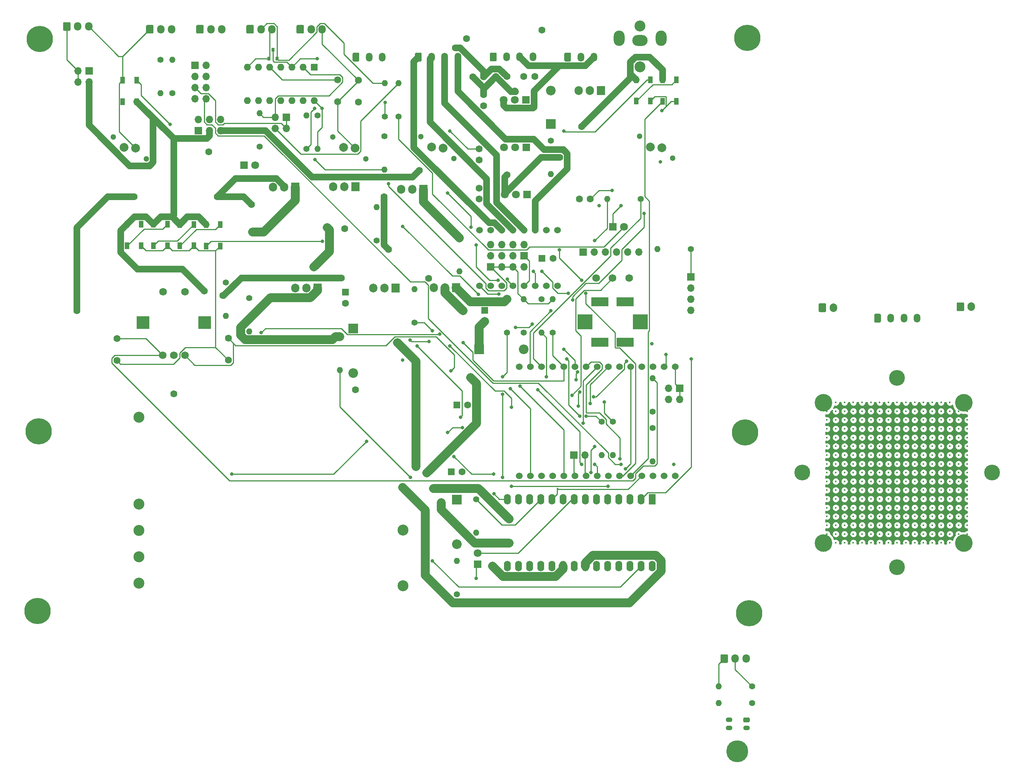
<source format=gbr>
%TF.GenerationSoftware,KiCad,Pcbnew,5.1.7-a382d34a8~88~ubuntu20.04.1*%
%TF.CreationDate,2021-05-08T15:19:39+02:00*%
%TF.ProjectId,OpenCelluloid,4f70656e-4365-46c6-9c75-6c6f69642e6b,rev?*%
%TF.SameCoordinates,Original*%
%TF.FileFunction,Copper,L4,Bot*%
%TF.FilePolarity,Positive*%
%FSLAX46Y46*%
G04 Gerber Fmt 4.6, Leading zero omitted, Abs format (unit mm)*
G04 Created by KiCad (PCBNEW 5.1.7-a382d34a8~88~ubuntu20.04.1) date 2021-05-08 15:19:39*
%MOMM*%
%LPD*%
G01*
G04 APERTURE LIST*
%TA.AperFunction,ComponentPad*%
%ADD10C,0.800000*%
%TD*%
%TA.AperFunction,ComponentPad*%
%ADD11C,5.000000*%
%TD*%
%TA.AperFunction,ComponentPad*%
%ADD12C,6.000000*%
%TD*%
%TA.AperFunction,ComponentPad*%
%ADD13C,4.000000*%
%TD*%
%TA.AperFunction,ComponentPad*%
%ADD14O,1.700000X2.000000*%
%TD*%
%TA.AperFunction,ComponentPad*%
%ADD15O,1.500000X2.020000*%
%TD*%
%TA.AperFunction,ComponentPad*%
%ADD16C,3.600000*%
%TD*%
%TA.AperFunction,ComponentPad*%
%ADD17C,0.400000*%
%TD*%
%TA.AperFunction,ComponentPad*%
%ADD18C,1.600000*%
%TD*%
%TA.AperFunction,ComponentPad*%
%ADD19C,2.500000*%
%TD*%
%TA.AperFunction,ComponentPad*%
%ADD20O,1.600000X1.600000*%
%TD*%
%TA.AperFunction,ComponentPad*%
%ADD21R,1.600000X1.600000*%
%TD*%
%TA.AperFunction,ComponentPad*%
%ADD22O,1.500000X1.100000*%
%TD*%
%TA.AperFunction,ComponentPad*%
%ADD23C,1.750000*%
%TD*%
%TA.AperFunction,ComponentPad*%
%ADD24R,3.000000X3.000000*%
%TD*%
%TA.AperFunction,ComponentPad*%
%ADD25C,1.524000*%
%TD*%
%TA.AperFunction,ComponentPad*%
%ADD26O,1.700000X1.950000*%
%TD*%
%TA.AperFunction,ComponentPad*%
%ADD27O,1.600000X2.400000*%
%TD*%
%TA.AperFunction,ComponentPad*%
%ADD28R,1.600000X2.400000*%
%TD*%
%TA.AperFunction,ComponentPad*%
%ADD29R,1.800000X1.800000*%
%TD*%
%TA.AperFunction,ComponentPad*%
%ADD30C,1.800000*%
%TD*%
%TA.AperFunction,ComponentPad*%
%ADD31O,3.500000X2.500000*%
%TD*%
%TA.AperFunction,ComponentPad*%
%ADD32O,2.500000X3.500000*%
%TD*%
%TA.AperFunction,ComponentPad*%
%ADD33R,4.000000X2.000000*%
%TD*%
%TA.AperFunction,ComponentPad*%
%ADD34R,3.500000X3.500000*%
%TD*%
%TA.AperFunction,WasherPad*%
%ADD35C,1.300000*%
%TD*%
%TA.AperFunction,ComponentPad*%
%ADD36C,2.000000*%
%TD*%
%TA.AperFunction,ComponentPad*%
%ADD37O,1.400000X1.400000*%
%TD*%
%TA.AperFunction,ComponentPad*%
%ADD38C,1.400000*%
%TD*%
%TA.AperFunction,SMDPad,CuDef*%
%ADD39R,0.800000X0.900000*%
%TD*%
%TA.AperFunction,ComponentPad*%
%ADD40O,1.905000X2.000000*%
%TD*%
%TA.AperFunction,ComponentPad*%
%ADD41R,1.905000X2.000000*%
%TD*%
%TA.AperFunction,ComponentPad*%
%ADD42O,1.700000X1.700000*%
%TD*%
%TA.AperFunction,ComponentPad*%
%ADD43R,1.700000X1.700000*%
%TD*%
%TA.AperFunction,SMDPad,CuDef*%
%ADD44R,1.000000X1.500000*%
%TD*%
%TA.AperFunction,ComponentPad*%
%ADD45O,2.200000X2.200000*%
%TD*%
%TA.AperFunction,ComponentPad*%
%ADD46R,2.200000X2.200000*%
%TD*%
%TA.AperFunction,ViaPad*%
%ADD47C,1.600000*%
%TD*%
%TA.AperFunction,ViaPad*%
%ADD48C,0.800000*%
%TD*%
%TA.AperFunction,Conductor*%
%ADD49C,1.500000*%
%TD*%
%TA.AperFunction,Conductor*%
%ADD50C,0.250000*%
%TD*%
%TA.AperFunction,Conductor*%
%ADD51C,2.000000*%
%TD*%
%TA.AperFunction,NonConductor*%
%ADD52C,0.254000*%
%TD*%
%TA.AperFunction,NonConductor*%
%ADD53C,0.100000*%
%TD*%
G04 APERTURE END LIST*
D10*
%TO.P,REF\u002A\u002A,1*%
%TO.N,N/C*%
X354825825Y-268174175D03*
X353500000Y-267625000D03*
X352174175Y-268174175D03*
X351625000Y-269500000D03*
X352174175Y-270825825D03*
X353500000Y-271375000D03*
X354825825Y-270825825D03*
X355375000Y-269500000D03*
D11*
X353500000Y-269500000D03*
%TD*%
D12*
%TO.P,REF\u002A\u002A,1*%
%TO.N,N/C*%
X356250000Y-238000000D03*
D10*
X358500000Y-238000000D03*
X357840990Y-239590990D03*
X356250000Y-240250000D03*
X354659010Y-239590990D03*
X354000000Y-238000000D03*
X354659010Y-236409010D03*
X356250000Y-235750000D03*
X357840990Y-236409010D03*
%TD*%
D12*
%TO.P,REF\u002A\u002A,1*%
%TO.N,N/C*%
X194000000Y-237500000D03*
D10*
X196250000Y-237500000D03*
X195590990Y-239090990D03*
X194000000Y-239750000D03*
X192409010Y-239090990D03*
X191750000Y-237500000D03*
X192409010Y-235909010D03*
X194000000Y-235250000D03*
X195590990Y-235909010D03*
%TD*%
D12*
%TO.P,REF\u002A\u002A,1*%
%TO.N,N/C*%
X194250000Y-196500000D03*
D10*
X196500000Y-196500000D03*
X195840990Y-198090990D03*
X194250000Y-198750000D03*
X192659010Y-198090990D03*
X192000000Y-196500000D03*
X192659010Y-194909010D03*
X194250000Y-194250000D03*
X195840990Y-194909010D03*
%TD*%
D12*
%TO.P,REF\u002A\u002A,1*%
%TO.N,N/C*%
X355250000Y-196750000D03*
D10*
X357500000Y-196750000D03*
X356840990Y-198340990D03*
X355250000Y-199000000D03*
X353659010Y-198340990D03*
X353000000Y-196750000D03*
X353659010Y-195159010D03*
X355250000Y-194500000D03*
X356840990Y-195159010D03*
%TD*%
D12*
%TO.P,REF\u002A\u002A,1*%
%TO.N,N/C*%
X194500000Y-107000000D03*
D10*
X196750000Y-107000000D03*
X196090990Y-108590990D03*
X194500000Y-109250000D03*
X192909010Y-108590990D03*
X192250000Y-107000000D03*
X192909010Y-105409010D03*
X194500000Y-104750000D03*
X196090990Y-105409010D03*
%TD*%
%TO.P,REF\u002A\u002A,1*%
%TO.N,N/C*%
X357340990Y-105159010D03*
X355750000Y-104500000D03*
X354159010Y-105159010D03*
X353500000Y-106750000D03*
X354159010Y-108340990D03*
X355750000Y-109000000D03*
X357340990Y-108340990D03*
X358000000Y-106750000D03*
D12*
X355750000Y-106750000D03*
%TD*%
D13*
%TO.P,J16,0*%
%TO.N,N/C*%
X373120000Y-221950000D03*
X405120000Y-189950000D03*
X405120000Y-221950000D03*
X373120000Y-189950000D03*
D14*
%TO.P,J16,4*%
%TO.N,Net-(J16-Pad4)*%
X406870000Y-168070000D03*
%TO.P,J16,3*%
%TO.N,Net-(J16-Pad3)*%
%TA.AperFunction,ComponentPad*%
G36*
G01*
X403520000Y-168820100D02*
X403520000Y-167319900D01*
G75*
G02*
X403769900Y-167070000I249900J0D01*
G01*
X404970100Y-167070000D01*
G75*
G02*
X405220000Y-167319900I0J-249900D01*
G01*
X405220000Y-168820100D01*
G75*
G02*
X404970100Y-169070000I-249900J0D01*
G01*
X403769900Y-169070000D01*
G75*
G02*
X403520000Y-168820100I0J249900D01*
G01*
G37*
%TD.AperFunction*%
%TO.P,J16,2*%
%TO.N,Net-(J16-Pad2)*%
X375400000Y-168280000D03*
%TO.P,J16,1*%
%TO.N,Net-(J16-Pad1)*%
%TA.AperFunction,ComponentPad*%
G36*
G01*
X372050000Y-169030000D02*
X372050000Y-167530000D01*
G75*
G02*
X372300000Y-167280000I250000J0D01*
G01*
X373500000Y-167280000D01*
G75*
G02*
X373750000Y-167530000I0J-250000D01*
G01*
X373750000Y-169030000D01*
G75*
G02*
X373500000Y-169280000I-250000J0D01*
G01*
X372300000Y-169280000D01*
G75*
G02*
X372050000Y-169030000I0J250000D01*
G01*
G37*
%TD.AperFunction*%
D15*
%TO.P,J16,3*%
%TO.N,Net-(J16-Pad3)*%
X391480000Y-170680000D03*
%TO.P,J16,2*%
%TO.N,Net-(J16-Pad2)*%
X388480000Y-170680000D03*
%TO.P,J16,4*%
%TO.N,Net-(J16-Pad4)*%
X394480000Y-170680000D03*
%TO.P,J16,1*%
%TO.N,Net-(J16-Pad1)*%
%TA.AperFunction,ComponentPad*%
G36*
G01*
X384730000Y-171440000D02*
X384730000Y-169920000D01*
G75*
G02*
X384980000Y-169670000I250000J0D01*
G01*
X385980000Y-169670000D01*
G75*
G02*
X386230000Y-169920000I0J-250000D01*
G01*
X386230000Y-171440000D01*
G75*
G02*
X385980000Y-171690000I-250000J0D01*
G01*
X384980000Y-171690000D01*
G75*
G02*
X384730000Y-171440000I0J250000D01*
G01*
G37*
%TD.AperFunction*%
D16*
%TO.P,J16,0*%
%TO.N,N/C*%
X389950000Y-184300000D03*
X389950000Y-227500000D03*
X368350000Y-205900000D03*
X411550000Y-205900000D03*
D17*
X373950000Y-219900000D03*
X373950000Y-191900000D03*
X373950000Y-195900000D03*
X373950000Y-217900000D03*
X373950000Y-207900000D03*
X373950000Y-209900000D03*
X373950000Y-197900000D03*
X373950000Y-189900000D03*
X373950000Y-221900000D03*
X373950000Y-201900000D03*
X373950000Y-205900000D03*
X373950000Y-211900000D03*
X373950000Y-203900000D03*
X373950000Y-213900000D03*
X373950000Y-215900000D03*
X373950000Y-199900000D03*
X373950000Y-193900000D03*
X383950000Y-207900000D03*
X377950000Y-211900000D03*
X379950000Y-203900000D03*
X381950000Y-199900000D03*
X385950000Y-219900000D03*
X387950000Y-189900000D03*
X389950000Y-213900000D03*
X383950000Y-213900000D03*
X383950000Y-199900000D03*
X375950000Y-211900000D03*
X379950000Y-213900000D03*
X381950000Y-191900000D03*
X389950000Y-221900000D03*
X377950000Y-213900000D03*
X379950000Y-211900000D03*
X387950000Y-199900000D03*
X383950000Y-211900000D03*
X379950000Y-197900000D03*
X377950000Y-203900000D03*
X375950000Y-191900000D03*
X375950000Y-195900000D03*
X389950000Y-211900000D03*
X379950000Y-199900000D03*
X377950000Y-205900000D03*
X375950000Y-199900000D03*
X381950000Y-211900000D03*
X387950000Y-191900000D03*
X381950000Y-197900000D03*
X377950000Y-215900000D03*
X385950000Y-215900000D03*
X377950000Y-217900000D03*
X381950000Y-193900000D03*
X383950000Y-219900000D03*
X389950000Y-197900000D03*
X377950000Y-193900000D03*
X375950000Y-221900000D03*
X381950000Y-205900000D03*
X379950000Y-189900000D03*
X377950000Y-189900000D03*
X389950000Y-205900000D03*
X389950000Y-207900000D03*
X389950000Y-189900000D03*
X383950000Y-215900000D03*
X383950000Y-217900000D03*
X385950000Y-189900000D03*
X385950000Y-191900000D03*
X387950000Y-211900000D03*
X375950000Y-213900000D03*
X387950000Y-209900000D03*
X375950000Y-205900000D03*
X377950000Y-195900000D03*
X379950000Y-217900000D03*
X387950000Y-219900000D03*
X383950000Y-221900000D03*
X379950000Y-205900000D03*
X383950000Y-203900000D03*
X381950000Y-219900000D03*
X377950000Y-191900000D03*
X389950000Y-193900000D03*
X375950000Y-217900000D03*
X379950000Y-219900000D03*
X375950000Y-201900000D03*
X387950000Y-213900000D03*
X389950000Y-195900000D03*
X387950000Y-197900000D03*
X381950000Y-189900000D03*
X383950000Y-189900000D03*
X385950000Y-207900000D03*
X379950000Y-191900000D03*
X389950000Y-191900000D03*
X379950000Y-209900000D03*
X385950000Y-217900000D03*
X377950000Y-197900000D03*
X389950000Y-215900000D03*
X387950000Y-193900000D03*
X377950000Y-207900000D03*
X375950000Y-215900000D03*
X389950000Y-201900000D03*
X387950000Y-195900000D03*
X383950000Y-191900000D03*
X385950000Y-193900000D03*
X387950000Y-221900000D03*
X375950000Y-189900000D03*
X389950000Y-209900000D03*
X387950000Y-215900000D03*
X379950000Y-193900000D03*
X381950000Y-209900000D03*
X383950000Y-197900000D03*
X385950000Y-211900000D03*
X387950000Y-205900000D03*
X385950000Y-195900000D03*
X383950000Y-195900000D03*
X379950000Y-215900000D03*
X387950000Y-201900000D03*
X379950000Y-195900000D03*
X383950000Y-205900000D03*
X379950000Y-221900000D03*
X385950000Y-213900000D03*
X387950000Y-217900000D03*
X385950000Y-201900000D03*
X385950000Y-209900000D03*
X385950000Y-197900000D03*
X385950000Y-199900000D03*
X375950000Y-203900000D03*
X375950000Y-209900000D03*
X377950000Y-219900000D03*
X381950000Y-221900000D03*
X385950000Y-203900000D03*
X381950000Y-201900000D03*
X381950000Y-207900000D03*
X375950000Y-219900000D03*
X377950000Y-201900000D03*
X375950000Y-207900000D03*
X379950000Y-201900000D03*
X381950000Y-195900000D03*
X379950000Y-207900000D03*
X383950000Y-193900000D03*
X387950000Y-207900000D03*
X381950000Y-213900000D03*
X383950000Y-209900000D03*
X385950000Y-205900000D03*
X377950000Y-209900000D03*
X375950000Y-193900000D03*
X385950000Y-221900000D03*
X389950000Y-217900000D03*
X383950000Y-201900000D03*
X375950000Y-197900000D03*
X389950000Y-219900000D03*
X381950000Y-217900000D03*
X377950000Y-199900000D03*
X387950000Y-203900000D03*
X389950000Y-199900000D03*
X381950000Y-203900000D03*
X377950000Y-221900000D03*
X381950000Y-215900000D03*
X389950000Y-203900000D03*
X391950000Y-207900000D03*
X393950000Y-219900000D03*
X395950000Y-189900000D03*
X397950000Y-213900000D03*
X391950000Y-213900000D03*
X391950000Y-199900000D03*
X397950000Y-221900000D03*
X395950000Y-199900000D03*
X391950000Y-211900000D03*
X397950000Y-211900000D03*
X395950000Y-191900000D03*
X393950000Y-215900000D03*
X391950000Y-219900000D03*
X397950000Y-197900000D03*
X397950000Y-205900000D03*
X397950000Y-207900000D03*
X397950000Y-189900000D03*
X391950000Y-215900000D03*
X391950000Y-217900000D03*
X393950000Y-189900000D03*
X393950000Y-191900000D03*
X395950000Y-211900000D03*
X395950000Y-209900000D03*
X395950000Y-219900000D03*
X391950000Y-221900000D03*
X391950000Y-203900000D03*
X397950000Y-193900000D03*
X395950000Y-213900000D03*
X397950000Y-195900000D03*
X395950000Y-197900000D03*
X391950000Y-189900000D03*
X393950000Y-207900000D03*
X397950000Y-191900000D03*
X393950000Y-217900000D03*
X397950000Y-215900000D03*
X395950000Y-193900000D03*
X397950000Y-201900000D03*
X395950000Y-195900000D03*
X391950000Y-191900000D03*
X393950000Y-193900000D03*
X395950000Y-221900000D03*
X397950000Y-209900000D03*
X395950000Y-215900000D03*
X391950000Y-197900000D03*
X393950000Y-211900000D03*
X395950000Y-205900000D03*
X393950000Y-195900000D03*
X391950000Y-195900000D03*
X395950000Y-201900000D03*
X391950000Y-205900000D03*
X393950000Y-213900000D03*
X395950000Y-217900000D03*
X393950000Y-201900000D03*
X393950000Y-209900000D03*
X393950000Y-197900000D03*
X393950000Y-199900000D03*
X393950000Y-203900000D03*
X391950000Y-193900000D03*
X395950000Y-207900000D03*
X391950000Y-209900000D03*
X393950000Y-205900000D03*
X393950000Y-221900000D03*
X397950000Y-217900000D03*
X391950000Y-201900000D03*
X397950000Y-219900000D03*
X395950000Y-203900000D03*
X397950000Y-199900000D03*
X397950000Y-203900000D03*
X399950000Y-189900000D03*
X401950000Y-213900000D03*
X401950000Y-221900000D03*
X399950000Y-199900000D03*
X401950000Y-211900000D03*
X399950000Y-191900000D03*
X401950000Y-197900000D03*
X401950000Y-205900000D03*
X401950000Y-207900000D03*
X401950000Y-189900000D03*
X399950000Y-211900000D03*
X399950000Y-209900000D03*
X399950000Y-219900000D03*
X401950000Y-193900000D03*
X399950000Y-213900000D03*
X401950000Y-195900000D03*
X399950000Y-197900000D03*
X401950000Y-191900000D03*
X401950000Y-215900000D03*
X399950000Y-193900000D03*
X401950000Y-201900000D03*
X399950000Y-195900000D03*
X399950000Y-221900000D03*
X401950000Y-209900000D03*
X399950000Y-215900000D03*
X399950000Y-205900000D03*
X399950000Y-201900000D03*
X399950000Y-217900000D03*
X399950000Y-207900000D03*
X401950000Y-217900000D03*
X401950000Y-219900000D03*
X399950000Y-203900000D03*
X401950000Y-199900000D03*
X401950000Y-203900000D03*
X403950000Y-213900000D03*
X403950000Y-211900000D03*
X403950000Y-197900000D03*
X403950000Y-205900000D03*
X403950000Y-207900000D03*
X403950000Y-189900000D03*
X403950000Y-193900000D03*
X403950000Y-195900000D03*
X403950000Y-191900000D03*
X403950000Y-215900000D03*
X403950000Y-201900000D03*
X403950000Y-209900000D03*
X403950000Y-217900000D03*
X403950000Y-219900000D03*
X403950000Y-199900000D03*
X403950000Y-203900000D03*
X403950000Y-221900000D03*
X405950000Y-221900000D03*
X405950000Y-213900000D03*
X405950000Y-205900000D03*
X405950000Y-211900000D03*
X405950000Y-215900000D03*
X405950000Y-219900000D03*
X405950000Y-209900000D03*
X405950000Y-207900000D03*
X405950000Y-217900000D03*
X405950000Y-197900000D03*
X405950000Y-203900000D03*
X405950000Y-201900000D03*
X405950000Y-199900000D03*
X405950000Y-193900000D03*
X405950000Y-195900000D03*
X405950000Y-191900000D03*
X405950000Y-189900000D03*
%TD*%
D15*
%TO.P,J15,4*%
%TO.N,GND*%
X306900000Y-111100000D03*
%TO.P,J15,3*%
%TO.N,+12V*%
X303900000Y-111100000D03*
%TO.P,J15,2*%
%TO.N,45B_OUT-*%
X300900000Y-111100000D03*
%TO.P,J15,1*%
%TO.N,45B_OUT+*%
%TA.AperFunction,ComponentPad*%
G36*
G01*
X297150000Y-111860000D02*
X297150000Y-110340000D01*
G75*
G02*
X297400000Y-110090000I250000J0D01*
G01*
X298400000Y-110090000D01*
G75*
G02*
X298650000Y-110340000I0J-250000D01*
G01*
X298650000Y-111860000D01*
G75*
G02*
X298400000Y-112110000I-250000J0D01*
G01*
X297400000Y-112110000D01*
G75*
G02*
X297150000Y-111860000I0J250000D01*
G01*
G37*
%TD.AperFunction*%
%TD*%
D18*
%TO.P,Murata-Ceramic-Capacitor-50v1-22uF1,2*%
%TO.N,GND*%
X304840000Y-115570000D03*
%TO.P,Murata-Ceramic-Capacitor-50v1-22uF1,1*%
%TO.N,+24V*%
X307340000Y-115570000D03*
%TD*%
%TO.P,Murata-Ceramic-Capacitor-50v1-22uF6,2*%
%TO.N,GND*%
X295656000Y-119724800D03*
%TO.P,Murata-Ceramic-Capacitor-50v1-22uF6,1*%
%TO.N,+12V*%
X295656000Y-122224800D03*
%TD*%
D19*
%TO.P,U7,7*%
%TO.N,45B_OUT+*%
X277296000Y-218998800D03*
%TO.P,U7,6*%
%TO.N,45B_OUT-*%
X277296000Y-231748800D03*
%TO.P,U7,1*%
%TO.N,+24V*%
X217096000Y-193298800D03*
%TO.P,U7,2*%
%TO.N,GND*%
X217096000Y-213048800D03*
%TO.P,U7,3*%
X217096000Y-219098800D03*
%TO.P,U7,4*%
%TO.N,Net-(U1-Pad2)*%
X217096000Y-225098800D03*
%TO.P,U7,5*%
%TO.N,Net-(U7-Pad5)*%
X217096000Y-231098800D03*
%TD*%
D20*
%TO.P,U15,14*%
%TO.N,+3V3*%
X257048000Y-121031000D03*
%TO.P,U15,7*%
%TO.N,GNDD*%
X241808000Y-113411000D03*
%TO.P,U15,13*%
%TO.N,N/C*%
X254508000Y-121031000D03*
%TO.P,U15,6*%
%TO.N,Net-(J11-Pad2)*%
X244348000Y-113411000D03*
%TO.P,U15,12*%
%TO.N,N/C*%
X251968000Y-121031000D03*
%TO.P,U15,5*%
%TO.N,Net-(C10-Pad2)*%
X246888000Y-113411000D03*
%TO.P,U15,11*%
%TO.N,N/C*%
X249428000Y-121031000D03*
%TO.P,U15,4*%
%TO.N,Net-(R28-Pad2)*%
X249428000Y-113411000D03*
%TO.P,U15,10*%
%TO.N,N/C*%
X246888000Y-121031000D03*
%TO.P,U15,3*%
%TO.N,Net-(Q8-Pad3)*%
X251968000Y-113411000D03*
%TO.P,U15,9*%
%TO.N,N/C*%
X244348000Y-121031000D03*
%TO.P,U15,2*%
%TO.N,Net-(J11-Pad1)*%
X254508000Y-113411000D03*
%TO.P,U15,8*%
%TO.N,N/C*%
X241808000Y-121031000D03*
D21*
%TO.P,U15,1*%
%TO.N,Net-(J4-Pad2)*%
X257048000Y-113411000D03*
%TD*%
D22*
%TO.P,U14,4*%
%TO.N,SENSOR-*%
X355600000Y-264100000D03*
%TO.P,U14,1*%
%TO.N,Net-(R23-Pad1)*%
%TA.AperFunction,ComponentPad*%
G36*
G01*
X355125000Y-261750000D02*
X356075000Y-261750000D01*
G75*
G02*
X356350000Y-262025000I0J-275000D01*
G01*
X356350000Y-262575000D01*
G75*
G02*
X356075000Y-262850000I-275000J0D01*
G01*
X355125000Y-262850000D01*
G75*
G02*
X354850000Y-262575000I0J275000D01*
G01*
X354850000Y-262025000D01*
G75*
G02*
X355125000Y-261750000I275000J0D01*
G01*
G37*
%TD.AperFunction*%
%TO.P,U14,2*%
%TO.N,SENSOR-*%
X351600000Y-262300000D03*
%TO.P,U14,3*%
%TO.N,SENSOR-SIGNAL*%
X351600000Y-264100000D03*
%TD*%
D23*
%TO.P,U13,5*%
%TO.N,_ENCO-BUTTON*%
X222569400Y-164671600D03*
%TO.P,U13,4*%
%TO.N,+3V3*%
X227569400Y-164671600D03*
D24*
%TO.P,U13,*%
%TO.N,*%
X232069400Y-171671600D03*
X218069400Y-171671600D03*
D23*
%TO.P,U13,2*%
%TO.N,GND*%
X225069400Y-179171600D03*
%TO.P,U13,3*%
%TO.N,_CHANNEL-B*%
X227609400Y-179171600D03*
%TO.P,U13,1*%
%TO.N,_CHANNEL-A*%
X222529400Y-179171600D03*
%TD*%
D25*
%TO.P,U12,16*%
%TO.N,+24V*%
X294767000Y-150622000D03*
%TO.P,U12,15*%
%TO.N,GND*%
X297307000Y-150622000D03*
%TO.P,U12,14*%
%TO.N,Net-(J7-Pad1)*%
X299847000Y-150622000D03*
%TO.P,U12,13*%
%TO.N,Net-(J7-Pad2)*%
X302387000Y-150622000D03*
%TO.P,U12,12*%
%TO.N,Net-(J7-Pad3)*%
X304927000Y-150622000D03*
%TO.P,U12,11*%
%TO.N,Net-(J7-Pad4)*%
X307467000Y-150622000D03*
%TO.P,U12,10*%
%TO.N,+3V3*%
X310007000Y-150622000D03*
%TO.P,U12,9*%
%TO.N,GND*%
X312547000Y-150622000D03*
%TO.P,U12,8*%
%TO.N,DIR*%
X312547000Y-163322000D03*
%TO.P,U12,7*%
%TO.N,STP*%
X310007000Y-163322000D03*
%TO.P,U12,6*%
%TO.N,SLP*%
X307467000Y-163322000D03*
%TO.P,U12,5*%
%TO.N,Net-(JT1-Pad1)*%
X304927000Y-163322000D03*
%TO.P,U12,4*%
%TO.N,Net-(JT1-Pad3)*%
X302387000Y-163322000D03*
%TO.P,U12,3*%
%TO.N,Net-(JT1-Pad5)*%
X299847000Y-163322000D03*
%TO.P,U12,2*%
%TO.N,Net-(JT1-Pad7)*%
X297307000Y-163322000D03*
%TO.P,U12,1*%
%TO.N,EN*%
X294767000Y-163322000D03*
%TD*%
D26*
%TO.P,U11,3*%
%TO.N,Net-(U11-Pad3)*%
X224583000Y-104775000D03*
%TO.P,U11,2*%
%TO.N,SENSOR-CRASS*%
X222083000Y-104775000D03*
%TO.P,U11,1*%
%TO.N,GNDD*%
%TA.AperFunction,ComponentPad*%
G36*
G01*
X218733000Y-105500000D02*
X218733000Y-104050000D01*
G75*
G02*
X218983000Y-103800000I250000J0D01*
G01*
X220183000Y-103800000D01*
G75*
G02*
X220433000Y-104050000I0J-250000D01*
G01*
X220433000Y-105500000D01*
G75*
G02*
X220183000Y-105750000I-250000J0D01*
G01*
X218983000Y-105750000D01*
G75*
G02*
X218733000Y-105500000I0J250000D01*
G01*
G37*
%TD.AperFunction*%
%TD*%
D27*
%TO.P,U10,28*%
%TO.N,Net-(C5-Pad2)*%
X334137000Y-227203000D03*
%TO.P,U10,14*%
%TO.N,Net-(R2-Pad1)*%
X301117000Y-211963000D03*
%TO.P,U10,27*%
%TO.N,Net-(R11-Pad2)*%
X331597000Y-227203000D03*
%TO.P,U10,13*%
%TO.N,GND*%
X303657000Y-211963000D03*
%TO.P,U10,26*%
%TO.N,coilA*%
X329057000Y-227203000D03*
%TO.P,U10,12*%
%TO.N,GND*%
X306197000Y-211963000D03*
%TO.P,U10,25*%
%TO.N,Net-(U10-Pad25)*%
X326517000Y-227203000D03*
%TO.P,U10,11*%
%TO.N,Net-(C2-Pad2)*%
X308737000Y-211963000D03*
%TO.P,U10,24*%
%TO.N,Net-(C4-Pad2)*%
X323977000Y-227203000D03*
%TO.P,U10,10*%
%TO.N,EN2*%
X311277000Y-211963000D03*
%TO.P,U10,23*%
%TO.N,Net-(R9-Pad2)*%
X321437000Y-227203000D03*
%TO.P,U10,9*%
%TO.N,GND*%
X313817000Y-211963000D03*
%TO.P,U10,22*%
%TO.N,coilB*%
X318897000Y-227203000D03*
%TO.P,U10,8*%
%TO.N,Net-(D5-Pad2)*%
X316357000Y-211963000D03*
%TO.P,U10,21*%
%TO.N,Net-(U10-Pad21)*%
X316357000Y-227203000D03*
%TO.P,U10,7*%
%TO.N,LIN3*%
X318897000Y-211963000D03*
%TO.P,U10,20*%
%TO.N,Net-(C3-Pad2)*%
X313817000Y-227203000D03*
%TO.P,U10,6*%
%TO.N,LIN2*%
X321437000Y-211963000D03*
%TO.P,U10,19*%
%TO.N,Net-(R8-Pad2)*%
X311277000Y-227203000D03*
%TO.P,U10,5*%
%TO.N,LIN1*%
X323977000Y-211963000D03*
%TO.P,U10,18*%
%TO.N,coilC*%
X308737000Y-227203000D03*
%TO.P,U10,4*%
%TO.N,HIN3*%
X326517000Y-211963000D03*
%TO.P,U10,17*%
%TO.N,Net-(U10-Pad17)*%
X306197000Y-227203000D03*
%TO.P,U10,3*%
%TO.N,HIN2*%
X329057000Y-211963000D03*
%TO.P,U10,16*%
%TO.N,Net-(R4-Pad1)*%
X303657000Y-227203000D03*
%TO.P,U10,2*%
%TO.N,HIN1*%
X331597000Y-211963000D03*
%TO.P,U10,15*%
%TO.N,Net-(R3-Pad1)*%
X301117000Y-227203000D03*
D28*
%TO.P,U10,1*%
%TO.N,Net-(C1-Pad2)*%
X334137000Y-211963000D03*
%TD*%
D25*
%TO.P,U9,30*%
%TO.N,_MOSI*%
X339344000Y-206629000D03*
%TO.P,U9,29*%
%TO.N,_SENSOR*%
X336804000Y-206629000D03*
%TO.P,U9,28*%
%TO.N,_ENCO-BUTTON*%
X334264000Y-206629000D03*
%TO.P,U9,27*%
%TO.N,EN2*%
X331724000Y-206629000D03*
%TO.P,U9,26*%
%TO.N,LEDS*%
X329184000Y-206629000D03*
%TO.P,U9,25*%
%TO.N,_MISO*%
X326644000Y-206629000D03*
%TO.P,U9,24*%
%TO.N,_SCK*%
X324104000Y-206629000D03*
%TO.P,U9,23*%
%TO.N,_RX*%
X321564000Y-206629000D03*
%TO.P,U9,22*%
%TO.N,Net-(J5-Pad2)*%
X319024000Y-206629000D03*
%TO.P,U9,21*%
%TO.N,Net-(J5-Pad1)*%
X316484000Y-206629000D03*
%TO.P,U9,20*%
%TO.N,_DIR*%
X313944000Y-206629000D03*
%TO.P,U9,19*%
%TO.N,_STP*%
X311404000Y-206629000D03*
%TO.P,U9,18*%
%TO.N,_EN*%
X308864000Y-206629000D03*
%TO.P,U9,17*%
%TO.N,GNDD*%
X306324000Y-206629000D03*
%TO.P,U9,16*%
%TO.N,Net-(U9-Pad16)*%
X303784000Y-206629000D03*
%TO.P,U9,15*%
%TO.N,+5V*%
X303784000Y-181737000D03*
%TO.P,U9,14*%
%TO.N,GNDD*%
X306324000Y-181737000D03*
X306324000Y-181737000D03*
%TO.P,U9,13*%
%TO.N,MODE*%
X308864000Y-181737000D03*
%TO.P,U9,12*%
%TO.N,CAPTURE*%
X311404000Y-181737000D03*
%TO.P,U9,11*%
%TO.N,STARTSTOP*%
X313944000Y-181737000D03*
%TO.P,U9,10*%
%TO.N,DIRSWITCH*%
X316484000Y-181737000D03*
%TO.P,U9,9*%
%TO.N,LIN3*%
X319024000Y-181737000D03*
%TO.P,U9,8*%
%TO.N,LIN2*%
X321564000Y-181737000D03*
%TO.P,U9,7*%
%TO.N,LIN1*%
X324104000Y-181737000D03*
%TO.P,U9,6*%
%TO.N,HIN3*%
X326644000Y-181737000D03*
%TO.P,U9,5*%
%TO.N,HIN2*%
X329184000Y-181737000D03*
%TO.P,U9,4*%
%TO.N,HIN1*%
X331724000Y-181737000D03*
%TO.P,U9,3*%
%TO.N,_CHANNEL-A*%
X334264000Y-181737000D03*
%TO.P,U9,2*%
%TO.N,_CHANNEL-B*%
X336804000Y-181737000D03*
%TO.P,U9,1*%
%TO.N,Net-(J3-Pad3)*%
X339344000Y-181737000D03*
%TD*%
D26*
%TO.P,U8,3*%
%TO.N,Net-(R7-Pad2)*%
X236013000Y-104775000D03*
%TO.P,U8,2*%
%TO.N,SENSOR-SIMPLE*%
X233513000Y-104775000D03*
%TO.P,U8,1*%
%TO.N,GNDD*%
%TA.AperFunction,ComponentPad*%
G36*
G01*
X230163000Y-105500000D02*
X230163000Y-104050000D01*
G75*
G02*
X230413000Y-103800000I250000J0D01*
G01*
X231613000Y-103800000D01*
G75*
G02*
X231863000Y-104050000I0J-250000D01*
G01*
X231863000Y-105500000D01*
G75*
G02*
X231613000Y-105750000I-250000J0D01*
G01*
X230413000Y-105750000D01*
G75*
G02*
X230163000Y-105500000I0J250000D01*
G01*
G37*
%TD.AperFunction*%
%TD*%
D29*
%TO.P,U6,1*%
%TO.N,+24V*%
X305308000Y-120904000D03*
D30*
%TO.P,U6,2*%
%TO.N,GND*%
X302768000Y-120904000D03*
%TO.P,U6,3*%
%TO.N,+12V*%
X300228000Y-120904000D03*
%TD*%
D29*
%TO.P,U5,1*%
%TO.N,+24V*%
X305562000Y-142494000D03*
D30*
%TO.P,U5,2*%
%TO.N,GND*%
X303022000Y-142494000D03*
%TO.P,U5,3*%
%TO.N,+5V*%
X300482000Y-142494000D03*
%TD*%
D29*
%TO.P,U4,1*%
%TO.N,+24V*%
X305435000Y-131699000D03*
D30*
%TO.P,U4,2*%
%TO.N,GND*%
X302895000Y-131699000D03*
%TO.P,U4,3*%
%TO.N,+3V3*%
X300355000Y-131699000D03*
%TD*%
D31*
%TO.P,U2,1*%
%TO.N,Net-(SW1-Pad2)*%
X331343000Y-107315000D03*
D32*
%TO.P,U2,2*%
%TO.N,GND*%
X336143000Y-106815000D03*
X326543000Y-106815000D03*
D19*
X331343000Y-113315000D03*
%TO.P,U2,0*%
%TO.N,Net-(U2-Pad0)*%
X331343000Y-104065000D03*
%TD*%
D33*
%TO.P,U1,*%
%TO.N,*%
X327976800Y-166932600D03*
X322176800Y-166932600D03*
X322176800Y-176132600D03*
X327976800Y-176132600D03*
D34*
X318776800Y-171532600D03*
X331376800Y-171532600D03*
D23*
%TO.P,U1,3*%
%TO.N,GND*%
X328826800Y-161532600D03*
%TO.P,U1,2*%
%TO.N,Net-(U1-Pad2)*%
X325076800Y-161532600D03*
%TO.P,U1,1*%
%TO.N,+5V*%
X321326800Y-161532600D03*
%TD*%
D15*
%TO.P,SW1,3*%
%TO.N,+12V*%
X320833000Y-111125000D03*
%TO.P,SW1,2*%
%TO.N,Net-(SW1-Pad2)*%
X317833000Y-111125000D03*
%TO.P,SW1,1*%
%TO.N,Net-(Q1-Pad2)*%
%TA.AperFunction,ComponentPad*%
G36*
G01*
X314083000Y-111885000D02*
X314083000Y-110365000D01*
G75*
G02*
X314333000Y-110115000I250000J0D01*
G01*
X315333000Y-110115000D01*
G75*
G02*
X315583000Y-110365000I0J-250000D01*
G01*
X315583000Y-111885000D01*
G75*
G02*
X315333000Y-112135000I-250000J0D01*
G01*
X314333000Y-112135000D01*
G75*
G02*
X314083000Y-111885000I0J250000D01*
G01*
G37*
%TD.AperFunction*%
%TD*%
D35*
%TO.P,S4,*%
%TO.N,*%
X338776000Y-134199000D03*
X331276000Y-129199000D03*
D36*
%TO.P,S4,2*%
%TO.N,GNDD*%
X336326000Y-131799000D03*
%TO.P,S4,1*%
%TO.N,MODE*%
X333726000Y-131599000D03*
%TD*%
D35*
%TO.P,S3,*%
%TO.N,*%
X218761000Y-134326000D03*
X211261000Y-129326000D03*
D36*
%TO.P,S3,2*%
%TO.N,GNDD*%
X216311000Y-131926000D03*
%TO.P,S3,1*%
%TO.N,CAPTURE*%
X213711000Y-131726000D03*
%TD*%
D35*
%TO.P,S2,*%
%TO.N,*%
X288865000Y-134262500D03*
X281365000Y-129262500D03*
D36*
%TO.P,S2,2*%
%TO.N,GNDD*%
X286415000Y-131862500D03*
%TO.P,S2,1*%
%TO.N,STARTSTOP*%
X283815000Y-131662500D03*
%TD*%
D35*
%TO.P,S1,*%
%TO.N,*%
X268799000Y-134326000D03*
X261299000Y-129326000D03*
D36*
%TO.P,S1,2*%
%TO.N,GNDD*%
X266349000Y-131926000D03*
%TO.P,S1,1*%
%TO.N,DIRSWITCH*%
X263749000Y-131726000D03*
%TD*%
D37*
%TO.P,R29,2*%
%TO.N,Net-(J11-Pad2)*%
X276309000Y-117093698D03*
D38*
%TO.P,R29,1*%
%TO.N,Net-(D14-Pad2)*%
X276309000Y-124713698D03*
%TD*%
D37*
%TO.P,R28,2*%
%TO.N,Net-(R28-Pad2)*%
X255270000Y-124460000D03*
D38*
%TO.P,R28,1*%
%TO.N,Net-(C10-Pad2)*%
X255270000Y-132080000D03*
%TD*%
D37*
%TO.P,R27,2*%
%TO.N,Net-(J11-Pad1)*%
X244602000Y-123952000D03*
D38*
%TO.P,R27,1*%
%TO.N,Net-(D13-Pad2)*%
X244602000Y-131572000D03*
%TD*%
D37*
%TO.P,R26,2*%
%TO.N,+3V3*%
X257810000Y-132080000D03*
D38*
%TO.P,R26,1*%
%TO.N,Net-(Q8-Pad3)*%
X257810000Y-124460000D03*
%TD*%
D37*
%TO.P,R25,2*%
%TO.N,SENSOR+*%
X349250000Y-254680000D03*
D38*
%TO.P,R25,1*%
%TO.N,SENSOR-SIGNAL*%
X356870000Y-254680000D03*
%TD*%
D37*
%TO.P,R24,2*%
%TO.N,Net-(J9-Pad2)*%
X273159000Y-117093698D03*
D38*
%TO.P,R24,1*%
%TO.N,Net-(Q8-Pad3)*%
X273159000Y-124713698D03*
%TD*%
D37*
%TO.P,R23,2*%
%TO.N,SENSOR+*%
X349250000Y-258490000D03*
D38*
%TO.P,R23,1*%
%TO.N,Net-(R23-Pad1)*%
X356870000Y-258490000D03*
%TD*%
D37*
%TO.P,R22,2*%
%TO.N,_ENCO-BUTTON*%
X334213200Y-203352400D03*
D38*
%TO.P,R22,1*%
%TO.N,GNDD*%
X334213200Y-195732400D03*
%TD*%
D37*
%TO.P,R21,2*%
%TO.N,_CHANNEL-A*%
X334213200Y-184404000D03*
D38*
%TO.P,R21,1*%
%TO.N,+3V3*%
X334213200Y-192024000D03*
%TD*%
D37*
%TO.P,R20,2*%
%TO.N,_CHANNEL-B*%
X236931200Y-170180000D03*
D38*
%TO.P,R20,1*%
%TO.N,+3V3*%
X236931200Y-162560000D03*
%TD*%
D37*
%TO.P,R19,2*%
%TO.N,_EN*%
X322580000Y-201930000D03*
D38*
%TO.P,R19,1*%
%TO.N,EN*%
X322580000Y-194310000D03*
%TD*%
D37*
%TO.P,R18,2*%
%TO.N,_STP*%
X325120000Y-201930000D03*
D38*
%TO.P,R18,1*%
%TO.N,STP*%
X325120000Y-194310000D03*
%TD*%
D37*
%TO.P,R17,2*%
%TO.N,_DIR*%
X308864000Y-173990000D03*
D38*
%TO.P,R17,1*%
%TO.N,DIR*%
X308864000Y-166370000D03*
%TD*%
D37*
%TO.P,R16,2*%
%TO.N,EN*%
X335280000Y-154940000D03*
D38*
%TO.P,R16,1*%
%TO.N,+3V3*%
X342900000Y-154940000D03*
%TD*%
D37*
%TO.P,R15,2*%
%TO.N,+3V3*%
X221996000Y-119380000D03*
D38*
%TO.P,R15,1*%
%TO.N,SENSOR-CRASS*%
X221996000Y-111760000D03*
%TD*%
D37*
%TO.P,R14,2*%
%TO.N,+3V3*%
X323850000Y-143510000D03*
D38*
%TO.P,R14,1*%
%TO.N,MODE*%
X331470000Y-143510000D03*
%TD*%
D37*
%TO.P,R13,2*%
%TO.N,+3V3*%
X304800000Y-166370000D03*
D38*
%TO.P,R13,1*%
%TO.N,CAPTURE*%
X304800000Y-173990000D03*
%TD*%
D37*
%TO.P,R12,2*%
%TO.N,+3V3*%
X311404000Y-166370000D03*
D38*
%TO.P,R12,1*%
%TO.N,STARTSTOP*%
X311404000Y-173990000D03*
%TD*%
D37*
%TO.P,R11,2*%
%TO.N,Net-(R11-Pad2)*%
X262890000Y-182499000D03*
D38*
%TO.P,R11,1*%
%TO.N,Net-(Q7-Pad1)*%
X262890000Y-174879000D03*
%TD*%
D37*
%TO.P,R10,2*%
%TO.N,+3V3*%
X273100800Y-136804400D03*
D38*
%TO.P,R10,1*%
%TO.N,DIRSWITCH*%
X273100800Y-129184400D03*
%TD*%
D37*
%TO.P,R9,2*%
%TO.N,Net-(R9-Pad2)*%
X290195000Y-160020000D03*
D38*
%TO.P,R9,1*%
%TO.N,Net-(Q6-Pad1)*%
X290195000Y-152400000D03*
%TD*%
D37*
%TO.P,R8,2*%
%TO.N,Net-(R8-Pad2)*%
X242214400Y-173685200D03*
D38*
%TO.P,R8,1*%
%TO.N,Net-(Q5-Pad1)*%
X242214400Y-166065200D03*
%TD*%
D37*
%TO.P,R7,2*%
%TO.N,Net-(R7-Pad2)*%
X224739200Y-111760000D03*
D38*
%TO.P,R7,1*%
%TO.N,+3V3*%
X224739200Y-119380000D03*
%TD*%
D37*
%TO.P,R6,2*%
%TO.N,Net-(C1-Pad2)*%
X294005000Y-219583000D03*
D38*
%TO.P,R6,1*%
%TO.N,Net-(C2-Pad2)*%
X294005000Y-211963000D03*
%TD*%
D37*
%TO.P,R5,2*%
%TO.N,Net-(C1-Pad2)*%
X289560000Y-226060000D03*
D38*
%TO.P,R5,1*%
%TO.N,Net-(D5-Pad1)*%
X289560000Y-233680000D03*
%TD*%
D37*
%TO.P,R4,2*%
%TO.N,Net-(Q4-Pad1)*%
X279958800Y-164033200D03*
D38*
%TO.P,R4,1*%
%TO.N,Net-(R4-Pad1)*%
X279958800Y-171653200D03*
%TD*%
D37*
%TO.P,R3,2*%
%TO.N,Net-(Q3-Pad1)*%
X300990000Y-166370000D03*
D38*
%TO.P,R3,1*%
%TO.N,Net-(R3-Pad1)*%
X300990000Y-173990000D03*
%TD*%
D37*
%TO.P,R2,2*%
%TO.N,Net-(Q2-Pad1)*%
X271322800Y-145389600D03*
D38*
%TO.P,R2,1*%
%TO.N,Net-(R2-Pad1)*%
X271322800Y-153009600D03*
%TD*%
D37*
%TO.P,R1,2*%
%TO.N,GND*%
X311023000Y-137795000D03*
D38*
%TO.P,R1,1*%
%TO.N,Net-(D1-Pad2)*%
X311023000Y-130175000D03*
%TD*%
D39*
%TO.P,Q8,3*%
%TO.N,Net-(Q8-Pad3)*%
X247650000Y-109490000D03*
%TO.P,Q8,2*%
%TO.N,GNDD*%
X246700000Y-111490000D03*
%TO.P,Q8,1*%
%TO.N,Net-(J9-Pad2)*%
X248600000Y-111490000D03*
%TD*%
D40*
%TO.P,Q7,3*%
%TO.N,coilA*%
X252730000Y-163830000D03*
%TO.P,Q7,2*%
%TO.N,+24V*%
X255270000Y-163830000D03*
D41*
%TO.P,Q7,1*%
%TO.N,Net-(Q7-Pad1)*%
X257810000Y-163830000D03*
%TD*%
D40*
%TO.P,Q6,3*%
%TO.N,coilB*%
X276860000Y-141305280D03*
%TO.P,Q6,2*%
%TO.N,+24V*%
X279400000Y-141305280D03*
D41*
%TO.P,Q6,1*%
%TO.N,Net-(Q6-Pad1)*%
X281940000Y-141305280D03*
%TD*%
D40*
%TO.P,Q5,3*%
%TO.N,coilC*%
X247650000Y-140817600D03*
%TO.P,Q5,2*%
%TO.N,+24V*%
X250190000Y-140817600D03*
D41*
%TO.P,Q5,1*%
%TO.N,Net-(Q5-Pad1)*%
X252730000Y-140817600D03*
%TD*%
D40*
%TO.P,Q4,3*%
%TO.N,GND*%
X270510000Y-163830000D03*
%TO.P,Q4,2*%
%TO.N,coilA*%
X273050000Y-163830000D03*
D41*
%TO.P,Q4,1*%
%TO.N,Net-(Q4-Pad1)*%
X275590000Y-163830000D03*
%TD*%
D40*
%TO.P,Q3,3*%
%TO.N,GND*%
X284353000Y-163703000D03*
%TO.P,Q3,2*%
%TO.N,coilB*%
X286893000Y-163703000D03*
D41*
%TO.P,Q3,1*%
%TO.N,Net-(Q3-Pad1)*%
X289433000Y-163703000D03*
%TD*%
D40*
%TO.P,Q2,3*%
%TO.N,GND*%
X261416800Y-140716000D03*
%TO.P,Q2,2*%
%TO.N,coilC*%
X263956800Y-140716000D03*
D41*
%TO.P,Q2,1*%
%TO.N,Net-(Q2-Pad1)*%
X266496800Y-140716000D03*
%TD*%
D40*
%TO.P,Q1,3*%
%TO.N,+24V*%
X317373000Y-118745000D03*
%TO.P,Q1,2*%
%TO.N,Net-(Q1-Pad2)*%
X319913000Y-118745000D03*
D41*
%TO.P,Q1,1*%
%TO.N,Net-(D1-Pad2)*%
X322453000Y-118745000D03*
%TD*%
D18*
%TO.P,Murata-Ceramic-Capacitor-50v1-22uF5,2*%
%TO.N,GND*%
X294640000Y-141010000D03*
%TO.P,Murata-Ceramic-Capacitor-50v1-22uF5,1*%
%TO.N,+5V*%
X294640000Y-143510000D03*
%TD*%
%TO.P,Murata-Ceramic-Capacitor-50v1-22uF4,2*%
%TO.N,GND*%
X294640000Y-134580000D03*
%TO.P,Murata-Ceramic-Capacitor-50v1-22uF4,1*%
%TO.N,+3V3*%
X294640000Y-132080000D03*
%TD*%
%TO.P,50V-10uF1,2*%
%TO.N,GND*%
X293200000Y-115600000D03*
%TO.P,50V-10uF1,1*%
%TO.N,+24V*%
X295700000Y-115600000D03*
%TD*%
%TO.P,Murata-Ceramic-Capacitor-50v1-22uF2,2*%
%TO.N,GND*%
X298490000Y-115570000D03*
%TO.P,Murata-Ceramic-Capacitor-50v1-22uF2,1*%
%TO.N,+24V*%
X300990000Y-115570000D03*
%TD*%
D42*
%TO.P,JT1,8*%
%TO.N,_MOSI*%
X297307000Y-153924000D03*
%TO.P,JT1,7*%
%TO.N,Net-(JT1-Pad7)*%
X297307000Y-156464000D03*
%TO.P,JT1,6*%
%TO.N,_SCK*%
X299847000Y-153924000D03*
%TO.P,JT1,5*%
%TO.N,Net-(JT1-Pad5)*%
X299847000Y-156464000D03*
%TO.P,JT1,4*%
%TO.N,_RX*%
X302387000Y-153924000D03*
%TO.P,JT1,3*%
%TO.N,Net-(JT1-Pad3)*%
X302387000Y-156464000D03*
%TO.P,JT1,2*%
%TO.N,_MISO*%
X304927000Y-153924000D03*
D43*
%TO.P,JT1,1*%
%TO.N,Net-(JT1-Pad1)*%
X304927000Y-156464000D03*
%TD*%
D42*
%TO.P,JP1,6*%
%TO.N,DIR*%
X331089000Y-155575000D03*
%TO.P,JP1,5*%
%TO.N,STP*%
X328549000Y-155575000D03*
%TO.P,JP1,4*%
%TO.N,EN*%
X326009000Y-155575000D03*
%TO.P,JP1,3*%
%TO.N,GND*%
X323469000Y-155575000D03*
%TO.P,JP1,2*%
%TO.N,+3V3*%
X320929000Y-155575000D03*
D43*
%TO.P,JP1,1*%
%TO.N,VSS*%
X318389000Y-155575000D03*
%TD*%
D26*
%TO.P,J10,3*%
%TO.N,SENSOR-*%
X355520000Y-248330000D03*
%TO.P,J10,2*%
%TO.N,SENSOR-SIGNAL*%
X353020000Y-248330000D03*
%TO.P,J10,1*%
%TO.N,SENSOR+*%
%TA.AperFunction,ComponentPad*%
G36*
G01*
X349670000Y-249055000D02*
X349670000Y-247605000D01*
G75*
G02*
X349920000Y-247355000I250000J0D01*
G01*
X351120000Y-247355000D01*
G75*
G02*
X351370000Y-247605000I0J-250000D01*
G01*
X351370000Y-249055000D01*
G75*
G02*
X351120000Y-249305000I-250000J0D01*
G01*
X349920000Y-249305000D01*
G75*
G02*
X349670000Y-249055000I0J250000D01*
G01*
G37*
%TD.AperFunction*%
%TD*%
%TO.P,J9,3*%
%TO.N,GNDD*%
X247443000Y-104775000D03*
%TO.P,J9,2*%
%TO.N,Net-(J9-Pad2)*%
X244943000Y-104775000D03*
%TO.P,J9,1*%
%TO.N,+3V3*%
%TA.AperFunction,ComponentPad*%
G36*
G01*
X241593000Y-105500000D02*
X241593000Y-104050000D01*
G75*
G02*
X241843000Y-103800000I250000J0D01*
G01*
X243043000Y-103800000D01*
G75*
G02*
X243293000Y-104050000I0J-250000D01*
G01*
X243293000Y-105500000D01*
G75*
G02*
X243043000Y-105750000I-250000J0D01*
G01*
X241843000Y-105750000D01*
G75*
G02*
X241593000Y-105500000I0J250000D01*
G01*
G37*
%TD.AperFunction*%
%TD*%
D42*
%TO.P,J8,4*%
%TO.N,SLP*%
X304927000Y-159004000D03*
%TO.P,J8,3*%
%TO.N,+3V3*%
X302387000Y-159004000D03*
%TO.P,J8,2*%
X299847000Y-159004000D03*
D43*
%TO.P,J8,1*%
X297307000Y-159004000D03*
%TD*%
D15*
%TO.P,J7,4*%
%TO.N,Net-(J7-Pad4)*%
X289797000Y-111125000D03*
%TO.P,J7,3*%
%TO.N,Net-(J7-Pad3)*%
X286797000Y-111125000D03*
%TO.P,J7,2*%
%TO.N,Net-(J7-Pad2)*%
X283797000Y-111125000D03*
%TO.P,J7,1*%
%TO.N,Net-(J7-Pad1)*%
%TA.AperFunction,ComponentPad*%
G36*
G01*
X280047000Y-111885000D02*
X280047000Y-110365000D01*
G75*
G02*
X280297000Y-110115000I250000J0D01*
G01*
X281297000Y-110115000D01*
G75*
G02*
X281547000Y-110365000I0J-250000D01*
G01*
X281547000Y-111885000D01*
G75*
G02*
X281297000Y-112135000I-250000J0D01*
G01*
X280297000Y-112135000D01*
G75*
G02*
X280047000Y-111885000I0J250000D01*
G01*
G37*
%TD.AperFunction*%
%TD*%
%TO.P,J6,3*%
%TO.N,coilC*%
X272573000Y-111125000D03*
%TO.P,J6,2*%
%TO.N,coilB*%
X269573000Y-111125000D03*
%TO.P,J6,1*%
%TO.N,coilA*%
%TA.AperFunction,ComponentPad*%
G36*
G01*
X265823000Y-111885000D02*
X265823000Y-110365000D01*
G75*
G02*
X266073000Y-110115000I250000J0D01*
G01*
X267073000Y-110115000D01*
G75*
G02*
X267323000Y-110365000I0J-250000D01*
G01*
X267323000Y-111885000D01*
G75*
G02*
X267073000Y-112135000I-250000J0D01*
G01*
X266073000Y-112135000D01*
G75*
G02*
X265823000Y-111885000I0J250000D01*
G01*
G37*
%TD.AperFunction*%
%TD*%
D42*
%TO.P,J5,2*%
%TO.N,Net-(J5-Pad2)*%
X318770000Y-201930000D03*
D43*
%TO.P,J5,1*%
%TO.N,Net-(J5-Pad1)*%
X316230000Y-201930000D03*
%TD*%
D26*
%TO.P,J4,3*%
%TO.N,GNDD*%
X258873000Y-104775000D03*
%TO.P,J4,2*%
%TO.N,Net-(J4-Pad2)*%
X256373000Y-104775000D03*
%TO.P,J4,1*%
%TO.N,+3V3*%
%TA.AperFunction,ComponentPad*%
G36*
G01*
X253023000Y-105500000D02*
X253023000Y-104050000D01*
G75*
G02*
X253273000Y-103800000I250000J0D01*
G01*
X254473000Y-103800000D01*
G75*
G02*
X254723000Y-104050000I0J-250000D01*
G01*
X254723000Y-105500000D01*
G75*
G02*
X254473000Y-105750000I-250000J0D01*
G01*
X253273000Y-105750000D01*
G75*
G02*
X253023000Y-105500000I0J250000D01*
G01*
G37*
%TD.AperFunction*%
%TD*%
D42*
%TO.P,J3,2*%
%TO.N,GNDD*%
X337820000Y-189230000D03*
%TO.P,J3,3*%
%TO.N,Net-(J3-Pad3)*%
X340360000Y-189230000D03*
%TO.P,J3,1*%
%TO.N,+3V3*%
X337820000Y-186690000D03*
D43*
%TO.P,J3,4*%
%TO.N,Net-(J3-Pad3)*%
X340360000Y-186690000D03*
%TD*%
D42*
%TO.P,J2,4*%
%TO.N,Net-(C1-Pad2)*%
X235712000Y-125349000D03*
%TO.P,J2,3*%
%TO.N,+12V*%
X235712000Y-127889000D03*
%TO.P,J2,5*%
%TO.N,Net-(C1-Pad2)*%
X233172000Y-125349000D03*
%TO.P,J2,2*%
%TO.N,+5V*%
X233172000Y-127889000D03*
%TO.P,J2,6*%
%TO.N,Net-(C1-Pad2)*%
X230632000Y-125349000D03*
D43*
%TO.P,J2,1*%
%TO.N,+3V3*%
X230632000Y-127889000D03*
%TD*%
D42*
%TO.P,J1,4*%
%TO.N,GND*%
X342900000Y-168910000D03*
%TO.P,J1,3*%
%TO.N,+12V*%
X342900000Y-166370000D03*
%TO.P,J1,2*%
%TO.N,+5V*%
X342900000Y-163830000D03*
D43*
%TO.P,J1,1*%
%TO.N,+3V3*%
X342900000Y-161290000D03*
%TD*%
D30*
%TO.P,D14,2*%
%TO.N,Net-(D14-Pad2)*%
X327660000Y-149860000D03*
D29*
%TO.P,D14,1*%
%TO.N,GNDD*%
X325120000Y-149860000D03*
%TD*%
D30*
%TO.P,D13,2*%
%TO.N,Net-(D13-Pad2)*%
X243586000Y-135763000D03*
D29*
%TO.P,D13,1*%
%TO.N,GNDD*%
X241046000Y-135763000D03*
%TD*%
D44*
%TO.P,D12,3*%
%TO.N,+5V*%
X216611000Y-121271200D03*
%TO.P,D12,4*%
%TO.N,Net-(D12-Pad4)*%
X213411000Y-121271200D03*
%TO.P,D12,2*%
%TO.N,Net-(D11-Pad4)*%
X216611000Y-116371200D03*
%TO.P,D12,1*%
%TO.N,GNDD*%
X213411000Y-116371200D03*
%TD*%
%TO.P,D11,3*%
%TO.N,+5V*%
X214427000Y-149264200D03*
%TO.P,D11,4*%
%TO.N,Net-(D11-Pad4)*%
X217627000Y-149264200D03*
%TO.P,D11,2*%
%TO.N,Net-(D10-Pad4)*%
X214427000Y-154164200D03*
%TO.P,D11,1*%
%TO.N,GNDD*%
X217627000Y-154164200D03*
%TD*%
%TO.P,D10,3*%
%TO.N,+5V*%
X220421400Y-149264200D03*
%TO.P,D10,4*%
%TO.N,Net-(D10-Pad4)*%
X223621400Y-149264200D03*
%TO.P,D10,2*%
%TO.N,Net-(D10-Pad2)*%
X220421400Y-154164200D03*
%TO.P,D10,1*%
%TO.N,GNDD*%
X223621400Y-154164200D03*
%TD*%
%TO.P,D9,3*%
%TO.N,+5V*%
X226415800Y-149289600D03*
%TO.P,D9,4*%
%TO.N,Net-(D10-Pad2)*%
X229615800Y-149289600D03*
%TO.P,D9,2*%
%TO.N,Net-(D8-Pad4)*%
X226415800Y-154189600D03*
%TO.P,D9,1*%
%TO.N,GNDD*%
X229615800Y-154189600D03*
%TD*%
%TO.P,D8,3*%
%TO.N,+5V*%
X232461000Y-149315000D03*
%TO.P,D8,4*%
%TO.N,Net-(D8-Pad4)*%
X235661000Y-149315000D03*
%TO.P,D8,2*%
%TO.N,Net-(D7-Pad4)*%
X232461000Y-154215000D03*
%TO.P,D8,1*%
%TO.N,GNDD*%
X235661000Y-154215000D03*
%TD*%
%TO.P,D7,3*%
%TO.N,+5V*%
X330454200Y-116269600D03*
%TO.P,D7,4*%
%TO.N,Net-(D7-Pad4)*%
X333654200Y-116269600D03*
%TO.P,D7,2*%
%TO.N,Net-(D6-Pad4)*%
X330454200Y-121169600D03*
%TO.P,D7,1*%
%TO.N,GNDD*%
X333654200Y-121169600D03*
%TD*%
%TO.P,D6,3*%
%TO.N,+5V*%
X336448600Y-116295000D03*
%TO.P,D6,4*%
%TO.N,Net-(D6-Pad4)*%
X339648600Y-116295000D03*
%TO.P,D6,2*%
%TO.N,LEDS*%
X336448600Y-121195000D03*
%TO.P,D6,1*%
%TO.N,GNDD*%
X339648600Y-121195000D03*
%TD*%
D30*
%TO.P,D5,2*%
%TO.N,Net-(D5-Pad2)*%
X294335200Y-224231200D03*
D29*
%TO.P,D5,1*%
%TO.N,Net-(D5-Pad1)*%
X294335200Y-226771200D03*
%TD*%
D45*
%TO.P,D4,2*%
%TO.N,Net-(C1-Pad2)*%
X289560000Y-222250000D03*
D46*
%TO.P,D4,1*%
%TO.N,Net-(C3-Pad2)*%
X289560000Y-212090000D03*
%TD*%
D45*
%TO.P,D3,2*%
%TO.N,Net-(C1-Pad2)*%
X266000000Y-183160000D03*
D46*
%TO.P,D3,1*%
%TO.N,Net-(C5-Pad2)*%
X266000000Y-173000000D03*
%TD*%
D45*
%TO.P,D2,2*%
%TO.N,Net-(C1-Pad2)*%
X304800000Y-177800000D03*
D46*
%TO.P,D2,1*%
%TO.N,Net-(C4-Pad2)*%
X294640000Y-177800000D03*
%TD*%
D45*
%TO.P,D1,2*%
%TO.N,Net-(D1-Pad2)*%
X311023000Y-118745000D03*
D46*
%TO.P,D1,1*%
%TO.N,+24V*%
X311023000Y-126365000D03*
%TD*%
D18*
%TO.P,C10,2*%
%TO.N,Net-(C10-Pad2)*%
X262382000Y-116285000D03*
%TO.P,C10,1*%
%TO.N,GNDD*%
X262382000Y-121285000D03*
%TD*%
%TO.P,C9,2*%
%TO.N,+3V3*%
X267106400Y-121382800D03*
%TO.P,C9,1*%
%TO.N,GNDD*%
X267106400Y-116382800D03*
%TD*%
%TO.P,C8,2*%
%TO.N,GNDD*%
X237490000Y-180260000D03*
%TO.P,C8,1*%
%TO.N,_CHANNEL-B*%
X237490000Y-175260000D03*
%TD*%
%TO.P,C7,2*%
%TO.N,_CHANNEL-A*%
X212090000Y-175340000D03*
%TO.P,C7,1*%
%TO.N,GNDD*%
X212090000Y-180340000D03*
%TD*%
%TO.P,C6,2*%
%TO.N,GND*%
X311500000Y-157000000D03*
D21*
%TO.P,C6,1*%
%TO.N,+24V*%
X309000000Y-157000000D03*
%TD*%
D18*
%TO.P,C5,2*%
%TO.N,Net-(C5-Pad2)*%
X264160000Y-167244400D03*
D21*
%TO.P,C5,1*%
%TO.N,coilA*%
X264160000Y-164744400D03*
%TD*%
D18*
%TO.P,C4,2*%
%TO.N,Net-(C4-Pad2)*%
X295910000Y-171410000D03*
D21*
%TO.P,C4,1*%
%TO.N,coilB*%
X295910000Y-168910000D03*
%TD*%
D18*
%TO.P,C3,2*%
%TO.N,Net-(C3-Pad2)*%
X290790000Y-205740000D03*
D21*
%TO.P,C3,1*%
%TO.N,coilC*%
X288290000Y-205740000D03*
%TD*%
D18*
%TO.P,C2,2*%
%TO.N,Net-(C2-Pad2)*%
X320000000Y-143510000D03*
%TO.P,C2,1*%
%TO.N,GND*%
X317500000Y-143510000D03*
%TD*%
%TO.P,C1,2*%
%TO.N,Net-(C1-Pad2)*%
X292060000Y-190500000D03*
D21*
%TO.P,C1,1*%
%TO.N,GND*%
X289560000Y-190500000D03*
%TD*%
D43*
%TO.P,J11,4*%
%TO.N,SENSOR-SYNKINO*%
X250698000Y-124841000D03*
D42*
%TO.P,J11,1*%
%TO.N,Net-(J11-Pad1)*%
X248158000Y-124841000D03*
%TO.P,J11,3*%
%TO.N,SENSOR-SYNKINO*%
X250698000Y-127381000D03*
%TO.P,J11,2*%
%TO.N,Net-(J11-Pad2)*%
X248158000Y-127381000D03*
%TD*%
%TO.P,J12,1*%
%TO.N,Net-(J12-Pad1)*%
%TA.AperFunction,ComponentPad*%
G36*
G01*
X199810000Y-104865000D02*
X199810000Y-103415000D01*
G75*
G02*
X200060000Y-103165000I250000J0D01*
G01*
X201260000Y-103165000D01*
G75*
G02*
X201510000Y-103415000I0J-250000D01*
G01*
X201510000Y-104865000D01*
G75*
G02*
X201260000Y-105115000I-250000J0D01*
G01*
X200060000Y-105115000D01*
G75*
G02*
X199810000Y-104865000I0J250000D01*
G01*
G37*
%TD.AperFunction*%
D26*
%TO.P,J12,2*%
%TO.N,_SENSOR-SIGNAL*%
X203160000Y-104140000D03*
%TO.P,J12,3*%
%TO.N,GNDD*%
X205660000Y-104140000D03*
%TD*%
D43*
%TO.P,J13,4*%
%TO.N,+3V3*%
X205740000Y-114300000D03*
D42*
%TO.P,J13,1*%
%TO.N,Net-(J12-Pad1)*%
X203200000Y-114300000D03*
%TO.P,J13,3*%
%TO.N,+5V*%
X205740000Y-116840000D03*
%TO.P,J13,2*%
%TO.N,Net-(J12-Pad1)*%
X203200000Y-116840000D03*
%TD*%
D43*
%TO.P,J14,1*%
%TO.N,SENSOR-CRASS*%
X229870000Y-113030000D03*
D42*
%TO.P,J14,8*%
%TO.N,_SENSOR*%
X232410000Y-113030000D03*
%TO.P,J14,2*%
%TO.N,SENSOR-SIMPLE*%
X229870000Y-115570000D03*
%TO.P,J14,7*%
%TO.N,_SENSOR*%
X232410000Y-115570000D03*
%TO.P,J14,3*%
%TO.N,SENSOR-SYNKINO*%
X229870000Y-118110000D03*
%TO.P,J14,6*%
%TO.N,_SENSOR*%
X232410000Y-118110000D03*
%TO.P,J14,4*%
%TO.N,_SENSOR-SIGNAL*%
X229870000Y-120650000D03*
%TO.P,J14,5*%
%TO.N,_SENSOR*%
X232410000Y-120650000D03*
%TD*%
D47*
%TO.N,GND*%
X302803349Y-118821527D03*
X225069400Y-187930600D03*
X264000000Y-150249999D03*
X283167136Y-161626994D03*
D48*
%TO.N,Net-(C2-Pad2)*%
X317250000Y-190750000D03*
X317616153Y-187500000D03*
X316750000Y-184750000D03*
X317110104Y-182946561D03*
X315976799Y-166500000D03*
X332250000Y-146750000D03*
X325000000Y-141500000D03*
D47*
%TO.N,coilC*%
X257000000Y-159000000D03*
X260000000Y-150000000D03*
X301500000Y-222000000D03*
X286000000Y-212750000D03*
%TO.N,Net-(C3-Pad2)*%
X297750000Y-227250000D03*
%TO.N,Net-(C4-Pad2)*%
X301500000Y-216500000D03*
X284250000Y-209500000D03*
X282750000Y-206000000D03*
X292750000Y-184250000D03*
%TO.N,coilB*%
X291000000Y-169000000D03*
X277250000Y-209250000D03*
X280250000Y-204500000D03*
X276000000Y-176250000D03*
%TO.N,coilA*%
X291747010Y-106909008D03*
%TO.N,Net-(C5-Pad2)*%
X266500000Y-187000000D03*
%TO.N,+24V*%
X203000000Y-169000000D03*
X309000000Y-105000000D03*
X235000000Y-143000000D03*
X216000000Y-143000000D03*
X289250000Y-109000000D03*
X233000000Y-132750000D03*
X242750000Y-144750000D03*
D48*
%TO.N,GNDD*%
X336326000Y-123326000D03*
X235661000Y-154215000D03*
X336000000Y-135000000D03*
X327000000Y-145000000D03*
X339000000Y-204000000D03*
X322000000Y-145000000D03*
X311001152Y-168998848D03*
X301750000Y-186750000D03*
X334000000Y-176500000D03*
%TO.N,_CHANNEL-B*%
X288243001Y-182660733D03*
X320725000Y-188649999D03*
X328250000Y-180500000D03*
X337250000Y-179000000D03*
%TO.N,+3V3*%
X258835001Y-122835001D03*
X321000000Y-153000000D03*
X288000000Y-128000000D03*
X274000000Y-140000000D03*
X257250000Y-134500000D03*
%TO.N,Net-(C10-Pad2)*%
X257187653Y-122812347D03*
%TO.N,Net-(D5-Pad1)*%
X294000000Y-230000000D03*
D47*
%TO.N,+5V*%
X318000000Y-127000000D03*
X313000000Y-134000000D03*
X301000000Y-138000000D03*
X273000000Y-143000000D03*
X274000000Y-155000000D03*
X274000000Y-155000000D03*
X263250000Y-161500000D03*
X236250000Y-165500000D03*
X232000000Y-164500000D03*
D48*
%TO.N,Net-(D7-Pad4)*%
X314000000Y-128000000D03*
X258930503Y-153139999D03*
%TO.N,Net-(D11-Pad4)*%
X224250000Y-126500000D03*
X217627000Y-149264200D03*
D47*
%TO.N,+12V*%
X281000000Y-137000000D03*
D48*
%TO.N,SLP*%
X307000000Y-160000000D03*
%TO.N,_SENSOR*%
X327000000Y-204000000D03*
%TO.N,EN*%
X299119001Y-165134001D03*
X314671999Y-180000000D03*
X317616153Y-193000000D03*
X319066153Y-193000000D03*
%TO.N,STP*%
X323176154Y-189823846D03*
%TO.N,_MISO*%
X319000000Y-165000000D03*
X318000000Y-162000000D03*
X312909001Y-155124999D03*
%TO.N,Net-(JT1-Pad3)*%
X301123830Y-161795524D03*
%TO.N,_RX*%
X321000000Y-204000000D03*
X318000000Y-204000000D03*
X308000000Y-187000000D03*
X299000000Y-162000000D03*
X294000000Y-154000000D03*
%TO.N,_SCK*%
X324000000Y-209000000D03*
X302000000Y-209000000D03*
X302000000Y-191000000D03*
X288000000Y-177000000D03*
%TO.N,_MOSI*%
X309000000Y-160000000D03*
X315000000Y-165000000D03*
D47*
%TO.N,Net-(Q5-Pad1)*%
X243000000Y-151000000D03*
D48*
%TO.N,Net-(Q8-Pad3)*%
X273250000Y-121500000D03*
X257750000Y-111500000D03*
%TO.N,Net-(R2-Pad1)*%
X288939999Y-202250000D03*
X298000000Y-206250000D03*
X298006371Y-210743629D03*
%TO.N,Net-(R3-Pad1)*%
X300000000Y-184000000D03*
X300000000Y-188000000D03*
X300000000Y-206991001D03*
%TO.N,Net-(R4-Pad1)*%
X290389999Y-193250000D03*
X280500000Y-177000000D03*
X284000000Y-173500000D03*
%TO.N,Net-(R9-Pad2)*%
X290868629Y-195618629D03*
X287500000Y-196750000D03*
%TO.N,DIRSWITCH*%
X277250000Y-149750000D03*
X294500000Y-165250000D03*
X303000000Y-172750000D03*
X306750000Y-172000000D03*
X313946999Y-177750000D03*
%TO.N,Net-(R11-Pad2)*%
X279000000Y-206991001D03*
X284000000Y-226000000D03*
%TO.N,STARTSTOP*%
X287500000Y-142160000D03*
X292809872Y-149940128D03*
X277250000Y-180250000D03*
X291000000Y-176250000D03*
X283250000Y-176000000D03*
X278949098Y-175699098D03*
%TO.N,CAPTURE*%
X245000000Y-174000000D03*
X285669142Y-174330858D03*
%TO.N,_DIR*%
X304000000Y-186175010D03*
X310000000Y-184000000D03*
%TO.N,Net-(U1-Pad2)*%
X315796998Y-188250000D03*
X269000000Y-198750000D03*
X238250000Y-206250000D03*
%TO.N,HIN1*%
X343000000Y-180000000D03*
%TO.N,HIN2*%
X328000000Y-205000000D03*
%TO.N,LIN1*%
X320000000Y-190099999D03*
%TO.N,LIN2*%
X318341153Y-194658847D03*
X321000000Y-200000000D03*
X320168847Y-205891184D03*
%TO.N,LIN3*%
X326782360Y-202767544D03*
%TD*%
D49*
%TO.N,GND*%
X298490000Y-115570000D02*
X301920000Y-119000000D01*
X301920000Y-119000000D02*
X303000000Y-119000000D01*
X295656000Y-118404000D02*
X298490000Y-115570000D01*
X295656000Y-119724800D02*
X295656000Y-118404000D01*
X295656000Y-118056000D02*
X293200000Y-115600000D01*
X295656000Y-119724800D02*
X295656000Y-118056000D01*
D50*
%TO.N,Net-(C2-Pad2)*%
X299867009Y-217825009D02*
X294005000Y-211963000D01*
X302874991Y-217825009D02*
X299867009Y-217825009D01*
X308737000Y-211963000D02*
X302874991Y-217825009D01*
X317250000Y-187866153D02*
X317616153Y-187500000D01*
X317250000Y-190750000D02*
X317250000Y-187866153D01*
X316750000Y-183306665D02*
X317110104Y-182946561D01*
X316750000Y-184750000D02*
X316750000Y-183306665D01*
X332250000Y-149945000D02*
X332250000Y-146750000D01*
X327184001Y-157451401D02*
X327184001Y-155010999D01*
X318987207Y-162732601D02*
X321902801Y-162732601D01*
X321902801Y-162732601D02*
X327184001Y-157451401D01*
X315976799Y-165743009D02*
X318987207Y-162732601D01*
X327184001Y-155010999D02*
X332250000Y-149945000D01*
X315976799Y-166500000D02*
X315976799Y-165743009D01*
X322010000Y-141500000D02*
X320000000Y-143510000D01*
X325000000Y-141500000D02*
X322010000Y-141500000D01*
D51*
%TO.N,coilC*%
X260530504Y-150530504D02*
X260000000Y-150000000D01*
X260530504Y-155469496D02*
X260530504Y-150530504D01*
X257000000Y-159000000D02*
X260530504Y-155469496D01*
X286000000Y-214390002D02*
X286000000Y-212750000D01*
X293609998Y-222000000D02*
X286000000Y-214390002D01*
X301500000Y-222000000D02*
X293609998Y-222000000D01*
%TO.N,Net-(C3-Pad2)*%
X300103010Y-229603010D02*
X297750000Y-227250000D01*
X312105431Y-229603010D02*
X300103010Y-229603010D01*
X313817000Y-227891441D02*
X312105431Y-229603010D01*
X313817000Y-227203000D02*
X313817000Y-227891441D01*
%TO.N,Net-(C4-Pad2)*%
X294640000Y-172680000D02*
X295910000Y-171410000D01*
X294640000Y-177800000D02*
X294640000Y-172680000D01*
X294500000Y-209500000D02*
X284250000Y-209500000D01*
X301500000Y-216500000D02*
X294500000Y-209500000D01*
X294060001Y-185560001D02*
X292750000Y-184250000D01*
X294060001Y-194689999D02*
X294060001Y-185560001D01*
X282750000Y-206000000D02*
X294060001Y-194689999D01*
%TO.N,coilB*%
X286893000Y-164893000D02*
X291000000Y-169000000D01*
X286893000Y-163703000D02*
X286893000Y-164893000D01*
X282399999Y-229332001D02*
X282399999Y-214399999D01*
X288647999Y-235580001D02*
X282399999Y-229332001D01*
X328988440Y-235580001D02*
X288647999Y-235580001D01*
X336137010Y-228431431D02*
X328988440Y-235580001D01*
X336137010Y-225974569D02*
X336137010Y-228431431D01*
X334965431Y-224802990D02*
X336137010Y-225974569D01*
X320608569Y-224802990D02*
X334965431Y-224802990D01*
X318897000Y-226514559D02*
X320608569Y-224802990D01*
X282399999Y-214399999D02*
X277250000Y-209250000D01*
X318897000Y-227203000D02*
X318897000Y-226514559D01*
X280250000Y-180500000D02*
X276000000Y-176250000D01*
X280250000Y-204500000D02*
X280250000Y-180500000D01*
D49*
%TO.N,+24V*%
X239132410Y-138867590D02*
X235000000Y-143000000D01*
X216000000Y-143000000D02*
X210000000Y-143000000D01*
X203000000Y-150000000D02*
X203000000Y-169000000D01*
X210000000Y-143000000D02*
X203000000Y-150000000D01*
X299239999Y-113819999D02*
X300990000Y-115570000D01*
X297480001Y-113819999D02*
X299239999Y-113819999D01*
X295700000Y-115600000D02*
X297480001Y-113819999D01*
X290336177Y-109000000D02*
X289250000Y-109000000D01*
X295700000Y-114363823D02*
X290336177Y-109000000D01*
X295700000Y-115600000D02*
X295700000Y-114363823D01*
X248438045Y-138867590D02*
X239132410Y-138867590D01*
X250190000Y-140619545D02*
X248438045Y-138867590D01*
X250190000Y-140817600D02*
X250190000Y-140619545D01*
X241000000Y-143000000D02*
X242750000Y-144750000D01*
X235000000Y-143000000D02*
X241000000Y-143000000D01*
D50*
%TO.N,GNDD*%
X338457000Y-121195000D02*
X336326000Y-123326000D01*
X339648600Y-121195000D02*
X338457000Y-121195000D01*
X337273601Y-122378399D02*
X336326000Y-123326000D01*
X337273601Y-120184999D02*
X337273601Y-122378399D01*
X337208601Y-120119999D02*
X337273601Y-120184999D01*
X334703801Y-120119999D02*
X337208601Y-120119999D01*
X333654200Y-121169600D02*
X334703801Y-120119999D01*
X230716201Y-155290001D02*
X229615800Y-154189600D01*
X234585999Y-155290001D02*
X230716201Y-155290001D01*
X235661000Y-154215000D02*
X234585999Y-155290001D01*
X224721801Y-155264601D02*
X223621400Y-154164200D01*
X228540799Y-155264601D02*
X224721801Y-155264601D01*
X229615800Y-154189600D02*
X228540799Y-155264601D01*
X218702001Y-155239201D02*
X217627000Y-154164200D01*
X222546399Y-155239201D02*
X218702001Y-155239201D01*
X223621400Y-154164200D02*
X222546399Y-155239201D01*
X234585999Y-177355999D02*
X237490000Y-180260000D01*
X234585999Y-155290001D02*
X234585999Y-177355999D01*
X226409399Y-178595599D02*
X227648999Y-177355999D01*
X226409399Y-179747601D02*
X226409399Y-178595599D01*
X227648999Y-177355999D02*
X234585999Y-177355999D01*
X225017001Y-181139999D02*
X226409399Y-179747601D01*
X212889999Y-181139999D02*
X225017001Y-181139999D01*
X212090000Y-180340000D02*
X212889999Y-181139999D01*
X213411000Y-110947000D02*
X219583000Y-104775000D01*
X213411000Y-116371200D02*
X213411000Y-110947000D01*
X212467000Y-110947000D02*
X205660000Y-104140000D01*
X213411000Y-110947000D02*
X212467000Y-110947000D01*
X212585999Y-128200999D02*
X216311000Y-131926000D01*
X212585999Y-117196201D02*
X212585999Y-128200999D01*
X213411000Y-116371200D02*
X212585999Y-117196201D01*
X246924999Y-111265001D02*
X246700000Y-111490000D01*
X246924999Y-105293001D02*
X246924999Y-111265001D01*
X247443000Y-104775000D02*
X246924999Y-105293001D01*
X258873000Y-108149400D02*
X267106400Y-116382800D01*
X258873000Y-104775000D02*
X258873000Y-108149400D01*
X267106400Y-116560600D02*
X267106400Y-116382800D01*
X262382000Y-121285000D02*
X267106400Y-116560600D01*
X262382000Y-127959000D02*
X266349000Y-131926000D01*
X262382000Y-121285000D02*
X262382000Y-127959000D01*
X243729000Y-111490000D02*
X241808000Y-113411000D01*
X246700000Y-111490000D02*
X243729000Y-111490000D01*
X325120000Y-146880000D02*
X327000000Y-145000000D01*
X325120000Y-149860000D02*
X325120000Y-146880000D01*
X306225001Y-173774999D02*
X306225001Y-181638001D01*
X306225001Y-181638001D02*
X306324000Y-181737000D01*
X311001152Y-168998848D02*
X306225001Y-173774999D01*
X306324000Y-191324000D02*
X301750000Y-186750000D01*
X306324000Y-206629000D02*
X306324000Y-191324000D01*
%TO.N,_CHANNEL-A*%
X218697800Y-175340000D02*
X222529400Y-179171600D01*
X212090000Y-175340000D02*
X218697800Y-175340000D01*
X334705201Y-204377401D02*
X335238201Y-203844401D01*
X330271001Y-207150761D02*
X330271001Y-206178409D01*
X335238201Y-185429001D02*
X334213200Y-184404000D01*
X329705761Y-207716001D02*
X330271001Y-207150761D01*
X237800999Y-207716001D02*
X329705761Y-207716001D01*
X332072009Y-204377401D02*
X334705201Y-204377401D01*
X210964999Y-180880001D02*
X237800999Y-207716001D01*
X335238201Y-203844401D02*
X335238201Y-185429001D01*
X330271001Y-206178409D02*
X332072009Y-204377401D01*
X210964999Y-179799999D02*
X210964999Y-180880001D01*
X211593398Y-179171600D02*
X210964999Y-179799999D01*
X222529400Y-179171600D02*
X211593398Y-179171600D01*
%TO.N,_CHANNEL-B*%
X229822801Y-181385001D02*
X227609400Y-179171600D01*
X238030001Y-181385001D02*
X229822801Y-181385001D01*
X238615001Y-180800001D02*
X238030001Y-181385001D01*
X238615001Y-176385001D02*
X238615001Y-180800001D01*
X237490000Y-175260000D02*
X238615001Y-176385001D01*
X288968001Y-181935733D02*
X288243001Y-182660733D01*
X288968001Y-179041003D02*
X288968001Y-181935733D01*
X284851989Y-174924991D02*
X288968001Y-179041003D01*
X275451163Y-174924991D02*
X284851989Y-174924991D01*
X273451143Y-176925011D02*
X275451163Y-174924991D01*
X239155011Y-176925011D02*
X273451143Y-176925011D01*
X237490000Y-175260000D02*
X239155011Y-176925011D01*
X327731001Y-181018999D02*
X328250000Y-180500000D01*
X327731001Y-182258761D02*
X327731001Y-181018999D01*
X321339763Y-188649999D02*
X327731001Y-182258761D01*
X320725000Y-188649999D02*
X321339763Y-188649999D01*
X337250000Y-181291000D02*
X336804000Y-181737000D01*
X337250000Y-179000000D02*
X337250000Y-181291000D01*
%TO.N,+3V3*%
X258835001Y-122818001D02*
X257048000Y-121031000D01*
X257810000Y-128190000D02*
X258835001Y-127164999D01*
X257810000Y-132080000D02*
X257810000Y-128190000D01*
X258835001Y-122835001D02*
X258835001Y-122818001D01*
X258835001Y-127164999D02*
X258835001Y-122835001D01*
X342900000Y-154940000D02*
X342900000Y-161290000D01*
X323850000Y-150150000D02*
X321000000Y-153000000D01*
X323850000Y-143510000D02*
X323850000Y-150150000D01*
X292080000Y-132080000D02*
X288000000Y-128000000D01*
X294640000Y-132080000D02*
X292080000Y-132080000D01*
X303474001Y-165044001D02*
X304800000Y-166370000D01*
X303474001Y-160091001D02*
X303474001Y-165044001D01*
X302387000Y-159004000D02*
X303474001Y-160091001D01*
X302387000Y-159004000D02*
X297307000Y-159004000D01*
X310378999Y-167395001D02*
X311404000Y-166370000D01*
X305825001Y-167395001D02*
X310378999Y-167395001D01*
X304800000Y-166370000D02*
X305825001Y-167395001D01*
X274000000Y-140580240D02*
X274000000Y-140000000D01*
X296785239Y-164409001D02*
X296219999Y-163843761D01*
X296219999Y-163843761D02*
X296219999Y-162800239D01*
X300368761Y-164409001D02*
X296785239Y-164409001D01*
X296219999Y-162800239D02*
X274000000Y-140580240D01*
X300934001Y-163843761D02*
X300368761Y-164409001D01*
X300934001Y-162631001D02*
X300934001Y-163843761D01*
X297307000Y-159004000D02*
X300934001Y-162631001D01*
X259554400Y-136804400D02*
X257250000Y-134500000D01*
X273100800Y-136804400D02*
X259554400Y-136804400D01*
%TO.N,Net-(C10-Pad2)*%
X249762000Y-116285000D02*
X262382000Y-116285000D01*
X246888000Y-113411000D02*
X249762000Y-116285000D01*
X256295001Y-123704999D02*
X257187653Y-122812347D01*
X256295001Y-131054999D02*
X256295001Y-123704999D01*
X255270000Y-132080000D02*
X256295001Y-131054999D01*
%TO.N,Net-(D5-Pad1)*%
X294000000Y-227106400D02*
X294335200Y-226771200D01*
X294000000Y-230000000D02*
X294000000Y-227106400D01*
%TO.N,Net-(D5-Pad2)*%
X315808004Y-211963000D02*
X316357000Y-211963000D01*
X303539804Y-224231200D02*
X315808004Y-211963000D01*
X294335200Y-224231200D02*
X303539804Y-224231200D01*
D49*
%TO.N,+5V*%
X329142999Y-114958399D02*
X330454200Y-116269600D01*
X329142999Y-112258999D02*
X329142999Y-114958399D01*
X333518599Y-111114999D02*
X330286999Y-111114999D01*
X330286999Y-111114999D02*
X329142999Y-112258999D01*
X336448600Y-114045000D02*
X333518599Y-111114999D01*
X336448600Y-116295000D02*
X336448600Y-114045000D01*
X218721399Y-147564199D02*
X220421400Y-149264200D01*
X216127001Y-147564199D02*
X218721399Y-147564199D01*
X214427000Y-149264200D02*
X216127001Y-147564199D01*
X224690399Y-147564199D02*
X226415800Y-149289600D01*
X222121401Y-147564199D02*
X224690399Y-147564199D01*
X220421400Y-149264200D02*
X222121401Y-147564199D01*
X228115801Y-147589599D02*
X230735599Y-147589599D01*
X230735599Y-147589599D02*
X232461000Y-149315000D01*
X226415800Y-149289600D02*
X228115801Y-147589599D01*
X233172000Y-129091081D02*
X233172000Y-127889000D01*
X232574080Y-129689001D02*
X233172000Y-129091081D01*
X225028801Y-129689001D02*
X232574080Y-129689001D01*
X216611000Y-121271200D02*
X225028801Y-129689001D01*
X225028801Y-147225797D02*
X224690399Y-147564199D01*
X225028801Y-129689001D02*
X225028801Y-147225797D01*
X205740000Y-126641002D02*
X205740000Y-116840000D01*
X215024999Y-135926001D02*
X205740000Y-126641002D01*
X219529001Y-135926001D02*
X215024999Y-135926001D01*
X220361001Y-135094001D02*
X219529001Y-135926001D01*
X220361001Y-125021201D02*
X220361001Y-135094001D01*
X216611000Y-121271200D02*
X220361001Y-125021201D01*
X329142999Y-115857001D02*
X318000000Y-127000000D01*
X329142999Y-114958399D02*
X329142999Y-115857001D01*
X300482000Y-142295998D02*
X300482000Y-142494000D01*
X308777998Y-134000000D02*
X300482000Y-142295998D01*
X313000000Y-134000000D02*
X308777998Y-134000000D01*
X300482000Y-138518000D02*
X301000000Y-138000000D01*
X300482000Y-142494000D02*
X300482000Y-138518000D01*
X273000000Y-154000000D02*
X274000000Y-155000000D01*
X273000000Y-143000000D02*
X273000000Y-154000000D01*
X236433202Y-165500000D02*
X236250000Y-165500000D01*
X240433202Y-161500000D02*
X236433202Y-165500000D01*
X263250000Y-161500000D02*
X240433202Y-161500000D01*
X212976999Y-150714201D02*
X214427000Y-149264200D01*
X212976999Y-155674201D02*
X212976999Y-150714201D01*
X227000000Y-159500000D02*
X216802798Y-159500000D01*
X216802798Y-159500000D02*
X212976999Y-155674201D01*
X232000000Y-164500000D02*
X227000000Y-159500000D01*
D50*
%TO.N,Net-(D6-Pad4)*%
X334253799Y-117370001D02*
X330454200Y-121169600D01*
X338573599Y-117370001D02*
X334253799Y-117370001D01*
X339648600Y-116295000D02*
X338573599Y-117370001D01*
%TO.N,LEDS*%
X333176999Y-202636001D02*
X329184000Y-206629000D01*
X333176999Y-173817403D02*
X333176999Y-202636001D01*
X333451801Y-173542601D02*
X333176999Y-173817403D01*
X333451801Y-143974799D02*
X333451801Y-173542601D01*
X332400999Y-142923997D02*
X333451801Y-143974799D01*
X332400999Y-125242601D02*
X332400999Y-142923997D01*
X336448600Y-121195000D02*
X332400999Y-125242601D01*
%TO.N,Net-(D7-Pad4)*%
X233536001Y-153139999D02*
X232461000Y-154215000D01*
X258930503Y-153139999D02*
X233536001Y-153139999D01*
X333654200Y-116269600D02*
X332904200Y-116269600D01*
X314125001Y-128125001D02*
X314000000Y-128000000D01*
X321048799Y-128125001D02*
X314125001Y-128125001D01*
X332904200Y-116269600D02*
X321048799Y-128125001D01*
%TO.N,Net-(D8-Pad4)*%
X230215399Y-150390001D02*
X226415800Y-154189600D01*
X234585999Y-150390001D02*
X230215399Y-150390001D01*
X235661000Y-149315000D02*
X234585999Y-150390001D01*
%TO.N,Net-(D10-Pad2)*%
X221496401Y-153089199D02*
X220421400Y-154164200D01*
X225816201Y-153089199D02*
X221496401Y-153089199D01*
X229615800Y-149289600D02*
X225816201Y-153089199D01*
%TO.N,Net-(D10-Pad4)*%
X218251999Y-150339201D02*
X214427000Y-154164200D01*
X222546399Y-150339201D02*
X218251999Y-150339201D01*
X223621400Y-149264200D02*
X222546399Y-150339201D01*
%TO.N,Net-(D11-Pad4)*%
X217636001Y-149255199D02*
X217627000Y-149264200D01*
X216611000Y-116371200D02*
X217636001Y-117396201D01*
X217636001Y-119886001D02*
X224250000Y-126500000D01*
X217636001Y-117396201D02*
X217636001Y-119886001D01*
%TO.N,Net-(D14-Pad2)*%
X276309000Y-129829292D02*
X276309000Y-124713698D01*
X284000000Y-137520292D02*
X276309000Y-129829292D01*
X284000000Y-142356002D02*
X284000000Y-137520292D01*
X296742999Y-155099001D02*
X284000000Y-142356002D01*
X305491001Y-155099001D02*
X296742999Y-155099001D01*
X306190003Y-154399999D02*
X305491001Y-155099001D01*
X323120001Y-154399999D02*
X306190003Y-154399999D01*
X327660000Y-149860000D02*
X323120001Y-154399999D01*
D49*
%TO.N,+12V*%
X305885010Y-113085010D02*
X303900000Y-111100000D01*
X320833000Y-111125000D02*
X318872990Y-113085010D01*
X279545599Y-138454401D02*
X281000000Y-137000000D01*
X256567399Y-138454401D02*
X279545599Y-138454401D01*
X246001998Y-127889000D02*
X256567399Y-138454401D01*
X235712000Y-127889000D02*
X246001998Y-127889000D01*
X307158001Y-118841999D02*
X312914990Y-113085010D01*
X307158001Y-122564001D02*
X307158001Y-118841999D01*
X306968001Y-122754001D02*
X307158001Y-122564001D01*
X300805209Y-122754001D02*
X306968001Y-122754001D01*
X300228000Y-122176792D02*
X300805209Y-122754001D01*
X312914990Y-113085010D02*
X305885010Y-113085010D01*
X300228000Y-120904000D02*
X300228000Y-122176792D01*
X318872990Y-113085010D02*
X312914990Y-113085010D01*
D50*
%TO.N,Net-(J5-Pad1)*%
X316230000Y-206375000D02*
X316484000Y-206629000D01*
X316230000Y-201930000D02*
X316230000Y-206375000D01*
%TO.N,Net-(J5-Pad2)*%
X318770000Y-206375000D02*
X319024000Y-206629000D01*
X318770000Y-201930000D02*
X318770000Y-206375000D01*
D49*
%TO.N,Net-(J7-Pad1)*%
X298134999Y-148909999D02*
X299847000Y-150622000D01*
X296909999Y-148909999D02*
X298134999Y-148909999D01*
X279764999Y-131764999D02*
X296909999Y-148909999D01*
X279764999Y-112157001D02*
X279764999Y-131764999D01*
X280797000Y-111125000D02*
X279764999Y-112157001D01*
%TO.N,Net-(J7-Pad2)*%
X296390001Y-138920003D02*
X283469998Y-126000000D01*
X296390001Y-144625001D02*
X296390001Y-138920003D01*
X302387000Y-150622000D02*
X296390001Y-144625001D01*
X283469998Y-111452002D02*
X283797000Y-111125000D01*
X283469998Y-126000000D02*
X283469998Y-111452002D01*
%TO.N,Net-(J7-Pad3)*%
X298631999Y-144326999D02*
X304927000Y-150622000D01*
X298631999Y-133481997D02*
X298631999Y-144326999D01*
X286797000Y-121646998D02*
X298631999Y-133481997D01*
X286797000Y-111125000D02*
X286797000Y-121646998D01*
%TO.N,Net-(J7-Pad4)*%
X314750001Y-136599997D02*
X307467000Y-143882998D01*
X314750001Y-133159999D02*
X314750001Y-136599997D01*
X313840001Y-132249999D02*
X314750001Y-133159999D01*
X309496001Y-132249999D02*
X313840001Y-132249999D01*
X307095001Y-129848999D02*
X309496001Y-132249999D01*
X300690197Y-129848999D02*
X307095001Y-129848999D01*
X307467000Y-143882998D02*
X307467000Y-150622000D01*
X289797000Y-118955802D02*
X300690197Y-129848999D01*
X289797000Y-111125000D02*
X289797000Y-118955802D01*
D50*
%TO.N,SLP*%
X307467000Y-160467000D02*
X307467000Y-163322000D01*
X307000000Y-160000000D02*
X307467000Y-160467000D01*
%TO.N,Net-(J9-Pad2)*%
X246243010Y-103474990D02*
X244943000Y-104775000D01*
X247929705Y-103474990D02*
X246243010Y-103474990D01*
X248618010Y-104163295D02*
X247929705Y-103474990D01*
X248618010Y-110581990D02*
X248618010Y-104163295D01*
X248600000Y-110600000D02*
X248618010Y-110581990D01*
X248600000Y-111490000D02*
X248600000Y-110600000D01*
X270468508Y-117093698D02*
X273159000Y-117093698D01*
X259359705Y-103474990D02*
X263814991Y-107930276D01*
X263814991Y-107930276D02*
X263814991Y-110440181D01*
X258386295Y-103474990D02*
X259359705Y-103474990D01*
X257697990Y-104163295D02*
X258386295Y-103474990D01*
X257697990Y-105386705D02*
X257697990Y-104163295D01*
X251269704Y-111814991D02*
X257697990Y-105386705D01*
X263814991Y-110440181D02*
X270468508Y-117093698D01*
X248814991Y-111814991D02*
X251269704Y-111814991D01*
X248600000Y-111600000D02*
X248814991Y-111814991D01*
X248600000Y-111490000D02*
X248600000Y-111600000D01*
%TO.N,SENSOR+*%
X349250000Y-249600000D02*
X350520000Y-248330000D01*
X349250000Y-254680000D02*
X349250000Y-249600000D01*
%TO.N,SENSOR-SIGNAL*%
X353020000Y-250830000D02*
X356870000Y-254680000D01*
X353020000Y-248330000D02*
X353020000Y-250830000D01*
%TO.N,Net-(J11-Pad1)*%
X248158000Y-120635998D02*
X248158000Y-124841000D01*
X248887999Y-119905999D02*
X248158000Y-120635998D01*
X260426003Y-119905999D02*
X248887999Y-119905999D01*
X262922001Y-115159999D02*
X263507001Y-115744999D01*
X256256999Y-115159999D02*
X262922001Y-115159999D01*
X263507001Y-116825001D02*
X260426003Y-119905999D01*
X263507001Y-115744999D02*
X263507001Y-116825001D01*
X254508000Y-113411000D02*
X256256999Y-115159999D01*
X245491000Y-124841000D02*
X244602000Y-123952000D01*
X248158000Y-124841000D02*
X245491000Y-124841000D01*
%TO.N,Net-(J11-Pad2)*%
X266985001Y-133251001D02*
X254028001Y-133251001D01*
X267674001Y-132562001D02*
X266985001Y-133251001D01*
X267674001Y-125728697D02*
X267674001Y-132562001D01*
X254028001Y-133251001D02*
X248158000Y-127381000D01*
X276309000Y-117093698D02*
X267674001Y-125728697D01*
%TO.N,SENSOR-SYNKINO*%
X250698000Y-127381000D02*
X250698000Y-124841000D01*
X234536999Y-121037997D02*
X232974001Y-119474999D01*
X234536999Y-125913001D02*
X234536999Y-121037997D01*
X231234999Y-119474999D02*
X229870000Y-118110000D01*
X232974001Y-119474999D02*
X231234999Y-119474999D01*
X235147999Y-126524001D02*
X234536999Y-125913001D01*
X236594003Y-126205999D02*
X236276001Y-126524001D01*
X236276001Y-126524001D02*
X235147999Y-126524001D01*
X249522999Y-126205999D02*
X236594003Y-126205999D01*
X250698000Y-127381000D02*
X249522999Y-126205999D01*
%TO.N,_SENSOR*%
X325672998Y-204000000D02*
X327000000Y-204000000D01*
X324094999Y-202422001D02*
X325672998Y-204000000D01*
X324094999Y-201437999D02*
X324094999Y-202422001D01*
X297813600Y-185450010D02*
X308107010Y-185450010D01*
X308107010Y-185450010D02*
X324094999Y-201437999D01*
X232410000Y-120650000D02*
X231996999Y-121063001D01*
X231996999Y-121063001D02*
X231996999Y-125913001D01*
X231996999Y-125913001D02*
X232607999Y-126524001D01*
X232607999Y-126524001D02*
X233736001Y-126524001D01*
X233736001Y-126524001D02*
X234536999Y-127324999D01*
X235147999Y-129064001D02*
X245656707Y-129064001D01*
X234536999Y-128453001D02*
X235147999Y-129064001D01*
X245656707Y-129064001D02*
X278970696Y-162377990D01*
X278970696Y-162377990D02*
X282327141Y-162377990D01*
X282327141Y-162377990D02*
X283075490Y-163126339D01*
X283075490Y-163126339D02*
X283075490Y-170711900D01*
X234536999Y-127324999D02*
X234536999Y-128453001D01*
X283075490Y-170711900D02*
X297813600Y-185450010D01*
%TO.N,EN*%
X296579001Y-165134001D02*
X294767000Y-163322000D01*
X299119001Y-165134001D02*
X296579001Y-165134001D01*
X315071998Y-190455845D02*
X317616153Y-193000000D01*
X315071998Y-180399999D02*
X315071998Y-190455845D01*
X314671999Y-180000000D02*
X315071998Y-180399999D01*
X321270000Y-193000000D02*
X322580000Y-194310000D01*
X319066153Y-193000000D02*
X321270000Y-193000000D01*
%TO.N,STP*%
X323176154Y-192366154D02*
X325120000Y-194310000D01*
X323176154Y-189823846D02*
X323176154Y-192366154D01*
%TO.N,Net-(JT1-Pad1)*%
X306102001Y-162146999D02*
X304927000Y-163322000D01*
X306102001Y-157639001D02*
X306102001Y-162146999D01*
X304927000Y-156464000D02*
X306102001Y-157639001D01*
%TO.N,_MISO*%
X319000000Y-167340802D02*
X319000000Y-165000000D01*
X325651799Y-173992601D02*
X319000000Y-167340802D01*
X325651799Y-177392601D02*
X325651799Y-173992601D01*
X325716799Y-177457601D02*
X325651799Y-177392601D01*
X326644000Y-177457601D02*
X325716799Y-177457601D01*
X330271001Y-181084602D02*
X326644000Y-177457601D01*
X330271001Y-203802001D02*
X330271001Y-181084602D01*
X327444002Y-206629000D02*
X330271001Y-203802001D01*
X326644000Y-206629000D02*
X327444002Y-206629000D01*
X312909001Y-156909001D02*
X312909001Y-155124999D01*
X318000000Y-162000000D02*
X312909001Y-156909001D01*
%TO.N,Net-(JT1-Pad3)*%
X301123830Y-162058830D02*
X302387000Y-163322000D01*
X301123830Y-161795524D02*
X301123830Y-162058830D01*
%TO.N,_RX*%
X321564000Y-204564000D02*
X321000000Y-204000000D01*
X321564000Y-206629000D02*
X321564000Y-204564000D01*
X317594999Y-196594999D02*
X308000000Y-187000000D01*
X317594999Y-203594999D02*
X317594999Y-196594999D01*
X318000000Y-204000000D02*
X317594999Y-203594999D01*
X294000000Y-154000000D02*
X294000000Y-159000000D01*
X297000000Y-162000000D02*
X299000000Y-162000000D01*
X294000000Y-159000000D02*
X297000000Y-162000000D01*
%TO.N,_SCK*%
X324000000Y-209000000D02*
X302000000Y-209000000D01*
X298274999Y-187274999D02*
X288000000Y-177000000D01*
X300348001Y-187274999D02*
X298274999Y-187274999D01*
X302000000Y-188926998D02*
X300348001Y-187274999D01*
X302000000Y-191000000D02*
X302000000Y-188926998D01*
%TO.N,_MOSI*%
X312616238Y-165000000D02*
X315000000Y-165000000D01*
X311459999Y-163843761D02*
X312616238Y-165000000D01*
X311459999Y-162459999D02*
X311459999Y-163843761D01*
X309000000Y-160000000D02*
X311459999Y-162459999D01*
D51*
%TO.N,Net-(Q3-Pad1)*%
X292592499Y-166909999D02*
X300450001Y-166909999D01*
X289433000Y-163750500D02*
X292592499Y-166909999D01*
X300450001Y-166909999D02*
X300990000Y-166370000D01*
X289433000Y-163703000D02*
X289433000Y-163750500D01*
%TO.N,Net-(Q5-Pad1)*%
X245547600Y-151000000D02*
X243000000Y-151000000D01*
X252730000Y-143817600D02*
X245547600Y-151000000D01*
X252730000Y-140817600D02*
X252730000Y-143817600D01*
%TO.N,Net-(Q6-Pad1)*%
X281940000Y-144145000D02*
X281940000Y-141305280D01*
X290195000Y-152400000D02*
X281940000Y-144145000D01*
%TO.N,Net-(Q7-Pad1)*%
X257810000Y-164381608D02*
X257810000Y-163830000D01*
X256161598Y-166030010D02*
X257810000Y-164381608D01*
X247057588Y-166030010D02*
X256161598Y-166030010D01*
X240314399Y-172773199D02*
X247057588Y-166030010D01*
X240314399Y-174597201D02*
X240314399Y-172773199D01*
X241317199Y-175600001D02*
X240314399Y-174597201D01*
X261179050Y-175600001D02*
X241317199Y-175600001D01*
X261900051Y-174879000D02*
X261179050Y-175600001D01*
X262890000Y-174879000D02*
X261900051Y-174879000D01*
D50*
%TO.N,Net-(Q8-Pad3)*%
X250822001Y-112265001D02*
X251968000Y-113411000D01*
X247650000Y-111975002D02*
X247939999Y-112265001D01*
X247939999Y-112265001D02*
X250822001Y-112265001D01*
X247650000Y-109490000D02*
X247650000Y-111975002D01*
X273159000Y-121591000D02*
X273250000Y-121500000D01*
X273159000Y-124713698D02*
X273159000Y-121591000D01*
X253879000Y-111500000D02*
X251968000Y-113411000D01*
X257750000Y-111500000D02*
X253879000Y-111500000D01*
%TO.N,Net-(R2-Pad1)*%
X292939999Y-206250000D02*
X298000000Y-206250000D01*
X288939999Y-202250000D02*
X292939999Y-206250000D01*
X299225742Y-211963000D02*
X301117000Y-211963000D01*
X298006371Y-210743629D02*
X299225742Y-211963000D01*
%TO.N,Net-(R3-Pad1)*%
X300990000Y-183010000D02*
X300000000Y-184000000D01*
X300990000Y-173990000D02*
X300990000Y-183010000D01*
X300000000Y-188000000D02*
X300000000Y-206991001D01*
%TO.N,Net-(R4-Pad1)*%
X290789998Y-187289998D02*
X280500000Y-177000000D01*
X290789998Y-192850001D02*
X290789998Y-187289998D01*
X290389999Y-193250000D02*
X290789998Y-192850001D01*
X282153200Y-171653200D02*
X279958800Y-171653200D01*
X284000000Y-173500000D02*
X282153200Y-171653200D01*
%TO.N,Net-(R9-Pad2)*%
X288631371Y-195618629D02*
X290868629Y-195618629D01*
X287500000Y-196750000D02*
X288631371Y-195618629D01*
%TO.N,DIRSWITCH*%
X290295001Y-161045001D02*
X294500000Y-165250000D01*
X288545001Y-161045001D02*
X290295001Y-161045001D01*
X277250000Y-149750000D02*
X288545001Y-161045001D01*
X306000000Y-172750000D02*
X306750000Y-172000000D01*
X303000000Y-172750000D02*
X306000000Y-172750000D01*
X316484000Y-180287001D02*
X316484000Y-181737000D01*
X313946999Y-177750000D02*
X316484000Y-180287001D01*
%TO.N,Net-(R11-Pad2)*%
X262890000Y-190881001D02*
X279000000Y-206991001D01*
X262890000Y-182499000D02*
X262890000Y-190881001D01*
X284000000Y-226000000D02*
X290000000Y-232000000D01*
X326800000Y-232000000D02*
X331597000Y-227203000D01*
X290000000Y-232000000D02*
X326800000Y-232000000D01*
%TO.N,STARTSTOP*%
X293214999Y-180214999D02*
X298000000Y-185000000D01*
X298000000Y-185000000D02*
X314000000Y-185000000D01*
X314000000Y-181793000D02*
X313944000Y-181737000D01*
X314000000Y-185000000D02*
X314000000Y-181793000D01*
X311404000Y-179197000D02*
X313944000Y-181737000D01*
X311404000Y-173990000D02*
X311404000Y-179197000D01*
X292809872Y-147469872D02*
X292809872Y-149940128D01*
X287500000Y-142160000D02*
X292809872Y-147469872D01*
X293214999Y-178464999D02*
X291000000Y-176250000D01*
X293214999Y-180214999D02*
X293214999Y-178464999D01*
X279250000Y-176000000D02*
X278949098Y-175699098D01*
X283250000Y-176000000D02*
X279250000Y-176000000D01*
%TO.N,CAPTURE*%
X285574999Y-174425001D02*
X285669142Y-174330858D01*
X264639999Y-174425001D02*
X285574999Y-174425001D01*
X263214998Y-173000000D02*
X264639999Y-174425001D01*
X246000000Y-173000000D02*
X263214998Y-173000000D01*
X245000000Y-174000000D02*
X246000000Y-173000000D01*
%TO.N,MODE*%
X307000000Y-179873000D02*
X308864000Y-181737000D01*
X307000000Y-174083398D02*
X307000000Y-179873000D01*
X324644001Y-156439397D02*
X307000000Y-174083398D01*
X324644001Y-154689001D02*
X324644001Y-156439397D01*
X331470000Y-147863002D02*
X324644001Y-154689001D01*
X331470000Y-143510000D02*
X331470000Y-147863002D01*
%TO.N,_DIR*%
X313944000Y-196119010D02*
X304000000Y-186175010D01*
X313944000Y-206629000D02*
X313944000Y-196119010D01*
X310000000Y-175126000D02*
X308864000Y-173990000D01*
X310000000Y-184000000D02*
X310000000Y-175126000D01*
%TO.N,Net-(U1-Pad2)*%
X317891143Y-186155855D02*
X315796998Y-188250000D01*
X316701799Y-173542601D02*
X317891143Y-174731945D01*
X316701799Y-166225199D02*
X316701799Y-173542601D01*
X318651999Y-164274999D02*
X316701799Y-166225199D01*
X322334401Y-164274999D02*
X318651999Y-164274999D01*
X317891143Y-174731945D02*
X317891143Y-186155855D01*
X325076800Y-161532600D02*
X322334401Y-164274999D01*
X261500000Y-206250000D02*
X238250000Y-206250000D01*
X269000000Y-198750000D02*
X261500000Y-206250000D01*
%TO.N,Net-(J3-Pad3)*%
X339344000Y-185674000D02*
X340360000Y-186690000D01*
X339344000Y-181737000D02*
X339344000Y-185674000D01*
X340360000Y-186690000D02*
X340360000Y-189230000D01*
%TO.N,HIN1*%
X333122001Y-210437999D02*
X331597000Y-211963000D01*
X337143763Y-210437999D02*
X333122001Y-210437999D01*
X343000000Y-204581762D02*
X337143763Y-210437999D01*
X343000000Y-180000000D02*
X343000000Y-204581762D01*
%TO.N,HIN2*%
X329184000Y-203816000D02*
X328000000Y-205000000D01*
X329184000Y-181737000D02*
X329184000Y-203816000D01*
%TO.N,LIN1*%
X320000000Y-185841000D02*
X324104000Y-181737000D01*
X320000000Y-190099999D02*
X320000000Y-185841000D01*
%TO.N,LIN2*%
X318341153Y-184959847D02*
X318341153Y-194658847D01*
X321564000Y-181737000D02*
X318341153Y-184959847D01*
X320168847Y-200831153D02*
X320168847Y-205891184D01*
X321000000Y-200000000D02*
X320168847Y-200831153D01*
%TO.N,LIN3*%
X326782360Y-197979360D02*
X326782360Y-202767544D01*
X322062001Y-192274999D02*
X323605001Y-193817999D01*
X319024000Y-185885762D02*
X319024000Y-192274999D01*
X322651001Y-182258761D02*
X319024000Y-185885762D01*
X323605001Y-194802001D02*
X326782360Y-197979360D01*
X319024000Y-192274999D02*
X322062001Y-192274999D01*
X322651001Y-181215239D02*
X322651001Y-182258761D01*
X322085761Y-180649999D02*
X322651001Y-181215239D01*
X323605001Y-193817999D02*
X323605001Y-194802001D01*
X320111001Y-180649999D02*
X322085761Y-180649999D01*
X319024000Y-181737000D02*
X320111001Y-180649999D01*
%TO.N,Net-(J12-Pad1)*%
X200660000Y-111760000D02*
X203200000Y-114300000D01*
X200660000Y-104140000D02*
X200660000Y-111760000D01*
X203200000Y-114300000D02*
X203200000Y-116840000D01*
%TO.N,EN2*%
X312725001Y-209725001D02*
X312450010Y-209450010D01*
X328627999Y-209725001D02*
X312725001Y-209725001D01*
X331724000Y-206629000D02*
X328627999Y-209725001D01*
X312450010Y-210789990D02*
X311277000Y-211963000D01*
X312450010Y-209450010D02*
X312450010Y-210789990D01*
%TD*%
D52*
X377115000Y-189982240D02*
X377147089Y-190143560D01*
X377210033Y-190295521D01*
X377301413Y-190432281D01*
X377417719Y-190548587D01*
X377554479Y-190639967D01*
X377706440Y-190702911D01*
X377867760Y-190735000D01*
X378032240Y-190735000D01*
X378193560Y-190702911D01*
X378345521Y-190639967D01*
X378482281Y-190548587D01*
X378598587Y-190432281D01*
X378689967Y-190295521D01*
X378752911Y-190143560D01*
X378785000Y-189982240D01*
X378785000Y-189877000D01*
X379115000Y-189877000D01*
X379115000Y-189982240D01*
X379147089Y-190143560D01*
X379210033Y-190295521D01*
X379301413Y-190432281D01*
X379417719Y-190548587D01*
X379554479Y-190639967D01*
X379706440Y-190702911D01*
X379867760Y-190735000D01*
X380032240Y-190735000D01*
X380193560Y-190702911D01*
X380345521Y-190639967D01*
X380482281Y-190548587D01*
X380598587Y-190432281D01*
X380689967Y-190295521D01*
X380752911Y-190143560D01*
X380785000Y-189982240D01*
X380785000Y-189877000D01*
X381115000Y-189877000D01*
X381115000Y-189982240D01*
X381147089Y-190143560D01*
X381210033Y-190295521D01*
X381301413Y-190432281D01*
X381417719Y-190548587D01*
X381554479Y-190639967D01*
X381706440Y-190702911D01*
X381867760Y-190735000D01*
X382032240Y-190735000D01*
X382193560Y-190702911D01*
X382345521Y-190639967D01*
X382482281Y-190548587D01*
X382598587Y-190432281D01*
X382689967Y-190295521D01*
X382752911Y-190143560D01*
X382785000Y-189982240D01*
X382785000Y-189877000D01*
X383115000Y-189877000D01*
X383115000Y-189982240D01*
X383147089Y-190143560D01*
X383210033Y-190295521D01*
X383301413Y-190432281D01*
X383417719Y-190548587D01*
X383554479Y-190639967D01*
X383706440Y-190702911D01*
X383867760Y-190735000D01*
X384032240Y-190735000D01*
X384193560Y-190702911D01*
X384345521Y-190639967D01*
X384482281Y-190548587D01*
X384598587Y-190432281D01*
X384689967Y-190295521D01*
X384752911Y-190143560D01*
X384785000Y-189982240D01*
X384785000Y-189877000D01*
X385115000Y-189877000D01*
X385115000Y-189982240D01*
X385147089Y-190143560D01*
X385210033Y-190295521D01*
X385301413Y-190432281D01*
X385417719Y-190548587D01*
X385554479Y-190639967D01*
X385706440Y-190702911D01*
X385867760Y-190735000D01*
X386032240Y-190735000D01*
X386193560Y-190702911D01*
X386345521Y-190639967D01*
X386482281Y-190548587D01*
X386598587Y-190432281D01*
X386689967Y-190295521D01*
X386752911Y-190143560D01*
X386785000Y-189982240D01*
X386785000Y-189877000D01*
X387115000Y-189877000D01*
X387115000Y-189982240D01*
X387147089Y-190143560D01*
X387210033Y-190295521D01*
X387301413Y-190432281D01*
X387417719Y-190548587D01*
X387554479Y-190639967D01*
X387706440Y-190702911D01*
X387867760Y-190735000D01*
X388032240Y-190735000D01*
X388193560Y-190702911D01*
X388345521Y-190639967D01*
X388482281Y-190548587D01*
X388598587Y-190432281D01*
X388689967Y-190295521D01*
X388752911Y-190143560D01*
X388785000Y-189982240D01*
X388785000Y-189877000D01*
X389115000Y-189877000D01*
X389115000Y-189982240D01*
X389147089Y-190143560D01*
X389210033Y-190295521D01*
X389301413Y-190432281D01*
X389417719Y-190548587D01*
X389554479Y-190639967D01*
X389706440Y-190702911D01*
X389867760Y-190735000D01*
X390032240Y-190735000D01*
X390193560Y-190702911D01*
X390345521Y-190639967D01*
X390482281Y-190548587D01*
X390598587Y-190432281D01*
X390689967Y-190295521D01*
X390752911Y-190143560D01*
X390785000Y-189982240D01*
X390785000Y-189877000D01*
X391115000Y-189877000D01*
X391115000Y-189982240D01*
X391147089Y-190143560D01*
X391210033Y-190295521D01*
X391301413Y-190432281D01*
X391417719Y-190548587D01*
X391554479Y-190639967D01*
X391706440Y-190702911D01*
X391867760Y-190735000D01*
X392032240Y-190735000D01*
X392193560Y-190702911D01*
X392345521Y-190639967D01*
X392482281Y-190548587D01*
X392598587Y-190432281D01*
X392689967Y-190295521D01*
X392752911Y-190143560D01*
X392785000Y-189982240D01*
X392785000Y-189877000D01*
X393115000Y-189877000D01*
X393115000Y-189982240D01*
X393147089Y-190143560D01*
X393210033Y-190295521D01*
X393301413Y-190432281D01*
X393417719Y-190548587D01*
X393554479Y-190639967D01*
X393706440Y-190702911D01*
X393867760Y-190735000D01*
X394032240Y-190735000D01*
X394193560Y-190702911D01*
X394345521Y-190639967D01*
X394482281Y-190548587D01*
X394598587Y-190432281D01*
X394689967Y-190295521D01*
X394752911Y-190143560D01*
X394785000Y-189982240D01*
X394785000Y-189877000D01*
X395115000Y-189877000D01*
X395115000Y-189982240D01*
X395147089Y-190143560D01*
X395210033Y-190295521D01*
X395301413Y-190432281D01*
X395417719Y-190548587D01*
X395554479Y-190639967D01*
X395706440Y-190702911D01*
X395867760Y-190735000D01*
X396032240Y-190735000D01*
X396193560Y-190702911D01*
X396345521Y-190639967D01*
X396482281Y-190548587D01*
X396598587Y-190432281D01*
X396689967Y-190295521D01*
X396752911Y-190143560D01*
X396785000Y-189982240D01*
X396785000Y-189877000D01*
X397115000Y-189877000D01*
X397115000Y-189982240D01*
X397147089Y-190143560D01*
X397210033Y-190295521D01*
X397301413Y-190432281D01*
X397417719Y-190548587D01*
X397554479Y-190639967D01*
X397706440Y-190702911D01*
X397867760Y-190735000D01*
X398032240Y-190735000D01*
X398193560Y-190702911D01*
X398345521Y-190639967D01*
X398482281Y-190548587D01*
X398598587Y-190432281D01*
X398689967Y-190295521D01*
X398752911Y-190143560D01*
X398785000Y-189982240D01*
X398785000Y-189877000D01*
X399115000Y-189877000D01*
X399115000Y-189982240D01*
X399147089Y-190143560D01*
X399210033Y-190295521D01*
X399301413Y-190432281D01*
X399417719Y-190548587D01*
X399554479Y-190639967D01*
X399706440Y-190702911D01*
X399867760Y-190735000D01*
X400032240Y-190735000D01*
X400193560Y-190702911D01*
X400345521Y-190639967D01*
X400482281Y-190548587D01*
X400598587Y-190432281D01*
X400689967Y-190295521D01*
X400752911Y-190143560D01*
X400785000Y-189982240D01*
X400785000Y-189877000D01*
X401115000Y-189877000D01*
X401115000Y-189982240D01*
X401147089Y-190143560D01*
X401210033Y-190295521D01*
X401301413Y-190432281D01*
X401417719Y-190548587D01*
X401554479Y-190639967D01*
X401706440Y-190702911D01*
X401867760Y-190735000D01*
X402032240Y-190735000D01*
X402193560Y-190702911D01*
X402345521Y-190639967D01*
X402482281Y-190548587D01*
X402540803Y-190490065D01*
X402586261Y-190718601D01*
X402784893Y-191198141D01*
X403073262Y-191629715D01*
X403139274Y-191695727D01*
X403115000Y-191817760D01*
X403115000Y-191982240D01*
X403147089Y-192143560D01*
X403210033Y-192295521D01*
X403301413Y-192432281D01*
X403417719Y-192548587D01*
X403554479Y-192639967D01*
X403706440Y-192702911D01*
X403867760Y-192735000D01*
X404032240Y-192735000D01*
X404193560Y-192702911D01*
X404345521Y-192639967D01*
X404482281Y-192548587D01*
X404514655Y-192516213D01*
X404860475Y-192585000D01*
X405379525Y-192585000D01*
X405450952Y-192570792D01*
X405554479Y-192639967D01*
X405706440Y-192702911D01*
X405867760Y-192735000D01*
X405873000Y-192735000D01*
X405873000Y-193065000D01*
X405867760Y-193065000D01*
X405706440Y-193097089D01*
X405554479Y-193160033D01*
X405417719Y-193251413D01*
X405301413Y-193367719D01*
X405210033Y-193504479D01*
X405147089Y-193656440D01*
X405115000Y-193817760D01*
X405115000Y-193982240D01*
X405147089Y-194143560D01*
X405210033Y-194295521D01*
X405301413Y-194432281D01*
X405417719Y-194548587D01*
X405554479Y-194639967D01*
X405706440Y-194702911D01*
X405867760Y-194735000D01*
X405873000Y-194735000D01*
X405873000Y-195065000D01*
X405867760Y-195065000D01*
X405706440Y-195097089D01*
X405554479Y-195160033D01*
X405417719Y-195251413D01*
X405301413Y-195367719D01*
X405210033Y-195504479D01*
X405147089Y-195656440D01*
X405115000Y-195817760D01*
X405115000Y-195982240D01*
X405147089Y-196143560D01*
X405210033Y-196295521D01*
X405301413Y-196432281D01*
X405417719Y-196548587D01*
X405554479Y-196639967D01*
X405706440Y-196702911D01*
X405867760Y-196735000D01*
X405873000Y-196735000D01*
X405873000Y-197065000D01*
X405867760Y-197065000D01*
X405706440Y-197097089D01*
X405554479Y-197160033D01*
X405417719Y-197251413D01*
X405301413Y-197367719D01*
X405210033Y-197504479D01*
X405147089Y-197656440D01*
X405115000Y-197817760D01*
X405115000Y-197982240D01*
X405147089Y-198143560D01*
X405210033Y-198295521D01*
X405301413Y-198432281D01*
X405417719Y-198548587D01*
X405554479Y-198639967D01*
X405706440Y-198702911D01*
X405867760Y-198735000D01*
X405873000Y-198735000D01*
X405873000Y-199065000D01*
X405867760Y-199065000D01*
X405706440Y-199097089D01*
X405554479Y-199160033D01*
X405417719Y-199251413D01*
X405301413Y-199367719D01*
X405210033Y-199504479D01*
X405147089Y-199656440D01*
X405115000Y-199817760D01*
X405115000Y-199982240D01*
X405147089Y-200143560D01*
X405210033Y-200295521D01*
X405301413Y-200432281D01*
X405417719Y-200548587D01*
X405554479Y-200639967D01*
X405706440Y-200702911D01*
X405867760Y-200735000D01*
X405873000Y-200735000D01*
X405873000Y-201065000D01*
X405867760Y-201065000D01*
X405706440Y-201097089D01*
X405554479Y-201160033D01*
X405417719Y-201251413D01*
X405301413Y-201367719D01*
X405210033Y-201504479D01*
X405147089Y-201656440D01*
X405115000Y-201817760D01*
X405115000Y-201982240D01*
X405147089Y-202143560D01*
X405210033Y-202295521D01*
X405301413Y-202432281D01*
X405417719Y-202548587D01*
X405554479Y-202639967D01*
X405706440Y-202702911D01*
X405867760Y-202735000D01*
X405873000Y-202735000D01*
X405873000Y-203065000D01*
X405867760Y-203065000D01*
X405706440Y-203097089D01*
X405554479Y-203160033D01*
X405417719Y-203251413D01*
X405301413Y-203367719D01*
X405210033Y-203504479D01*
X405147089Y-203656440D01*
X405115000Y-203817760D01*
X405115000Y-203982240D01*
X405147089Y-204143560D01*
X405210033Y-204295521D01*
X405301413Y-204432281D01*
X405417719Y-204548587D01*
X405554479Y-204639967D01*
X405706440Y-204702911D01*
X405867760Y-204735000D01*
X405873000Y-204735000D01*
X405873000Y-205065000D01*
X405867760Y-205065000D01*
X405706440Y-205097089D01*
X405554479Y-205160033D01*
X405417719Y-205251413D01*
X405301413Y-205367719D01*
X405210033Y-205504479D01*
X405147089Y-205656440D01*
X405115000Y-205817760D01*
X405115000Y-205982240D01*
X405147089Y-206143560D01*
X405210033Y-206295521D01*
X405301413Y-206432281D01*
X405417719Y-206548587D01*
X405554479Y-206639967D01*
X405706440Y-206702911D01*
X405867760Y-206735000D01*
X405873000Y-206735000D01*
X405873000Y-207065000D01*
X405867760Y-207065000D01*
X405706440Y-207097089D01*
X405554479Y-207160033D01*
X405417719Y-207251413D01*
X405301413Y-207367719D01*
X405210033Y-207504479D01*
X405147089Y-207656440D01*
X405115000Y-207817760D01*
X405115000Y-207982240D01*
X405147089Y-208143560D01*
X405210033Y-208295521D01*
X405301413Y-208432281D01*
X405417719Y-208548587D01*
X405554479Y-208639967D01*
X405706440Y-208702911D01*
X405867760Y-208735000D01*
X405873000Y-208735000D01*
X405873000Y-209065000D01*
X405867760Y-209065000D01*
X405706440Y-209097089D01*
X405554479Y-209160033D01*
X405417719Y-209251413D01*
X405301413Y-209367719D01*
X405210033Y-209504479D01*
X405147089Y-209656440D01*
X405115000Y-209817760D01*
X405115000Y-209982240D01*
X405147089Y-210143560D01*
X405210033Y-210295521D01*
X405301413Y-210432281D01*
X405417719Y-210548587D01*
X405554479Y-210639967D01*
X405706440Y-210702911D01*
X405867760Y-210735000D01*
X405873000Y-210735000D01*
X405873000Y-211065000D01*
X405867760Y-211065000D01*
X405706440Y-211097089D01*
X405554479Y-211160033D01*
X405417719Y-211251413D01*
X405301413Y-211367719D01*
X405210033Y-211504479D01*
X405147089Y-211656440D01*
X405115000Y-211817760D01*
X405115000Y-211982240D01*
X405147089Y-212143560D01*
X405210033Y-212295521D01*
X405301413Y-212432281D01*
X405417719Y-212548587D01*
X405554479Y-212639967D01*
X405706440Y-212702911D01*
X405867760Y-212735000D01*
X405873000Y-212735000D01*
X405873000Y-213065000D01*
X405867760Y-213065000D01*
X405706440Y-213097089D01*
X405554479Y-213160033D01*
X405417719Y-213251413D01*
X405301413Y-213367719D01*
X405210033Y-213504479D01*
X405147089Y-213656440D01*
X405115000Y-213817760D01*
X405115000Y-213982240D01*
X405147089Y-214143560D01*
X405210033Y-214295521D01*
X405301413Y-214432281D01*
X405417719Y-214548587D01*
X405554479Y-214639967D01*
X405706440Y-214702911D01*
X405867760Y-214735000D01*
X405873000Y-214735000D01*
X405873000Y-215065000D01*
X405867760Y-215065000D01*
X405706440Y-215097089D01*
X405554479Y-215160033D01*
X405417719Y-215251413D01*
X405301413Y-215367719D01*
X405210033Y-215504479D01*
X405147089Y-215656440D01*
X405115000Y-215817760D01*
X405115000Y-215982240D01*
X405147089Y-216143560D01*
X405210033Y-216295521D01*
X405301413Y-216432281D01*
X405417719Y-216548587D01*
X405554479Y-216639967D01*
X405706440Y-216702911D01*
X405867760Y-216735000D01*
X405873000Y-216735000D01*
X405873000Y-217065000D01*
X405867760Y-217065000D01*
X405706440Y-217097089D01*
X405554479Y-217160033D01*
X405417719Y-217251413D01*
X405301413Y-217367719D01*
X405210033Y-217504479D01*
X405147089Y-217656440D01*
X405115000Y-217817760D01*
X405115000Y-217982240D01*
X405147089Y-218143560D01*
X405210033Y-218295521D01*
X405301413Y-218432281D01*
X405417719Y-218548587D01*
X405554479Y-218639967D01*
X405706440Y-218702911D01*
X405867760Y-218735000D01*
X405873000Y-218735000D01*
X405873000Y-219065000D01*
X405867760Y-219065000D01*
X405706440Y-219097089D01*
X405554479Y-219160033D01*
X405417719Y-219251413D01*
X405354132Y-219315000D01*
X404860475Y-219315000D01*
X404598064Y-219367196D01*
X404482281Y-219251413D01*
X404345521Y-219160033D01*
X404193560Y-219097089D01*
X404032240Y-219065000D01*
X403867760Y-219065000D01*
X403706440Y-219097089D01*
X403554479Y-219160033D01*
X403417719Y-219251413D01*
X403301413Y-219367719D01*
X403210033Y-219504479D01*
X403147089Y-219656440D01*
X403115000Y-219817760D01*
X403115000Y-219982240D01*
X403147089Y-220143560D01*
X403162582Y-220180965D01*
X403073262Y-220270285D01*
X402784893Y-220701859D01*
X402586261Y-221181399D01*
X402557394Y-221326526D01*
X402482281Y-221251413D01*
X402345521Y-221160033D01*
X402193560Y-221097089D01*
X402032240Y-221065000D01*
X401867760Y-221065000D01*
X401706440Y-221097089D01*
X401554479Y-221160033D01*
X401417719Y-221251413D01*
X401301413Y-221367719D01*
X401210033Y-221504479D01*
X401147089Y-221656440D01*
X401115000Y-221817760D01*
X401115000Y-221982240D01*
X401142999Y-222123000D01*
X400757001Y-222123000D01*
X400785000Y-221982240D01*
X400785000Y-221817760D01*
X400752911Y-221656440D01*
X400689967Y-221504479D01*
X400598587Y-221367719D01*
X400482281Y-221251413D01*
X400345521Y-221160033D01*
X400193560Y-221097089D01*
X400032240Y-221065000D01*
X399867760Y-221065000D01*
X399706440Y-221097089D01*
X399554479Y-221160033D01*
X399417719Y-221251413D01*
X399301413Y-221367719D01*
X399210033Y-221504479D01*
X399147089Y-221656440D01*
X399115000Y-221817760D01*
X399115000Y-221982240D01*
X399142999Y-222123000D01*
X398757001Y-222123000D01*
X398785000Y-221982240D01*
X398785000Y-221817760D01*
X398752911Y-221656440D01*
X398689967Y-221504479D01*
X398598587Y-221367719D01*
X398482281Y-221251413D01*
X398345521Y-221160033D01*
X398193560Y-221097089D01*
X398032240Y-221065000D01*
X397867760Y-221065000D01*
X397706440Y-221097089D01*
X397554479Y-221160033D01*
X397417719Y-221251413D01*
X397301413Y-221367719D01*
X397210033Y-221504479D01*
X397147089Y-221656440D01*
X397115000Y-221817760D01*
X397115000Y-221982240D01*
X397142999Y-222123000D01*
X396757001Y-222123000D01*
X396785000Y-221982240D01*
X396785000Y-221817760D01*
X396752911Y-221656440D01*
X396689967Y-221504479D01*
X396598587Y-221367719D01*
X396482281Y-221251413D01*
X396345521Y-221160033D01*
X396193560Y-221097089D01*
X396032240Y-221065000D01*
X395867760Y-221065000D01*
X395706440Y-221097089D01*
X395554479Y-221160033D01*
X395417719Y-221251413D01*
X395301413Y-221367719D01*
X395210033Y-221504479D01*
X395147089Y-221656440D01*
X395115000Y-221817760D01*
X395115000Y-221982240D01*
X395142999Y-222123000D01*
X394757001Y-222123000D01*
X394785000Y-221982240D01*
X394785000Y-221817760D01*
X394752911Y-221656440D01*
X394689967Y-221504479D01*
X394598587Y-221367719D01*
X394482281Y-221251413D01*
X394345521Y-221160033D01*
X394193560Y-221097089D01*
X394032240Y-221065000D01*
X393867760Y-221065000D01*
X393706440Y-221097089D01*
X393554479Y-221160033D01*
X393417719Y-221251413D01*
X393301413Y-221367719D01*
X393210033Y-221504479D01*
X393147089Y-221656440D01*
X393115000Y-221817760D01*
X393115000Y-221982240D01*
X393142999Y-222123000D01*
X392757001Y-222123000D01*
X392785000Y-221982240D01*
X392785000Y-221817760D01*
X392752911Y-221656440D01*
X392689967Y-221504479D01*
X392598587Y-221367719D01*
X392482281Y-221251413D01*
X392345521Y-221160033D01*
X392193560Y-221097089D01*
X392032240Y-221065000D01*
X391867760Y-221065000D01*
X391706440Y-221097089D01*
X391554479Y-221160033D01*
X391417719Y-221251413D01*
X391301413Y-221367719D01*
X391210033Y-221504479D01*
X391147089Y-221656440D01*
X391115000Y-221817760D01*
X391115000Y-221982240D01*
X391142999Y-222123000D01*
X390757001Y-222123000D01*
X390785000Y-221982240D01*
X390785000Y-221817760D01*
X390752911Y-221656440D01*
X390689967Y-221504479D01*
X390598587Y-221367719D01*
X390482281Y-221251413D01*
X390345521Y-221160033D01*
X390193560Y-221097089D01*
X390032240Y-221065000D01*
X389867760Y-221065000D01*
X389706440Y-221097089D01*
X389554479Y-221160033D01*
X389417719Y-221251413D01*
X389301413Y-221367719D01*
X389210033Y-221504479D01*
X389147089Y-221656440D01*
X389115000Y-221817760D01*
X389115000Y-221982240D01*
X389142999Y-222123000D01*
X388757001Y-222123000D01*
X388785000Y-221982240D01*
X388785000Y-221817760D01*
X388752911Y-221656440D01*
X388689967Y-221504479D01*
X388598587Y-221367719D01*
X388482281Y-221251413D01*
X388345521Y-221160033D01*
X388193560Y-221097089D01*
X388032240Y-221065000D01*
X387867760Y-221065000D01*
X387706440Y-221097089D01*
X387554479Y-221160033D01*
X387417719Y-221251413D01*
X387301413Y-221367719D01*
X387210033Y-221504479D01*
X387147089Y-221656440D01*
X387115000Y-221817760D01*
X387115000Y-221982240D01*
X387142999Y-222123000D01*
X386757001Y-222123000D01*
X386785000Y-221982240D01*
X386785000Y-221817760D01*
X386752911Y-221656440D01*
X386689967Y-221504479D01*
X386598587Y-221367719D01*
X386482281Y-221251413D01*
X386345521Y-221160033D01*
X386193560Y-221097089D01*
X386032240Y-221065000D01*
X385867760Y-221065000D01*
X385706440Y-221097089D01*
X385554479Y-221160033D01*
X385417719Y-221251413D01*
X385301413Y-221367719D01*
X385210033Y-221504479D01*
X385147089Y-221656440D01*
X385115000Y-221817760D01*
X385115000Y-221982240D01*
X385142999Y-222123000D01*
X384757001Y-222123000D01*
X384785000Y-221982240D01*
X384785000Y-221817760D01*
X384752911Y-221656440D01*
X384689967Y-221504479D01*
X384598587Y-221367719D01*
X384482281Y-221251413D01*
X384345521Y-221160033D01*
X384193560Y-221097089D01*
X384032240Y-221065000D01*
X383867760Y-221065000D01*
X383706440Y-221097089D01*
X383554479Y-221160033D01*
X383417719Y-221251413D01*
X383301413Y-221367719D01*
X383210033Y-221504479D01*
X383147089Y-221656440D01*
X383115000Y-221817760D01*
X383115000Y-221982240D01*
X383142999Y-222123000D01*
X382757001Y-222123000D01*
X382785000Y-221982240D01*
X382785000Y-221817760D01*
X382752911Y-221656440D01*
X382689967Y-221504479D01*
X382598587Y-221367719D01*
X382482281Y-221251413D01*
X382345521Y-221160033D01*
X382193560Y-221097089D01*
X382032240Y-221065000D01*
X381867760Y-221065000D01*
X381706440Y-221097089D01*
X381554479Y-221160033D01*
X381417719Y-221251413D01*
X381301413Y-221367719D01*
X381210033Y-221504479D01*
X381147089Y-221656440D01*
X381115000Y-221817760D01*
X381115000Y-221982240D01*
X381142999Y-222123000D01*
X380757001Y-222123000D01*
X380785000Y-221982240D01*
X380785000Y-221817760D01*
X380752911Y-221656440D01*
X380689967Y-221504479D01*
X380598587Y-221367719D01*
X380482281Y-221251413D01*
X380345521Y-221160033D01*
X380193560Y-221097089D01*
X380032240Y-221065000D01*
X379867760Y-221065000D01*
X379706440Y-221097089D01*
X379554479Y-221160033D01*
X379417719Y-221251413D01*
X379301413Y-221367719D01*
X379210033Y-221504479D01*
X379147089Y-221656440D01*
X379115000Y-221817760D01*
X379115000Y-221982240D01*
X379142999Y-222123000D01*
X378757001Y-222123000D01*
X378785000Y-221982240D01*
X378785000Y-221817760D01*
X378752911Y-221656440D01*
X378689967Y-221504479D01*
X378598587Y-221367719D01*
X378482281Y-221251413D01*
X378345521Y-221160033D01*
X378193560Y-221097089D01*
X378032240Y-221065000D01*
X377867760Y-221065000D01*
X377706440Y-221097089D01*
X377554479Y-221160033D01*
X377417719Y-221251413D01*
X377301413Y-221367719D01*
X377210033Y-221504479D01*
X377147089Y-221656440D01*
X377115000Y-221817760D01*
X377115000Y-221982240D01*
X377142999Y-222123000D01*
X376757001Y-222123000D01*
X376785000Y-221982240D01*
X376785000Y-221817760D01*
X376752911Y-221656440D01*
X376689967Y-221504479D01*
X376598587Y-221367719D01*
X376482281Y-221251413D01*
X376345521Y-221160033D01*
X376193560Y-221097089D01*
X376032240Y-221065000D01*
X375867760Y-221065000D01*
X375706440Y-221097089D01*
X375631649Y-221128068D01*
X375455107Y-220701859D01*
X375166738Y-220270285D01*
X374799715Y-219903262D01*
X374785000Y-219893430D01*
X374785000Y-219817760D01*
X375115000Y-219817760D01*
X375115000Y-219982240D01*
X375147089Y-220143560D01*
X375210033Y-220295521D01*
X375301413Y-220432281D01*
X375417719Y-220548587D01*
X375554479Y-220639967D01*
X375706440Y-220702911D01*
X375867760Y-220735000D01*
X376032240Y-220735000D01*
X376193560Y-220702911D01*
X376345521Y-220639967D01*
X376482281Y-220548587D01*
X376598587Y-220432281D01*
X376689967Y-220295521D01*
X376752911Y-220143560D01*
X376785000Y-219982240D01*
X376785000Y-219817760D01*
X377115000Y-219817760D01*
X377115000Y-219982240D01*
X377147089Y-220143560D01*
X377210033Y-220295521D01*
X377301413Y-220432281D01*
X377417719Y-220548587D01*
X377554479Y-220639967D01*
X377706440Y-220702911D01*
X377867760Y-220735000D01*
X378032240Y-220735000D01*
X378193560Y-220702911D01*
X378345521Y-220639967D01*
X378482281Y-220548587D01*
X378598587Y-220432281D01*
X378689967Y-220295521D01*
X378752911Y-220143560D01*
X378785000Y-219982240D01*
X378785000Y-219817760D01*
X379115000Y-219817760D01*
X379115000Y-219982240D01*
X379147089Y-220143560D01*
X379210033Y-220295521D01*
X379301413Y-220432281D01*
X379417719Y-220548587D01*
X379554479Y-220639967D01*
X379706440Y-220702911D01*
X379867760Y-220735000D01*
X380032240Y-220735000D01*
X380193560Y-220702911D01*
X380345521Y-220639967D01*
X380482281Y-220548587D01*
X380598587Y-220432281D01*
X380689967Y-220295521D01*
X380752911Y-220143560D01*
X380785000Y-219982240D01*
X380785000Y-219817760D01*
X381115000Y-219817760D01*
X381115000Y-219982240D01*
X381147089Y-220143560D01*
X381210033Y-220295521D01*
X381301413Y-220432281D01*
X381417719Y-220548587D01*
X381554479Y-220639967D01*
X381706440Y-220702911D01*
X381867760Y-220735000D01*
X382032240Y-220735000D01*
X382193560Y-220702911D01*
X382345521Y-220639967D01*
X382482281Y-220548587D01*
X382598587Y-220432281D01*
X382689967Y-220295521D01*
X382752911Y-220143560D01*
X382785000Y-219982240D01*
X382785000Y-219817760D01*
X383115000Y-219817760D01*
X383115000Y-219982240D01*
X383147089Y-220143560D01*
X383210033Y-220295521D01*
X383301413Y-220432281D01*
X383417719Y-220548587D01*
X383554479Y-220639967D01*
X383706440Y-220702911D01*
X383867760Y-220735000D01*
X384032240Y-220735000D01*
X384193560Y-220702911D01*
X384345521Y-220639967D01*
X384482281Y-220548587D01*
X384598587Y-220432281D01*
X384689967Y-220295521D01*
X384752911Y-220143560D01*
X384785000Y-219982240D01*
X384785000Y-219817760D01*
X385115000Y-219817760D01*
X385115000Y-219982240D01*
X385147089Y-220143560D01*
X385210033Y-220295521D01*
X385301413Y-220432281D01*
X385417719Y-220548587D01*
X385554479Y-220639967D01*
X385706440Y-220702911D01*
X385867760Y-220735000D01*
X386032240Y-220735000D01*
X386193560Y-220702911D01*
X386345521Y-220639967D01*
X386482281Y-220548587D01*
X386598587Y-220432281D01*
X386689967Y-220295521D01*
X386752911Y-220143560D01*
X386785000Y-219982240D01*
X386785000Y-219817760D01*
X387115000Y-219817760D01*
X387115000Y-219982240D01*
X387147089Y-220143560D01*
X387210033Y-220295521D01*
X387301413Y-220432281D01*
X387417719Y-220548587D01*
X387554479Y-220639967D01*
X387706440Y-220702911D01*
X387867760Y-220735000D01*
X388032240Y-220735000D01*
X388193560Y-220702911D01*
X388345521Y-220639967D01*
X388482281Y-220548587D01*
X388598587Y-220432281D01*
X388689967Y-220295521D01*
X388752911Y-220143560D01*
X388785000Y-219982240D01*
X388785000Y-219817760D01*
X389115000Y-219817760D01*
X389115000Y-219982240D01*
X389147089Y-220143560D01*
X389210033Y-220295521D01*
X389301413Y-220432281D01*
X389417719Y-220548587D01*
X389554479Y-220639967D01*
X389706440Y-220702911D01*
X389867760Y-220735000D01*
X390032240Y-220735000D01*
X390193560Y-220702911D01*
X390345521Y-220639967D01*
X390482281Y-220548587D01*
X390598587Y-220432281D01*
X390689967Y-220295521D01*
X390752911Y-220143560D01*
X390785000Y-219982240D01*
X390785000Y-219817760D01*
X391115000Y-219817760D01*
X391115000Y-219982240D01*
X391147089Y-220143560D01*
X391210033Y-220295521D01*
X391301413Y-220432281D01*
X391417719Y-220548587D01*
X391554479Y-220639967D01*
X391706440Y-220702911D01*
X391867760Y-220735000D01*
X392032240Y-220735000D01*
X392193560Y-220702911D01*
X392345521Y-220639967D01*
X392482281Y-220548587D01*
X392598587Y-220432281D01*
X392689967Y-220295521D01*
X392752911Y-220143560D01*
X392785000Y-219982240D01*
X392785000Y-219817760D01*
X393115000Y-219817760D01*
X393115000Y-219982240D01*
X393147089Y-220143560D01*
X393210033Y-220295521D01*
X393301413Y-220432281D01*
X393417719Y-220548587D01*
X393554479Y-220639967D01*
X393706440Y-220702911D01*
X393867760Y-220735000D01*
X394032240Y-220735000D01*
X394193560Y-220702911D01*
X394345521Y-220639967D01*
X394482281Y-220548587D01*
X394598587Y-220432281D01*
X394689967Y-220295521D01*
X394752911Y-220143560D01*
X394785000Y-219982240D01*
X394785000Y-219817760D01*
X395115000Y-219817760D01*
X395115000Y-219982240D01*
X395147089Y-220143560D01*
X395210033Y-220295521D01*
X395301413Y-220432281D01*
X395417719Y-220548587D01*
X395554479Y-220639967D01*
X395706440Y-220702911D01*
X395867760Y-220735000D01*
X396032240Y-220735000D01*
X396193560Y-220702911D01*
X396345521Y-220639967D01*
X396482281Y-220548587D01*
X396598587Y-220432281D01*
X396689967Y-220295521D01*
X396752911Y-220143560D01*
X396785000Y-219982240D01*
X396785000Y-219817760D01*
X397115000Y-219817760D01*
X397115000Y-219982240D01*
X397147089Y-220143560D01*
X397210033Y-220295521D01*
X397301413Y-220432281D01*
X397417719Y-220548587D01*
X397554479Y-220639967D01*
X397706440Y-220702911D01*
X397867760Y-220735000D01*
X398032240Y-220735000D01*
X398193560Y-220702911D01*
X398345521Y-220639967D01*
X398482281Y-220548587D01*
X398598587Y-220432281D01*
X398689967Y-220295521D01*
X398752911Y-220143560D01*
X398785000Y-219982240D01*
X398785000Y-219817760D01*
X399115000Y-219817760D01*
X399115000Y-219982240D01*
X399147089Y-220143560D01*
X399210033Y-220295521D01*
X399301413Y-220432281D01*
X399417719Y-220548587D01*
X399554479Y-220639967D01*
X399706440Y-220702911D01*
X399867760Y-220735000D01*
X400032240Y-220735000D01*
X400193560Y-220702911D01*
X400345521Y-220639967D01*
X400482281Y-220548587D01*
X400598587Y-220432281D01*
X400689967Y-220295521D01*
X400752911Y-220143560D01*
X400785000Y-219982240D01*
X400785000Y-219817760D01*
X401115000Y-219817760D01*
X401115000Y-219982240D01*
X401147089Y-220143560D01*
X401210033Y-220295521D01*
X401301413Y-220432281D01*
X401417719Y-220548587D01*
X401554479Y-220639967D01*
X401706440Y-220702911D01*
X401867760Y-220735000D01*
X402032240Y-220735000D01*
X402193560Y-220702911D01*
X402345521Y-220639967D01*
X402482281Y-220548587D01*
X402598587Y-220432281D01*
X402689967Y-220295521D01*
X402752911Y-220143560D01*
X402785000Y-219982240D01*
X402785000Y-219817760D01*
X402752911Y-219656440D01*
X402689967Y-219504479D01*
X402598587Y-219367719D01*
X402482281Y-219251413D01*
X402345521Y-219160033D01*
X402193560Y-219097089D01*
X402032240Y-219065000D01*
X401867760Y-219065000D01*
X401706440Y-219097089D01*
X401554479Y-219160033D01*
X401417719Y-219251413D01*
X401301413Y-219367719D01*
X401210033Y-219504479D01*
X401147089Y-219656440D01*
X401115000Y-219817760D01*
X400785000Y-219817760D01*
X400752911Y-219656440D01*
X400689967Y-219504479D01*
X400598587Y-219367719D01*
X400482281Y-219251413D01*
X400345521Y-219160033D01*
X400193560Y-219097089D01*
X400032240Y-219065000D01*
X399867760Y-219065000D01*
X399706440Y-219097089D01*
X399554479Y-219160033D01*
X399417719Y-219251413D01*
X399301413Y-219367719D01*
X399210033Y-219504479D01*
X399147089Y-219656440D01*
X399115000Y-219817760D01*
X398785000Y-219817760D01*
X398752911Y-219656440D01*
X398689967Y-219504479D01*
X398598587Y-219367719D01*
X398482281Y-219251413D01*
X398345521Y-219160033D01*
X398193560Y-219097089D01*
X398032240Y-219065000D01*
X397867760Y-219065000D01*
X397706440Y-219097089D01*
X397554479Y-219160033D01*
X397417719Y-219251413D01*
X397301413Y-219367719D01*
X397210033Y-219504479D01*
X397147089Y-219656440D01*
X397115000Y-219817760D01*
X396785000Y-219817760D01*
X396752911Y-219656440D01*
X396689967Y-219504479D01*
X396598587Y-219367719D01*
X396482281Y-219251413D01*
X396345521Y-219160033D01*
X396193560Y-219097089D01*
X396032240Y-219065000D01*
X395867760Y-219065000D01*
X395706440Y-219097089D01*
X395554479Y-219160033D01*
X395417719Y-219251413D01*
X395301413Y-219367719D01*
X395210033Y-219504479D01*
X395147089Y-219656440D01*
X395115000Y-219817760D01*
X394785000Y-219817760D01*
X394752911Y-219656440D01*
X394689967Y-219504479D01*
X394598587Y-219367719D01*
X394482281Y-219251413D01*
X394345521Y-219160033D01*
X394193560Y-219097089D01*
X394032240Y-219065000D01*
X393867760Y-219065000D01*
X393706440Y-219097089D01*
X393554479Y-219160033D01*
X393417719Y-219251413D01*
X393301413Y-219367719D01*
X393210033Y-219504479D01*
X393147089Y-219656440D01*
X393115000Y-219817760D01*
X392785000Y-219817760D01*
X392752911Y-219656440D01*
X392689967Y-219504479D01*
X392598587Y-219367719D01*
X392482281Y-219251413D01*
X392345521Y-219160033D01*
X392193560Y-219097089D01*
X392032240Y-219065000D01*
X391867760Y-219065000D01*
X391706440Y-219097089D01*
X391554479Y-219160033D01*
X391417719Y-219251413D01*
X391301413Y-219367719D01*
X391210033Y-219504479D01*
X391147089Y-219656440D01*
X391115000Y-219817760D01*
X390785000Y-219817760D01*
X390752911Y-219656440D01*
X390689967Y-219504479D01*
X390598587Y-219367719D01*
X390482281Y-219251413D01*
X390345521Y-219160033D01*
X390193560Y-219097089D01*
X390032240Y-219065000D01*
X389867760Y-219065000D01*
X389706440Y-219097089D01*
X389554479Y-219160033D01*
X389417719Y-219251413D01*
X389301413Y-219367719D01*
X389210033Y-219504479D01*
X389147089Y-219656440D01*
X389115000Y-219817760D01*
X388785000Y-219817760D01*
X388752911Y-219656440D01*
X388689967Y-219504479D01*
X388598587Y-219367719D01*
X388482281Y-219251413D01*
X388345521Y-219160033D01*
X388193560Y-219097089D01*
X388032240Y-219065000D01*
X387867760Y-219065000D01*
X387706440Y-219097089D01*
X387554479Y-219160033D01*
X387417719Y-219251413D01*
X387301413Y-219367719D01*
X387210033Y-219504479D01*
X387147089Y-219656440D01*
X387115000Y-219817760D01*
X386785000Y-219817760D01*
X386752911Y-219656440D01*
X386689967Y-219504479D01*
X386598587Y-219367719D01*
X386482281Y-219251413D01*
X386345521Y-219160033D01*
X386193560Y-219097089D01*
X386032240Y-219065000D01*
X385867760Y-219065000D01*
X385706440Y-219097089D01*
X385554479Y-219160033D01*
X385417719Y-219251413D01*
X385301413Y-219367719D01*
X385210033Y-219504479D01*
X385147089Y-219656440D01*
X385115000Y-219817760D01*
X384785000Y-219817760D01*
X384752911Y-219656440D01*
X384689967Y-219504479D01*
X384598587Y-219367719D01*
X384482281Y-219251413D01*
X384345521Y-219160033D01*
X384193560Y-219097089D01*
X384032240Y-219065000D01*
X383867760Y-219065000D01*
X383706440Y-219097089D01*
X383554479Y-219160033D01*
X383417719Y-219251413D01*
X383301413Y-219367719D01*
X383210033Y-219504479D01*
X383147089Y-219656440D01*
X383115000Y-219817760D01*
X382785000Y-219817760D01*
X382752911Y-219656440D01*
X382689967Y-219504479D01*
X382598587Y-219367719D01*
X382482281Y-219251413D01*
X382345521Y-219160033D01*
X382193560Y-219097089D01*
X382032240Y-219065000D01*
X381867760Y-219065000D01*
X381706440Y-219097089D01*
X381554479Y-219160033D01*
X381417719Y-219251413D01*
X381301413Y-219367719D01*
X381210033Y-219504479D01*
X381147089Y-219656440D01*
X381115000Y-219817760D01*
X380785000Y-219817760D01*
X380752911Y-219656440D01*
X380689967Y-219504479D01*
X380598587Y-219367719D01*
X380482281Y-219251413D01*
X380345521Y-219160033D01*
X380193560Y-219097089D01*
X380032240Y-219065000D01*
X379867760Y-219065000D01*
X379706440Y-219097089D01*
X379554479Y-219160033D01*
X379417719Y-219251413D01*
X379301413Y-219367719D01*
X379210033Y-219504479D01*
X379147089Y-219656440D01*
X379115000Y-219817760D01*
X378785000Y-219817760D01*
X378752911Y-219656440D01*
X378689967Y-219504479D01*
X378598587Y-219367719D01*
X378482281Y-219251413D01*
X378345521Y-219160033D01*
X378193560Y-219097089D01*
X378032240Y-219065000D01*
X377867760Y-219065000D01*
X377706440Y-219097089D01*
X377554479Y-219160033D01*
X377417719Y-219251413D01*
X377301413Y-219367719D01*
X377210033Y-219504479D01*
X377147089Y-219656440D01*
X377115000Y-219817760D01*
X376785000Y-219817760D01*
X376752911Y-219656440D01*
X376689967Y-219504479D01*
X376598587Y-219367719D01*
X376482281Y-219251413D01*
X376345521Y-219160033D01*
X376193560Y-219097089D01*
X376032240Y-219065000D01*
X375867760Y-219065000D01*
X375706440Y-219097089D01*
X375554479Y-219160033D01*
X375417719Y-219251413D01*
X375301413Y-219367719D01*
X375210033Y-219504479D01*
X375147089Y-219656440D01*
X375115000Y-219817760D01*
X374785000Y-219817760D01*
X374752911Y-219656440D01*
X374689967Y-219504479D01*
X374598587Y-219367719D01*
X374482281Y-219251413D01*
X374345521Y-219160033D01*
X374193560Y-219097089D01*
X374032240Y-219065000D01*
X373867760Y-219065000D01*
X373706440Y-219097089D01*
X373627000Y-219129994D01*
X373627000Y-218670006D01*
X373706440Y-218702911D01*
X373867760Y-218735000D01*
X374032240Y-218735000D01*
X374193560Y-218702911D01*
X374345521Y-218639967D01*
X374482281Y-218548587D01*
X374598587Y-218432281D01*
X374689967Y-218295521D01*
X374752911Y-218143560D01*
X374785000Y-217982240D01*
X374785000Y-217817760D01*
X375115000Y-217817760D01*
X375115000Y-217982240D01*
X375147089Y-218143560D01*
X375210033Y-218295521D01*
X375301413Y-218432281D01*
X375417719Y-218548587D01*
X375554479Y-218639967D01*
X375706440Y-218702911D01*
X375867760Y-218735000D01*
X376032240Y-218735000D01*
X376193560Y-218702911D01*
X376345521Y-218639967D01*
X376482281Y-218548587D01*
X376598587Y-218432281D01*
X376689967Y-218295521D01*
X376752911Y-218143560D01*
X376785000Y-217982240D01*
X376785000Y-217817760D01*
X377115000Y-217817760D01*
X377115000Y-217982240D01*
X377147089Y-218143560D01*
X377210033Y-218295521D01*
X377301413Y-218432281D01*
X377417719Y-218548587D01*
X377554479Y-218639967D01*
X377706440Y-218702911D01*
X377867760Y-218735000D01*
X378032240Y-218735000D01*
X378193560Y-218702911D01*
X378345521Y-218639967D01*
X378482281Y-218548587D01*
X378598587Y-218432281D01*
X378689967Y-218295521D01*
X378752911Y-218143560D01*
X378785000Y-217982240D01*
X378785000Y-217817760D01*
X379115000Y-217817760D01*
X379115000Y-217982240D01*
X379147089Y-218143560D01*
X379210033Y-218295521D01*
X379301413Y-218432281D01*
X379417719Y-218548587D01*
X379554479Y-218639967D01*
X379706440Y-218702911D01*
X379867760Y-218735000D01*
X380032240Y-218735000D01*
X380193560Y-218702911D01*
X380345521Y-218639967D01*
X380482281Y-218548587D01*
X380598587Y-218432281D01*
X380689967Y-218295521D01*
X380752911Y-218143560D01*
X380785000Y-217982240D01*
X380785000Y-217817760D01*
X381115000Y-217817760D01*
X381115000Y-217982240D01*
X381147089Y-218143560D01*
X381210033Y-218295521D01*
X381301413Y-218432281D01*
X381417719Y-218548587D01*
X381554479Y-218639967D01*
X381706440Y-218702911D01*
X381867760Y-218735000D01*
X382032240Y-218735000D01*
X382193560Y-218702911D01*
X382345521Y-218639967D01*
X382482281Y-218548587D01*
X382598587Y-218432281D01*
X382689967Y-218295521D01*
X382752911Y-218143560D01*
X382785000Y-217982240D01*
X382785000Y-217817760D01*
X383115000Y-217817760D01*
X383115000Y-217982240D01*
X383147089Y-218143560D01*
X383210033Y-218295521D01*
X383301413Y-218432281D01*
X383417719Y-218548587D01*
X383554479Y-218639967D01*
X383706440Y-218702911D01*
X383867760Y-218735000D01*
X384032240Y-218735000D01*
X384193560Y-218702911D01*
X384345521Y-218639967D01*
X384482281Y-218548587D01*
X384598587Y-218432281D01*
X384689967Y-218295521D01*
X384752911Y-218143560D01*
X384785000Y-217982240D01*
X384785000Y-217817760D01*
X385115000Y-217817760D01*
X385115000Y-217982240D01*
X385147089Y-218143560D01*
X385210033Y-218295521D01*
X385301413Y-218432281D01*
X385417719Y-218548587D01*
X385554479Y-218639967D01*
X385706440Y-218702911D01*
X385867760Y-218735000D01*
X386032240Y-218735000D01*
X386193560Y-218702911D01*
X386345521Y-218639967D01*
X386482281Y-218548587D01*
X386598587Y-218432281D01*
X386689967Y-218295521D01*
X386752911Y-218143560D01*
X386785000Y-217982240D01*
X386785000Y-217817760D01*
X387115000Y-217817760D01*
X387115000Y-217982240D01*
X387147089Y-218143560D01*
X387210033Y-218295521D01*
X387301413Y-218432281D01*
X387417719Y-218548587D01*
X387554479Y-218639967D01*
X387706440Y-218702911D01*
X387867760Y-218735000D01*
X388032240Y-218735000D01*
X388193560Y-218702911D01*
X388345521Y-218639967D01*
X388482281Y-218548587D01*
X388598587Y-218432281D01*
X388689967Y-218295521D01*
X388752911Y-218143560D01*
X388785000Y-217982240D01*
X388785000Y-217817760D01*
X389115000Y-217817760D01*
X389115000Y-217982240D01*
X389147089Y-218143560D01*
X389210033Y-218295521D01*
X389301413Y-218432281D01*
X389417719Y-218548587D01*
X389554479Y-218639967D01*
X389706440Y-218702911D01*
X389867760Y-218735000D01*
X390032240Y-218735000D01*
X390193560Y-218702911D01*
X390345521Y-218639967D01*
X390482281Y-218548587D01*
X390598587Y-218432281D01*
X390689967Y-218295521D01*
X390752911Y-218143560D01*
X390785000Y-217982240D01*
X390785000Y-217817760D01*
X391115000Y-217817760D01*
X391115000Y-217982240D01*
X391147089Y-218143560D01*
X391210033Y-218295521D01*
X391301413Y-218432281D01*
X391417719Y-218548587D01*
X391554479Y-218639967D01*
X391706440Y-218702911D01*
X391867760Y-218735000D01*
X392032240Y-218735000D01*
X392193560Y-218702911D01*
X392345521Y-218639967D01*
X392482281Y-218548587D01*
X392598587Y-218432281D01*
X392689967Y-218295521D01*
X392752911Y-218143560D01*
X392785000Y-217982240D01*
X392785000Y-217817760D01*
X393115000Y-217817760D01*
X393115000Y-217982240D01*
X393147089Y-218143560D01*
X393210033Y-218295521D01*
X393301413Y-218432281D01*
X393417719Y-218548587D01*
X393554479Y-218639967D01*
X393706440Y-218702911D01*
X393867760Y-218735000D01*
X394032240Y-218735000D01*
X394193560Y-218702911D01*
X394345521Y-218639967D01*
X394482281Y-218548587D01*
X394598587Y-218432281D01*
X394689967Y-218295521D01*
X394752911Y-218143560D01*
X394785000Y-217982240D01*
X394785000Y-217817760D01*
X395115000Y-217817760D01*
X395115000Y-217982240D01*
X395147089Y-218143560D01*
X395210033Y-218295521D01*
X395301413Y-218432281D01*
X395417719Y-218548587D01*
X395554479Y-218639967D01*
X395706440Y-218702911D01*
X395867760Y-218735000D01*
X396032240Y-218735000D01*
X396193560Y-218702911D01*
X396345521Y-218639967D01*
X396482281Y-218548587D01*
X396598587Y-218432281D01*
X396689967Y-218295521D01*
X396752911Y-218143560D01*
X396785000Y-217982240D01*
X396785000Y-217817760D01*
X397115000Y-217817760D01*
X397115000Y-217982240D01*
X397147089Y-218143560D01*
X397210033Y-218295521D01*
X397301413Y-218432281D01*
X397417719Y-218548587D01*
X397554479Y-218639967D01*
X397706440Y-218702911D01*
X397867760Y-218735000D01*
X398032240Y-218735000D01*
X398193560Y-218702911D01*
X398345521Y-218639967D01*
X398482281Y-218548587D01*
X398598587Y-218432281D01*
X398689967Y-218295521D01*
X398752911Y-218143560D01*
X398785000Y-217982240D01*
X398785000Y-217817760D01*
X399115000Y-217817760D01*
X399115000Y-217982240D01*
X399147089Y-218143560D01*
X399210033Y-218295521D01*
X399301413Y-218432281D01*
X399417719Y-218548587D01*
X399554479Y-218639967D01*
X399706440Y-218702911D01*
X399867760Y-218735000D01*
X400032240Y-218735000D01*
X400193560Y-218702911D01*
X400345521Y-218639967D01*
X400482281Y-218548587D01*
X400598587Y-218432281D01*
X400689967Y-218295521D01*
X400752911Y-218143560D01*
X400785000Y-217982240D01*
X400785000Y-217817760D01*
X401115000Y-217817760D01*
X401115000Y-217982240D01*
X401147089Y-218143560D01*
X401210033Y-218295521D01*
X401301413Y-218432281D01*
X401417719Y-218548587D01*
X401554479Y-218639967D01*
X401706440Y-218702911D01*
X401867760Y-218735000D01*
X402032240Y-218735000D01*
X402193560Y-218702911D01*
X402345521Y-218639967D01*
X402482281Y-218548587D01*
X402598587Y-218432281D01*
X402689967Y-218295521D01*
X402752911Y-218143560D01*
X402785000Y-217982240D01*
X402785000Y-217817760D01*
X403115000Y-217817760D01*
X403115000Y-217982240D01*
X403147089Y-218143560D01*
X403210033Y-218295521D01*
X403301413Y-218432281D01*
X403417719Y-218548587D01*
X403554479Y-218639967D01*
X403706440Y-218702911D01*
X403867760Y-218735000D01*
X404032240Y-218735000D01*
X404193560Y-218702911D01*
X404345521Y-218639967D01*
X404482281Y-218548587D01*
X404598587Y-218432281D01*
X404689967Y-218295521D01*
X404752911Y-218143560D01*
X404785000Y-217982240D01*
X404785000Y-217817760D01*
X404752911Y-217656440D01*
X404689967Y-217504479D01*
X404598587Y-217367719D01*
X404482281Y-217251413D01*
X404345521Y-217160033D01*
X404193560Y-217097089D01*
X404032240Y-217065000D01*
X403867760Y-217065000D01*
X403706440Y-217097089D01*
X403554479Y-217160033D01*
X403417719Y-217251413D01*
X403301413Y-217367719D01*
X403210033Y-217504479D01*
X403147089Y-217656440D01*
X403115000Y-217817760D01*
X402785000Y-217817760D01*
X402752911Y-217656440D01*
X402689967Y-217504479D01*
X402598587Y-217367719D01*
X402482281Y-217251413D01*
X402345521Y-217160033D01*
X402193560Y-217097089D01*
X402032240Y-217065000D01*
X401867760Y-217065000D01*
X401706440Y-217097089D01*
X401554479Y-217160033D01*
X401417719Y-217251413D01*
X401301413Y-217367719D01*
X401210033Y-217504479D01*
X401147089Y-217656440D01*
X401115000Y-217817760D01*
X400785000Y-217817760D01*
X400752911Y-217656440D01*
X400689967Y-217504479D01*
X400598587Y-217367719D01*
X400482281Y-217251413D01*
X400345521Y-217160033D01*
X400193560Y-217097089D01*
X400032240Y-217065000D01*
X399867760Y-217065000D01*
X399706440Y-217097089D01*
X399554479Y-217160033D01*
X399417719Y-217251413D01*
X399301413Y-217367719D01*
X399210033Y-217504479D01*
X399147089Y-217656440D01*
X399115000Y-217817760D01*
X398785000Y-217817760D01*
X398752911Y-217656440D01*
X398689967Y-217504479D01*
X398598587Y-217367719D01*
X398482281Y-217251413D01*
X398345521Y-217160033D01*
X398193560Y-217097089D01*
X398032240Y-217065000D01*
X397867760Y-217065000D01*
X397706440Y-217097089D01*
X397554479Y-217160033D01*
X397417719Y-217251413D01*
X397301413Y-217367719D01*
X397210033Y-217504479D01*
X397147089Y-217656440D01*
X397115000Y-217817760D01*
X396785000Y-217817760D01*
X396752911Y-217656440D01*
X396689967Y-217504479D01*
X396598587Y-217367719D01*
X396482281Y-217251413D01*
X396345521Y-217160033D01*
X396193560Y-217097089D01*
X396032240Y-217065000D01*
X395867760Y-217065000D01*
X395706440Y-217097089D01*
X395554479Y-217160033D01*
X395417719Y-217251413D01*
X395301413Y-217367719D01*
X395210033Y-217504479D01*
X395147089Y-217656440D01*
X395115000Y-217817760D01*
X394785000Y-217817760D01*
X394752911Y-217656440D01*
X394689967Y-217504479D01*
X394598587Y-217367719D01*
X394482281Y-217251413D01*
X394345521Y-217160033D01*
X394193560Y-217097089D01*
X394032240Y-217065000D01*
X393867760Y-217065000D01*
X393706440Y-217097089D01*
X393554479Y-217160033D01*
X393417719Y-217251413D01*
X393301413Y-217367719D01*
X393210033Y-217504479D01*
X393147089Y-217656440D01*
X393115000Y-217817760D01*
X392785000Y-217817760D01*
X392752911Y-217656440D01*
X392689967Y-217504479D01*
X392598587Y-217367719D01*
X392482281Y-217251413D01*
X392345521Y-217160033D01*
X392193560Y-217097089D01*
X392032240Y-217065000D01*
X391867760Y-217065000D01*
X391706440Y-217097089D01*
X391554479Y-217160033D01*
X391417719Y-217251413D01*
X391301413Y-217367719D01*
X391210033Y-217504479D01*
X391147089Y-217656440D01*
X391115000Y-217817760D01*
X390785000Y-217817760D01*
X390752911Y-217656440D01*
X390689967Y-217504479D01*
X390598587Y-217367719D01*
X390482281Y-217251413D01*
X390345521Y-217160033D01*
X390193560Y-217097089D01*
X390032240Y-217065000D01*
X389867760Y-217065000D01*
X389706440Y-217097089D01*
X389554479Y-217160033D01*
X389417719Y-217251413D01*
X389301413Y-217367719D01*
X389210033Y-217504479D01*
X389147089Y-217656440D01*
X389115000Y-217817760D01*
X388785000Y-217817760D01*
X388752911Y-217656440D01*
X388689967Y-217504479D01*
X388598587Y-217367719D01*
X388482281Y-217251413D01*
X388345521Y-217160033D01*
X388193560Y-217097089D01*
X388032240Y-217065000D01*
X387867760Y-217065000D01*
X387706440Y-217097089D01*
X387554479Y-217160033D01*
X387417719Y-217251413D01*
X387301413Y-217367719D01*
X387210033Y-217504479D01*
X387147089Y-217656440D01*
X387115000Y-217817760D01*
X386785000Y-217817760D01*
X386752911Y-217656440D01*
X386689967Y-217504479D01*
X386598587Y-217367719D01*
X386482281Y-217251413D01*
X386345521Y-217160033D01*
X386193560Y-217097089D01*
X386032240Y-217065000D01*
X385867760Y-217065000D01*
X385706440Y-217097089D01*
X385554479Y-217160033D01*
X385417719Y-217251413D01*
X385301413Y-217367719D01*
X385210033Y-217504479D01*
X385147089Y-217656440D01*
X385115000Y-217817760D01*
X384785000Y-217817760D01*
X384752911Y-217656440D01*
X384689967Y-217504479D01*
X384598587Y-217367719D01*
X384482281Y-217251413D01*
X384345521Y-217160033D01*
X384193560Y-217097089D01*
X384032240Y-217065000D01*
X383867760Y-217065000D01*
X383706440Y-217097089D01*
X383554479Y-217160033D01*
X383417719Y-217251413D01*
X383301413Y-217367719D01*
X383210033Y-217504479D01*
X383147089Y-217656440D01*
X383115000Y-217817760D01*
X382785000Y-217817760D01*
X382752911Y-217656440D01*
X382689967Y-217504479D01*
X382598587Y-217367719D01*
X382482281Y-217251413D01*
X382345521Y-217160033D01*
X382193560Y-217097089D01*
X382032240Y-217065000D01*
X381867760Y-217065000D01*
X381706440Y-217097089D01*
X381554479Y-217160033D01*
X381417719Y-217251413D01*
X381301413Y-217367719D01*
X381210033Y-217504479D01*
X381147089Y-217656440D01*
X381115000Y-217817760D01*
X380785000Y-217817760D01*
X380752911Y-217656440D01*
X380689967Y-217504479D01*
X380598587Y-217367719D01*
X380482281Y-217251413D01*
X380345521Y-217160033D01*
X380193560Y-217097089D01*
X380032240Y-217065000D01*
X379867760Y-217065000D01*
X379706440Y-217097089D01*
X379554479Y-217160033D01*
X379417719Y-217251413D01*
X379301413Y-217367719D01*
X379210033Y-217504479D01*
X379147089Y-217656440D01*
X379115000Y-217817760D01*
X378785000Y-217817760D01*
X378752911Y-217656440D01*
X378689967Y-217504479D01*
X378598587Y-217367719D01*
X378482281Y-217251413D01*
X378345521Y-217160033D01*
X378193560Y-217097089D01*
X378032240Y-217065000D01*
X377867760Y-217065000D01*
X377706440Y-217097089D01*
X377554479Y-217160033D01*
X377417719Y-217251413D01*
X377301413Y-217367719D01*
X377210033Y-217504479D01*
X377147089Y-217656440D01*
X377115000Y-217817760D01*
X376785000Y-217817760D01*
X376752911Y-217656440D01*
X376689967Y-217504479D01*
X376598587Y-217367719D01*
X376482281Y-217251413D01*
X376345521Y-217160033D01*
X376193560Y-217097089D01*
X376032240Y-217065000D01*
X375867760Y-217065000D01*
X375706440Y-217097089D01*
X375554479Y-217160033D01*
X375417719Y-217251413D01*
X375301413Y-217367719D01*
X375210033Y-217504479D01*
X375147089Y-217656440D01*
X375115000Y-217817760D01*
X374785000Y-217817760D01*
X374752911Y-217656440D01*
X374689967Y-217504479D01*
X374598587Y-217367719D01*
X374482281Y-217251413D01*
X374345521Y-217160033D01*
X374193560Y-217097089D01*
X374032240Y-217065000D01*
X373867760Y-217065000D01*
X373706440Y-217097089D01*
X373627000Y-217129994D01*
X373627000Y-216670006D01*
X373706440Y-216702911D01*
X373867760Y-216735000D01*
X374032240Y-216735000D01*
X374193560Y-216702911D01*
X374345521Y-216639967D01*
X374482281Y-216548587D01*
X374598587Y-216432281D01*
X374689967Y-216295521D01*
X374752911Y-216143560D01*
X374785000Y-215982240D01*
X374785000Y-215817760D01*
X375115000Y-215817760D01*
X375115000Y-215982240D01*
X375147089Y-216143560D01*
X375210033Y-216295521D01*
X375301413Y-216432281D01*
X375417719Y-216548587D01*
X375554479Y-216639967D01*
X375706440Y-216702911D01*
X375867760Y-216735000D01*
X376032240Y-216735000D01*
X376193560Y-216702911D01*
X376345521Y-216639967D01*
X376482281Y-216548587D01*
X376598587Y-216432281D01*
X376689967Y-216295521D01*
X376752911Y-216143560D01*
X376785000Y-215982240D01*
X376785000Y-215817760D01*
X377115000Y-215817760D01*
X377115000Y-215982240D01*
X377147089Y-216143560D01*
X377210033Y-216295521D01*
X377301413Y-216432281D01*
X377417719Y-216548587D01*
X377554479Y-216639967D01*
X377706440Y-216702911D01*
X377867760Y-216735000D01*
X378032240Y-216735000D01*
X378193560Y-216702911D01*
X378345521Y-216639967D01*
X378482281Y-216548587D01*
X378598587Y-216432281D01*
X378689967Y-216295521D01*
X378752911Y-216143560D01*
X378785000Y-215982240D01*
X378785000Y-215817760D01*
X379115000Y-215817760D01*
X379115000Y-215982240D01*
X379147089Y-216143560D01*
X379210033Y-216295521D01*
X379301413Y-216432281D01*
X379417719Y-216548587D01*
X379554479Y-216639967D01*
X379706440Y-216702911D01*
X379867760Y-216735000D01*
X380032240Y-216735000D01*
X380193560Y-216702911D01*
X380345521Y-216639967D01*
X380482281Y-216548587D01*
X380598587Y-216432281D01*
X380689967Y-216295521D01*
X380752911Y-216143560D01*
X380785000Y-215982240D01*
X380785000Y-215817760D01*
X381115000Y-215817760D01*
X381115000Y-215982240D01*
X381147089Y-216143560D01*
X381210033Y-216295521D01*
X381301413Y-216432281D01*
X381417719Y-216548587D01*
X381554479Y-216639967D01*
X381706440Y-216702911D01*
X381867760Y-216735000D01*
X382032240Y-216735000D01*
X382193560Y-216702911D01*
X382345521Y-216639967D01*
X382482281Y-216548587D01*
X382598587Y-216432281D01*
X382689967Y-216295521D01*
X382752911Y-216143560D01*
X382785000Y-215982240D01*
X382785000Y-215817760D01*
X383115000Y-215817760D01*
X383115000Y-215982240D01*
X383147089Y-216143560D01*
X383210033Y-216295521D01*
X383301413Y-216432281D01*
X383417719Y-216548587D01*
X383554479Y-216639967D01*
X383706440Y-216702911D01*
X383867760Y-216735000D01*
X384032240Y-216735000D01*
X384193560Y-216702911D01*
X384345521Y-216639967D01*
X384482281Y-216548587D01*
X384598587Y-216432281D01*
X384689967Y-216295521D01*
X384752911Y-216143560D01*
X384785000Y-215982240D01*
X384785000Y-215817760D01*
X385115000Y-215817760D01*
X385115000Y-215982240D01*
X385147089Y-216143560D01*
X385210033Y-216295521D01*
X385301413Y-216432281D01*
X385417719Y-216548587D01*
X385554479Y-216639967D01*
X385706440Y-216702911D01*
X385867760Y-216735000D01*
X386032240Y-216735000D01*
X386193560Y-216702911D01*
X386345521Y-216639967D01*
X386482281Y-216548587D01*
X386598587Y-216432281D01*
X386689967Y-216295521D01*
X386752911Y-216143560D01*
X386785000Y-215982240D01*
X386785000Y-215817760D01*
X387115000Y-215817760D01*
X387115000Y-215982240D01*
X387147089Y-216143560D01*
X387210033Y-216295521D01*
X387301413Y-216432281D01*
X387417719Y-216548587D01*
X387554479Y-216639967D01*
X387706440Y-216702911D01*
X387867760Y-216735000D01*
X388032240Y-216735000D01*
X388193560Y-216702911D01*
X388345521Y-216639967D01*
X388482281Y-216548587D01*
X388598587Y-216432281D01*
X388689967Y-216295521D01*
X388752911Y-216143560D01*
X388785000Y-215982240D01*
X388785000Y-215817760D01*
X389115000Y-215817760D01*
X389115000Y-215982240D01*
X389147089Y-216143560D01*
X389210033Y-216295521D01*
X389301413Y-216432281D01*
X389417719Y-216548587D01*
X389554479Y-216639967D01*
X389706440Y-216702911D01*
X389867760Y-216735000D01*
X390032240Y-216735000D01*
X390193560Y-216702911D01*
X390345521Y-216639967D01*
X390482281Y-216548587D01*
X390598587Y-216432281D01*
X390689967Y-216295521D01*
X390752911Y-216143560D01*
X390785000Y-215982240D01*
X390785000Y-215817760D01*
X391115000Y-215817760D01*
X391115000Y-215982240D01*
X391147089Y-216143560D01*
X391210033Y-216295521D01*
X391301413Y-216432281D01*
X391417719Y-216548587D01*
X391554479Y-216639967D01*
X391706440Y-216702911D01*
X391867760Y-216735000D01*
X392032240Y-216735000D01*
X392193560Y-216702911D01*
X392345521Y-216639967D01*
X392482281Y-216548587D01*
X392598587Y-216432281D01*
X392689967Y-216295521D01*
X392752911Y-216143560D01*
X392785000Y-215982240D01*
X392785000Y-215817760D01*
X393115000Y-215817760D01*
X393115000Y-215982240D01*
X393147089Y-216143560D01*
X393210033Y-216295521D01*
X393301413Y-216432281D01*
X393417719Y-216548587D01*
X393554479Y-216639967D01*
X393706440Y-216702911D01*
X393867760Y-216735000D01*
X394032240Y-216735000D01*
X394193560Y-216702911D01*
X394345521Y-216639967D01*
X394482281Y-216548587D01*
X394598587Y-216432281D01*
X394689967Y-216295521D01*
X394752911Y-216143560D01*
X394785000Y-215982240D01*
X394785000Y-215817760D01*
X395115000Y-215817760D01*
X395115000Y-215982240D01*
X395147089Y-216143560D01*
X395210033Y-216295521D01*
X395301413Y-216432281D01*
X395417719Y-216548587D01*
X395554479Y-216639967D01*
X395706440Y-216702911D01*
X395867760Y-216735000D01*
X396032240Y-216735000D01*
X396193560Y-216702911D01*
X396345521Y-216639967D01*
X396482281Y-216548587D01*
X396598587Y-216432281D01*
X396689967Y-216295521D01*
X396752911Y-216143560D01*
X396785000Y-215982240D01*
X396785000Y-215817760D01*
X397115000Y-215817760D01*
X397115000Y-215982240D01*
X397147089Y-216143560D01*
X397210033Y-216295521D01*
X397301413Y-216432281D01*
X397417719Y-216548587D01*
X397554479Y-216639967D01*
X397706440Y-216702911D01*
X397867760Y-216735000D01*
X398032240Y-216735000D01*
X398193560Y-216702911D01*
X398345521Y-216639967D01*
X398482281Y-216548587D01*
X398598587Y-216432281D01*
X398689967Y-216295521D01*
X398752911Y-216143560D01*
X398785000Y-215982240D01*
X398785000Y-215817760D01*
X399115000Y-215817760D01*
X399115000Y-215982240D01*
X399147089Y-216143560D01*
X399210033Y-216295521D01*
X399301413Y-216432281D01*
X399417719Y-216548587D01*
X399554479Y-216639967D01*
X399706440Y-216702911D01*
X399867760Y-216735000D01*
X400032240Y-216735000D01*
X400193560Y-216702911D01*
X400345521Y-216639967D01*
X400482281Y-216548587D01*
X400598587Y-216432281D01*
X400689967Y-216295521D01*
X400752911Y-216143560D01*
X400785000Y-215982240D01*
X400785000Y-215817760D01*
X401115000Y-215817760D01*
X401115000Y-215982240D01*
X401147089Y-216143560D01*
X401210033Y-216295521D01*
X401301413Y-216432281D01*
X401417719Y-216548587D01*
X401554479Y-216639967D01*
X401706440Y-216702911D01*
X401867760Y-216735000D01*
X402032240Y-216735000D01*
X402193560Y-216702911D01*
X402345521Y-216639967D01*
X402482281Y-216548587D01*
X402598587Y-216432281D01*
X402689967Y-216295521D01*
X402752911Y-216143560D01*
X402785000Y-215982240D01*
X402785000Y-215817760D01*
X403115000Y-215817760D01*
X403115000Y-215982240D01*
X403147089Y-216143560D01*
X403210033Y-216295521D01*
X403301413Y-216432281D01*
X403417719Y-216548587D01*
X403554479Y-216639967D01*
X403706440Y-216702911D01*
X403867760Y-216735000D01*
X404032240Y-216735000D01*
X404193560Y-216702911D01*
X404345521Y-216639967D01*
X404482281Y-216548587D01*
X404598587Y-216432281D01*
X404689967Y-216295521D01*
X404752911Y-216143560D01*
X404785000Y-215982240D01*
X404785000Y-215817760D01*
X404752911Y-215656440D01*
X404689967Y-215504479D01*
X404598587Y-215367719D01*
X404482281Y-215251413D01*
X404345521Y-215160033D01*
X404193560Y-215097089D01*
X404032240Y-215065000D01*
X403867760Y-215065000D01*
X403706440Y-215097089D01*
X403554479Y-215160033D01*
X403417719Y-215251413D01*
X403301413Y-215367719D01*
X403210033Y-215504479D01*
X403147089Y-215656440D01*
X403115000Y-215817760D01*
X402785000Y-215817760D01*
X402752911Y-215656440D01*
X402689967Y-215504479D01*
X402598587Y-215367719D01*
X402482281Y-215251413D01*
X402345521Y-215160033D01*
X402193560Y-215097089D01*
X402032240Y-215065000D01*
X401867760Y-215065000D01*
X401706440Y-215097089D01*
X401554479Y-215160033D01*
X401417719Y-215251413D01*
X401301413Y-215367719D01*
X401210033Y-215504479D01*
X401147089Y-215656440D01*
X401115000Y-215817760D01*
X400785000Y-215817760D01*
X400752911Y-215656440D01*
X400689967Y-215504479D01*
X400598587Y-215367719D01*
X400482281Y-215251413D01*
X400345521Y-215160033D01*
X400193560Y-215097089D01*
X400032240Y-215065000D01*
X399867760Y-215065000D01*
X399706440Y-215097089D01*
X399554479Y-215160033D01*
X399417719Y-215251413D01*
X399301413Y-215367719D01*
X399210033Y-215504479D01*
X399147089Y-215656440D01*
X399115000Y-215817760D01*
X398785000Y-215817760D01*
X398752911Y-215656440D01*
X398689967Y-215504479D01*
X398598587Y-215367719D01*
X398482281Y-215251413D01*
X398345521Y-215160033D01*
X398193560Y-215097089D01*
X398032240Y-215065000D01*
X397867760Y-215065000D01*
X397706440Y-215097089D01*
X397554479Y-215160033D01*
X397417719Y-215251413D01*
X397301413Y-215367719D01*
X397210033Y-215504479D01*
X397147089Y-215656440D01*
X397115000Y-215817760D01*
X396785000Y-215817760D01*
X396752911Y-215656440D01*
X396689967Y-215504479D01*
X396598587Y-215367719D01*
X396482281Y-215251413D01*
X396345521Y-215160033D01*
X396193560Y-215097089D01*
X396032240Y-215065000D01*
X395867760Y-215065000D01*
X395706440Y-215097089D01*
X395554479Y-215160033D01*
X395417719Y-215251413D01*
X395301413Y-215367719D01*
X395210033Y-215504479D01*
X395147089Y-215656440D01*
X395115000Y-215817760D01*
X394785000Y-215817760D01*
X394752911Y-215656440D01*
X394689967Y-215504479D01*
X394598587Y-215367719D01*
X394482281Y-215251413D01*
X394345521Y-215160033D01*
X394193560Y-215097089D01*
X394032240Y-215065000D01*
X393867760Y-215065000D01*
X393706440Y-215097089D01*
X393554479Y-215160033D01*
X393417719Y-215251413D01*
X393301413Y-215367719D01*
X393210033Y-215504479D01*
X393147089Y-215656440D01*
X393115000Y-215817760D01*
X392785000Y-215817760D01*
X392752911Y-215656440D01*
X392689967Y-215504479D01*
X392598587Y-215367719D01*
X392482281Y-215251413D01*
X392345521Y-215160033D01*
X392193560Y-215097089D01*
X392032240Y-215065000D01*
X391867760Y-215065000D01*
X391706440Y-215097089D01*
X391554479Y-215160033D01*
X391417719Y-215251413D01*
X391301413Y-215367719D01*
X391210033Y-215504479D01*
X391147089Y-215656440D01*
X391115000Y-215817760D01*
X390785000Y-215817760D01*
X390752911Y-215656440D01*
X390689967Y-215504479D01*
X390598587Y-215367719D01*
X390482281Y-215251413D01*
X390345521Y-215160033D01*
X390193560Y-215097089D01*
X390032240Y-215065000D01*
X389867760Y-215065000D01*
X389706440Y-215097089D01*
X389554479Y-215160033D01*
X389417719Y-215251413D01*
X389301413Y-215367719D01*
X389210033Y-215504479D01*
X389147089Y-215656440D01*
X389115000Y-215817760D01*
X388785000Y-215817760D01*
X388752911Y-215656440D01*
X388689967Y-215504479D01*
X388598587Y-215367719D01*
X388482281Y-215251413D01*
X388345521Y-215160033D01*
X388193560Y-215097089D01*
X388032240Y-215065000D01*
X387867760Y-215065000D01*
X387706440Y-215097089D01*
X387554479Y-215160033D01*
X387417719Y-215251413D01*
X387301413Y-215367719D01*
X387210033Y-215504479D01*
X387147089Y-215656440D01*
X387115000Y-215817760D01*
X386785000Y-215817760D01*
X386752911Y-215656440D01*
X386689967Y-215504479D01*
X386598587Y-215367719D01*
X386482281Y-215251413D01*
X386345521Y-215160033D01*
X386193560Y-215097089D01*
X386032240Y-215065000D01*
X385867760Y-215065000D01*
X385706440Y-215097089D01*
X385554479Y-215160033D01*
X385417719Y-215251413D01*
X385301413Y-215367719D01*
X385210033Y-215504479D01*
X385147089Y-215656440D01*
X385115000Y-215817760D01*
X384785000Y-215817760D01*
X384752911Y-215656440D01*
X384689967Y-215504479D01*
X384598587Y-215367719D01*
X384482281Y-215251413D01*
X384345521Y-215160033D01*
X384193560Y-215097089D01*
X384032240Y-215065000D01*
X383867760Y-215065000D01*
X383706440Y-215097089D01*
X383554479Y-215160033D01*
X383417719Y-215251413D01*
X383301413Y-215367719D01*
X383210033Y-215504479D01*
X383147089Y-215656440D01*
X383115000Y-215817760D01*
X382785000Y-215817760D01*
X382752911Y-215656440D01*
X382689967Y-215504479D01*
X382598587Y-215367719D01*
X382482281Y-215251413D01*
X382345521Y-215160033D01*
X382193560Y-215097089D01*
X382032240Y-215065000D01*
X381867760Y-215065000D01*
X381706440Y-215097089D01*
X381554479Y-215160033D01*
X381417719Y-215251413D01*
X381301413Y-215367719D01*
X381210033Y-215504479D01*
X381147089Y-215656440D01*
X381115000Y-215817760D01*
X380785000Y-215817760D01*
X380752911Y-215656440D01*
X380689967Y-215504479D01*
X380598587Y-215367719D01*
X380482281Y-215251413D01*
X380345521Y-215160033D01*
X380193560Y-215097089D01*
X380032240Y-215065000D01*
X379867760Y-215065000D01*
X379706440Y-215097089D01*
X379554479Y-215160033D01*
X379417719Y-215251413D01*
X379301413Y-215367719D01*
X379210033Y-215504479D01*
X379147089Y-215656440D01*
X379115000Y-215817760D01*
X378785000Y-215817760D01*
X378752911Y-215656440D01*
X378689967Y-215504479D01*
X378598587Y-215367719D01*
X378482281Y-215251413D01*
X378345521Y-215160033D01*
X378193560Y-215097089D01*
X378032240Y-215065000D01*
X377867760Y-215065000D01*
X377706440Y-215097089D01*
X377554479Y-215160033D01*
X377417719Y-215251413D01*
X377301413Y-215367719D01*
X377210033Y-215504479D01*
X377147089Y-215656440D01*
X377115000Y-215817760D01*
X376785000Y-215817760D01*
X376752911Y-215656440D01*
X376689967Y-215504479D01*
X376598587Y-215367719D01*
X376482281Y-215251413D01*
X376345521Y-215160033D01*
X376193560Y-215097089D01*
X376032240Y-215065000D01*
X375867760Y-215065000D01*
X375706440Y-215097089D01*
X375554479Y-215160033D01*
X375417719Y-215251413D01*
X375301413Y-215367719D01*
X375210033Y-215504479D01*
X375147089Y-215656440D01*
X375115000Y-215817760D01*
X374785000Y-215817760D01*
X374752911Y-215656440D01*
X374689967Y-215504479D01*
X374598587Y-215367719D01*
X374482281Y-215251413D01*
X374345521Y-215160033D01*
X374193560Y-215097089D01*
X374032240Y-215065000D01*
X373867760Y-215065000D01*
X373706440Y-215097089D01*
X373627000Y-215129994D01*
X373627000Y-214670006D01*
X373706440Y-214702911D01*
X373867760Y-214735000D01*
X374032240Y-214735000D01*
X374193560Y-214702911D01*
X374345521Y-214639967D01*
X374482281Y-214548587D01*
X374598587Y-214432281D01*
X374689967Y-214295521D01*
X374752911Y-214143560D01*
X374785000Y-213982240D01*
X374785000Y-213817760D01*
X375115000Y-213817760D01*
X375115000Y-213982240D01*
X375147089Y-214143560D01*
X375210033Y-214295521D01*
X375301413Y-214432281D01*
X375417719Y-214548587D01*
X375554479Y-214639967D01*
X375706440Y-214702911D01*
X375867760Y-214735000D01*
X376032240Y-214735000D01*
X376193560Y-214702911D01*
X376345521Y-214639967D01*
X376482281Y-214548587D01*
X376598587Y-214432281D01*
X376689967Y-214295521D01*
X376752911Y-214143560D01*
X376785000Y-213982240D01*
X376785000Y-213817760D01*
X377115000Y-213817760D01*
X377115000Y-213982240D01*
X377147089Y-214143560D01*
X377210033Y-214295521D01*
X377301413Y-214432281D01*
X377417719Y-214548587D01*
X377554479Y-214639967D01*
X377706440Y-214702911D01*
X377867760Y-214735000D01*
X378032240Y-214735000D01*
X378193560Y-214702911D01*
X378345521Y-214639967D01*
X378482281Y-214548587D01*
X378598587Y-214432281D01*
X378689967Y-214295521D01*
X378752911Y-214143560D01*
X378785000Y-213982240D01*
X378785000Y-213817760D01*
X379115000Y-213817760D01*
X379115000Y-213982240D01*
X379147089Y-214143560D01*
X379210033Y-214295521D01*
X379301413Y-214432281D01*
X379417719Y-214548587D01*
X379554479Y-214639967D01*
X379706440Y-214702911D01*
X379867760Y-214735000D01*
X380032240Y-214735000D01*
X380193560Y-214702911D01*
X380345521Y-214639967D01*
X380482281Y-214548587D01*
X380598587Y-214432281D01*
X380689967Y-214295521D01*
X380752911Y-214143560D01*
X380785000Y-213982240D01*
X380785000Y-213817760D01*
X381115000Y-213817760D01*
X381115000Y-213982240D01*
X381147089Y-214143560D01*
X381210033Y-214295521D01*
X381301413Y-214432281D01*
X381417719Y-214548587D01*
X381554479Y-214639967D01*
X381706440Y-214702911D01*
X381867760Y-214735000D01*
X382032240Y-214735000D01*
X382193560Y-214702911D01*
X382345521Y-214639967D01*
X382482281Y-214548587D01*
X382598587Y-214432281D01*
X382689967Y-214295521D01*
X382752911Y-214143560D01*
X382785000Y-213982240D01*
X382785000Y-213817760D01*
X383115000Y-213817760D01*
X383115000Y-213982240D01*
X383147089Y-214143560D01*
X383210033Y-214295521D01*
X383301413Y-214432281D01*
X383417719Y-214548587D01*
X383554479Y-214639967D01*
X383706440Y-214702911D01*
X383867760Y-214735000D01*
X384032240Y-214735000D01*
X384193560Y-214702911D01*
X384345521Y-214639967D01*
X384482281Y-214548587D01*
X384598587Y-214432281D01*
X384689967Y-214295521D01*
X384752911Y-214143560D01*
X384785000Y-213982240D01*
X384785000Y-213817760D01*
X385115000Y-213817760D01*
X385115000Y-213982240D01*
X385147089Y-214143560D01*
X385210033Y-214295521D01*
X385301413Y-214432281D01*
X385417719Y-214548587D01*
X385554479Y-214639967D01*
X385706440Y-214702911D01*
X385867760Y-214735000D01*
X386032240Y-214735000D01*
X386193560Y-214702911D01*
X386345521Y-214639967D01*
X386482281Y-214548587D01*
X386598587Y-214432281D01*
X386689967Y-214295521D01*
X386752911Y-214143560D01*
X386785000Y-213982240D01*
X386785000Y-213817760D01*
X387115000Y-213817760D01*
X387115000Y-213982240D01*
X387147089Y-214143560D01*
X387210033Y-214295521D01*
X387301413Y-214432281D01*
X387417719Y-214548587D01*
X387554479Y-214639967D01*
X387706440Y-214702911D01*
X387867760Y-214735000D01*
X388032240Y-214735000D01*
X388193560Y-214702911D01*
X388345521Y-214639967D01*
X388482281Y-214548587D01*
X388598587Y-214432281D01*
X388689967Y-214295521D01*
X388752911Y-214143560D01*
X388785000Y-213982240D01*
X388785000Y-213817760D01*
X389115000Y-213817760D01*
X389115000Y-213982240D01*
X389147089Y-214143560D01*
X389210033Y-214295521D01*
X389301413Y-214432281D01*
X389417719Y-214548587D01*
X389554479Y-214639967D01*
X389706440Y-214702911D01*
X389867760Y-214735000D01*
X390032240Y-214735000D01*
X390193560Y-214702911D01*
X390345521Y-214639967D01*
X390482281Y-214548587D01*
X390598587Y-214432281D01*
X390689967Y-214295521D01*
X390752911Y-214143560D01*
X390785000Y-213982240D01*
X390785000Y-213817760D01*
X391115000Y-213817760D01*
X391115000Y-213982240D01*
X391147089Y-214143560D01*
X391210033Y-214295521D01*
X391301413Y-214432281D01*
X391417719Y-214548587D01*
X391554479Y-214639967D01*
X391706440Y-214702911D01*
X391867760Y-214735000D01*
X392032240Y-214735000D01*
X392193560Y-214702911D01*
X392345521Y-214639967D01*
X392482281Y-214548587D01*
X392598587Y-214432281D01*
X392689967Y-214295521D01*
X392752911Y-214143560D01*
X392785000Y-213982240D01*
X392785000Y-213817760D01*
X393115000Y-213817760D01*
X393115000Y-213982240D01*
X393147089Y-214143560D01*
X393210033Y-214295521D01*
X393301413Y-214432281D01*
X393417719Y-214548587D01*
X393554479Y-214639967D01*
X393706440Y-214702911D01*
X393867760Y-214735000D01*
X394032240Y-214735000D01*
X394193560Y-214702911D01*
X394345521Y-214639967D01*
X394482281Y-214548587D01*
X394598587Y-214432281D01*
X394689967Y-214295521D01*
X394752911Y-214143560D01*
X394785000Y-213982240D01*
X394785000Y-213817760D01*
X395115000Y-213817760D01*
X395115000Y-213982240D01*
X395147089Y-214143560D01*
X395210033Y-214295521D01*
X395301413Y-214432281D01*
X395417719Y-214548587D01*
X395554479Y-214639967D01*
X395706440Y-214702911D01*
X395867760Y-214735000D01*
X396032240Y-214735000D01*
X396193560Y-214702911D01*
X396345521Y-214639967D01*
X396482281Y-214548587D01*
X396598587Y-214432281D01*
X396689967Y-214295521D01*
X396752911Y-214143560D01*
X396785000Y-213982240D01*
X396785000Y-213817760D01*
X397115000Y-213817760D01*
X397115000Y-213982240D01*
X397147089Y-214143560D01*
X397210033Y-214295521D01*
X397301413Y-214432281D01*
X397417719Y-214548587D01*
X397554479Y-214639967D01*
X397706440Y-214702911D01*
X397867760Y-214735000D01*
X398032240Y-214735000D01*
X398193560Y-214702911D01*
X398345521Y-214639967D01*
X398482281Y-214548587D01*
X398598587Y-214432281D01*
X398689967Y-214295521D01*
X398752911Y-214143560D01*
X398785000Y-213982240D01*
X398785000Y-213817760D01*
X399115000Y-213817760D01*
X399115000Y-213982240D01*
X399147089Y-214143560D01*
X399210033Y-214295521D01*
X399301413Y-214432281D01*
X399417719Y-214548587D01*
X399554479Y-214639967D01*
X399706440Y-214702911D01*
X399867760Y-214735000D01*
X400032240Y-214735000D01*
X400193560Y-214702911D01*
X400345521Y-214639967D01*
X400482281Y-214548587D01*
X400598587Y-214432281D01*
X400689967Y-214295521D01*
X400752911Y-214143560D01*
X400785000Y-213982240D01*
X400785000Y-213817760D01*
X401115000Y-213817760D01*
X401115000Y-213982240D01*
X401147089Y-214143560D01*
X401210033Y-214295521D01*
X401301413Y-214432281D01*
X401417719Y-214548587D01*
X401554479Y-214639967D01*
X401706440Y-214702911D01*
X401867760Y-214735000D01*
X402032240Y-214735000D01*
X402193560Y-214702911D01*
X402345521Y-214639967D01*
X402482281Y-214548587D01*
X402598587Y-214432281D01*
X402689967Y-214295521D01*
X402752911Y-214143560D01*
X402785000Y-213982240D01*
X402785000Y-213817760D01*
X403115000Y-213817760D01*
X403115000Y-213982240D01*
X403147089Y-214143560D01*
X403210033Y-214295521D01*
X403301413Y-214432281D01*
X403417719Y-214548587D01*
X403554479Y-214639967D01*
X403706440Y-214702911D01*
X403867760Y-214735000D01*
X404032240Y-214735000D01*
X404193560Y-214702911D01*
X404345521Y-214639967D01*
X404482281Y-214548587D01*
X404598587Y-214432281D01*
X404689967Y-214295521D01*
X404752911Y-214143560D01*
X404785000Y-213982240D01*
X404785000Y-213817760D01*
X404752911Y-213656440D01*
X404689967Y-213504479D01*
X404598587Y-213367719D01*
X404482281Y-213251413D01*
X404345521Y-213160033D01*
X404193560Y-213097089D01*
X404032240Y-213065000D01*
X403867760Y-213065000D01*
X403706440Y-213097089D01*
X403554479Y-213160033D01*
X403417719Y-213251413D01*
X403301413Y-213367719D01*
X403210033Y-213504479D01*
X403147089Y-213656440D01*
X403115000Y-213817760D01*
X402785000Y-213817760D01*
X402752911Y-213656440D01*
X402689967Y-213504479D01*
X402598587Y-213367719D01*
X402482281Y-213251413D01*
X402345521Y-213160033D01*
X402193560Y-213097089D01*
X402032240Y-213065000D01*
X401867760Y-213065000D01*
X401706440Y-213097089D01*
X401554479Y-213160033D01*
X401417719Y-213251413D01*
X401301413Y-213367719D01*
X401210033Y-213504479D01*
X401147089Y-213656440D01*
X401115000Y-213817760D01*
X400785000Y-213817760D01*
X400752911Y-213656440D01*
X400689967Y-213504479D01*
X400598587Y-213367719D01*
X400482281Y-213251413D01*
X400345521Y-213160033D01*
X400193560Y-213097089D01*
X400032240Y-213065000D01*
X399867760Y-213065000D01*
X399706440Y-213097089D01*
X399554479Y-213160033D01*
X399417719Y-213251413D01*
X399301413Y-213367719D01*
X399210033Y-213504479D01*
X399147089Y-213656440D01*
X399115000Y-213817760D01*
X398785000Y-213817760D01*
X398752911Y-213656440D01*
X398689967Y-213504479D01*
X398598587Y-213367719D01*
X398482281Y-213251413D01*
X398345521Y-213160033D01*
X398193560Y-213097089D01*
X398032240Y-213065000D01*
X397867760Y-213065000D01*
X397706440Y-213097089D01*
X397554479Y-213160033D01*
X397417719Y-213251413D01*
X397301413Y-213367719D01*
X397210033Y-213504479D01*
X397147089Y-213656440D01*
X397115000Y-213817760D01*
X396785000Y-213817760D01*
X396752911Y-213656440D01*
X396689967Y-213504479D01*
X396598587Y-213367719D01*
X396482281Y-213251413D01*
X396345521Y-213160033D01*
X396193560Y-213097089D01*
X396032240Y-213065000D01*
X395867760Y-213065000D01*
X395706440Y-213097089D01*
X395554479Y-213160033D01*
X395417719Y-213251413D01*
X395301413Y-213367719D01*
X395210033Y-213504479D01*
X395147089Y-213656440D01*
X395115000Y-213817760D01*
X394785000Y-213817760D01*
X394752911Y-213656440D01*
X394689967Y-213504479D01*
X394598587Y-213367719D01*
X394482281Y-213251413D01*
X394345521Y-213160033D01*
X394193560Y-213097089D01*
X394032240Y-213065000D01*
X393867760Y-213065000D01*
X393706440Y-213097089D01*
X393554479Y-213160033D01*
X393417719Y-213251413D01*
X393301413Y-213367719D01*
X393210033Y-213504479D01*
X393147089Y-213656440D01*
X393115000Y-213817760D01*
X392785000Y-213817760D01*
X392752911Y-213656440D01*
X392689967Y-213504479D01*
X392598587Y-213367719D01*
X392482281Y-213251413D01*
X392345521Y-213160033D01*
X392193560Y-213097089D01*
X392032240Y-213065000D01*
X391867760Y-213065000D01*
X391706440Y-213097089D01*
X391554479Y-213160033D01*
X391417719Y-213251413D01*
X391301413Y-213367719D01*
X391210033Y-213504479D01*
X391147089Y-213656440D01*
X391115000Y-213817760D01*
X390785000Y-213817760D01*
X390752911Y-213656440D01*
X390689967Y-213504479D01*
X390598587Y-213367719D01*
X390482281Y-213251413D01*
X390345521Y-213160033D01*
X390193560Y-213097089D01*
X390032240Y-213065000D01*
X389867760Y-213065000D01*
X389706440Y-213097089D01*
X389554479Y-213160033D01*
X389417719Y-213251413D01*
X389301413Y-213367719D01*
X389210033Y-213504479D01*
X389147089Y-213656440D01*
X389115000Y-213817760D01*
X388785000Y-213817760D01*
X388752911Y-213656440D01*
X388689967Y-213504479D01*
X388598587Y-213367719D01*
X388482281Y-213251413D01*
X388345521Y-213160033D01*
X388193560Y-213097089D01*
X388032240Y-213065000D01*
X387867760Y-213065000D01*
X387706440Y-213097089D01*
X387554479Y-213160033D01*
X387417719Y-213251413D01*
X387301413Y-213367719D01*
X387210033Y-213504479D01*
X387147089Y-213656440D01*
X387115000Y-213817760D01*
X386785000Y-213817760D01*
X386752911Y-213656440D01*
X386689967Y-213504479D01*
X386598587Y-213367719D01*
X386482281Y-213251413D01*
X386345521Y-213160033D01*
X386193560Y-213097089D01*
X386032240Y-213065000D01*
X385867760Y-213065000D01*
X385706440Y-213097089D01*
X385554479Y-213160033D01*
X385417719Y-213251413D01*
X385301413Y-213367719D01*
X385210033Y-213504479D01*
X385147089Y-213656440D01*
X385115000Y-213817760D01*
X384785000Y-213817760D01*
X384752911Y-213656440D01*
X384689967Y-213504479D01*
X384598587Y-213367719D01*
X384482281Y-213251413D01*
X384345521Y-213160033D01*
X384193560Y-213097089D01*
X384032240Y-213065000D01*
X383867760Y-213065000D01*
X383706440Y-213097089D01*
X383554479Y-213160033D01*
X383417719Y-213251413D01*
X383301413Y-213367719D01*
X383210033Y-213504479D01*
X383147089Y-213656440D01*
X383115000Y-213817760D01*
X382785000Y-213817760D01*
X382752911Y-213656440D01*
X382689967Y-213504479D01*
X382598587Y-213367719D01*
X382482281Y-213251413D01*
X382345521Y-213160033D01*
X382193560Y-213097089D01*
X382032240Y-213065000D01*
X381867760Y-213065000D01*
X381706440Y-213097089D01*
X381554479Y-213160033D01*
X381417719Y-213251413D01*
X381301413Y-213367719D01*
X381210033Y-213504479D01*
X381147089Y-213656440D01*
X381115000Y-213817760D01*
X380785000Y-213817760D01*
X380752911Y-213656440D01*
X380689967Y-213504479D01*
X380598587Y-213367719D01*
X380482281Y-213251413D01*
X380345521Y-213160033D01*
X380193560Y-213097089D01*
X380032240Y-213065000D01*
X379867760Y-213065000D01*
X379706440Y-213097089D01*
X379554479Y-213160033D01*
X379417719Y-213251413D01*
X379301413Y-213367719D01*
X379210033Y-213504479D01*
X379147089Y-213656440D01*
X379115000Y-213817760D01*
X378785000Y-213817760D01*
X378752911Y-213656440D01*
X378689967Y-213504479D01*
X378598587Y-213367719D01*
X378482281Y-213251413D01*
X378345521Y-213160033D01*
X378193560Y-213097089D01*
X378032240Y-213065000D01*
X377867760Y-213065000D01*
X377706440Y-213097089D01*
X377554479Y-213160033D01*
X377417719Y-213251413D01*
X377301413Y-213367719D01*
X377210033Y-213504479D01*
X377147089Y-213656440D01*
X377115000Y-213817760D01*
X376785000Y-213817760D01*
X376752911Y-213656440D01*
X376689967Y-213504479D01*
X376598587Y-213367719D01*
X376482281Y-213251413D01*
X376345521Y-213160033D01*
X376193560Y-213097089D01*
X376032240Y-213065000D01*
X375867760Y-213065000D01*
X375706440Y-213097089D01*
X375554479Y-213160033D01*
X375417719Y-213251413D01*
X375301413Y-213367719D01*
X375210033Y-213504479D01*
X375147089Y-213656440D01*
X375115000Y-213817760D01*
X374785000Y-213817760D01*
X374752911Y-213656440D01*
X374689967Y-213504479D01*
X374598587Y-213367719D01*
X374482281Y-213251413D01*
X374345521Y-213160033D01*
X374193560Y-213097089D01*
X374032240Y-213065000D01*
X373867760Y-213065000D01*
X373706440Y-213097089D01*
X373627000Y-213129994D01*
X373627000Y-212670006D01*
X373706440Y-212702911D01*
X373867760Y-212735000D01*
X374032240Y-212735000D01*
X374193560Y-212702911D01*
X374345521Y-212639967D01*
X374482281Y-212548587D01*
X374598587Y-212432281D01*
X374689967Y-212295521D01*
X374752911Y-212143560D01*
X374785000Y-211982240D01*
X374785000Y-211817760D01*
X375115000Y-211817760D01*
X375115000Y-211982240D01*
X375147089Y-212143560D01*
X375210033Y-212295521D01*
X375301413Y-212432281D01*
X375417719Y-212548587D01*
X375554479Y-212639967D01*
X375706440Y-212702911D01*
X375867760Y-212735000D01*
X376032240Y-212735000D01*
X376193560Y-212702911D01*
X376345521Y-212639967D01*
X376482281Y-212548587D01*
X376598587Y-212432281D01*
X376689967Y-212295521D01*
X376752911Y-212143560D01*
X376785000Y-211982240D01*
X376785000Y-211817760D01*
X377115000Y-211817760D01*
X377115000Y-211982240D01*
X377147089Y-212143560D01*
X377210033Y-212295521D01*
X377301413Y-212432281D01*
X377417719Y-212548587D01*
X377554479Y-212639967D01*
X377706440Y-212702911D01*
X377867760Y-212735000D01*
X378032240Y-212735000D01*
X378193560Y-212702911D01*
X378345521Y-212639967D01*
X378482281Y-212548587D01*
X378598587Y-212432281D01*
X378689967Y-212295521D01*
X378752911Y-212143560D01*
X378785000Y-211982240D01*
X378785000Y-211817760D01*
X379115000Y-211817760D01*
X379115000Y-211982240D01*
X379147089Y-212143560D01*
X379210033Y-212295521D01*
X379301413Y-212432281D01*
X379417719Y-212548587D01*
X379554479Y-212639967D01*
X379706440Y-212702911D01*
X379867760Y-212735000D01*
X380032240Y-212735000D01*
X380193560Y-212702911D01*
X380345521Y-212639967D01*
X380482281Y-212548587D01*
X380598587Y-212432281D01*
X380689967Y-212295521D01*
X380752911Y-212143560D01*
X380785000Y-211982240D01*
X380785000Y-211817760D01*
X381115000Y-211817760D01*
X381115000Y-211982240D01*
X381147089Y-212143560D01*
X381210033Y-212295521D01*
X381301413Y-212432281D01*
X381417719Y-212548587D01*
X381554479Y-212639967D01*
X381706440Y-212702911D01*
X381867760Y-212735000D01*
X382032240Y-212735000D01*
X382193560Y-212702911D01*
X382345521Y-212639967D01*
X382482281Y-212548587D01*
X382598587Y-212432281D01*
X382689967Y-212295521D01*
X382752911Y-212143560D01*
X382785000Y-211982240D01*
X382785000Y-211817760D01*
X383115000Y-211817760D01*
X383115000Y-211982240D01*
X383147089Y-212143560D01*
X383210033Y-212295521D01*
X383301413Y-212432281D01*
X383417719Y-212548587D01*
X383554479Y-212639967D01*
X383706440Y-212702911D01*
X383867760Y-212735000D01*
X384032240Y-212735000D01*
X384193560Y-212702911D01*
X384345521Y-212639967D01*
X384482281Y-212548587D01*
X384598587Y-212432281D01*
X384689967Y-212295521D01*
X384752911Y-212143560D01*
X384785000Y-211982240D01*
X384785000Y-211817760D01*
X385115000Y-211817760D01*
X385115000Y-211982240D01*
X385147089Y-212143560D01*
X385210033Y-212295521D01*
X385301413Y-212432281D01*
X385417719Y-212548587D01*
X385554479Y-212639967D01*
X385706440Y-212702911D01*
X385867760Y-212735000D01*
X386032240Y-212735000D01*
X386193560Y-212702911D01*
X386345521Y-212639967D01*
X386482281Y-212548587D01*
X386598587Y-212432281D01*
X386689967Y-212295521D01*
X386752911Y-212143560D01*
X386785000Y-211982240D01*
X386785000Y-211817760D01*
X387115000Y-211817760D01*
X387115000Y-211982240D01*
X387147089Y-212143560D01*
X387210033Y-212295521D01*
X387301413Y-212432281D01*
X387417719Y-212548587D01*
X387554479Y-212639967D01*
X387706440Y-212702911D01*
X387867760Y-212735000D01*
X388032240Y-212735000D01*
X388193560Y-212702911D01*
X388345521Y-212639967D01*
X388482281Y-212548587D01*
X388598587Y-212432281D01*
X388689967Y-212295521D01*
X388752911Y-212143560D01*
X388785000Y-211982240D01*
X388785000Y-211817760D01*
X389115000Y-211817760D01*
X389115000Y-211982240D01*
X389147089Y-212143560D01*
X389210033Y-212295521D01*
X389301413Y-212432281D01*
X389417719Y-212548587D01*
X389554479Y-212639967D01*
X389706440Y-212702911D01*
X389867760Y-212735000D01*
X390032240Y-212735000D01*
X390193560Y-212702911D01*
X390345521Y-212639967D01*
X390482281Y-212548587D01*
X390598587Y-212432281D01*
X390689967Y-212295521D01*
X390752911Y-212143560D01*
X390785000Y-211982240D01*
X390785000Y-211817760D01*
X391115000Y-211817760D01*
X391115000Y-211982240D01*
X391147089Y-212143560D01*
X391210033Y-212295521D01*
X391301413Y-212432281D01*
X391417719Y-212548587D01*
X391554479Y-212639967D01*
X391706440Y-212702911D01*
X391867760Y-212735000D01*
X392032240Y-212735000D01*
X392193560Y-212702911D01*
X392345521Y-212639967D01*
X392482281Y-212548587D01*
X392598587Y-212432281D01*
X392689967Y-212295521D01*
X392752911Y-212143560D01*
X392785000Y-211982240D01*
X392785000Y-211817760D01*
X393115000Y-211817760D01*
X393115000Y-211982240D01*
X393147089Y-212143560D01*
X393210033Y-212295521D01*
X393301413Y-212432281D01*
X393417719Y-212548587D01*
X393554479Y-212639967D01*
X393706440Y-212702911D01*
X393867760Y-212735000D01*
X394032240Y-212735000D01*
X394193560Y-212702911D01*
X394345521Y-212639967D01*
X394482281Y-212548587D01*
X394598587Y-212432281D01*
X394689967Y-212295521D01*
X394752911Y-212143560D01*
X394785000Y-211982240D01*
X394785000Y-211817760D01*
X395115000Y-211817760D01*
X395115000Y-211982240D01*
X395147089Y-212143560D01*
X395210033Y-212295521D01*
X395301413Y-212432281D01*
X395417719Y-212548587D01*
X395554479Y-212639967D01*
X395706440Y-212702911D01*
X395867760Y-212735000D01*
X396032240Y-212735000D01*
X396193560Y-212702911D01*
X396345521Y-212639967D01*
X396482281Y-212548587D01*
X396598587Y-212432281D01*
X396689967Y-212295521D01*
X396752911Y-212143560D01*
X396785000Y-211982240D01*
X396785000Y-211817760D01*
X397115000Y-211817760D01*
X397115000Y-211982240D01*
X397147089Y-212143560D01*
X397210033Y-212295521D01*
X397301413Y-212432281D01*
X397417719Y-212548587D01*
X397554479Y-212639967D01*
X397706440Y-212702911D01*
X397867760Y-212735000D01*
X398032240Y-212735000D01*
X398193560Y-212702911D01*
X398345521Y-212639967D01*
X398482281Y-212548587D01*
X398598587Y-212432281D01*
X398689967Y-212295521D01*
X398752911Y-212143560D01*
X398785000Y-211982240D01*
X398785000Y-211817760D01*
X399115000Y-211817760D01*
X399115000Y-211982240D01*
X399147089Y-212143560D01*
X399210033Y-212295521D01*
X399301413Y-212432281D01*
X399417719Y-212548587D01*
X399554479Y-212639967D01*
X399706440Y-212702911D01*
X399867760Y-212735000D01*
X400032240Y-212735000D01*
X400193560Y-212702911D01*
X400345521Y-212639967D01*
X400482281Y-212548587D01*
X400598587Y-212432281D01*
X400689967Y-212295521D01*
X400752911Y-212143560D01*
X400785000Y-211982240D01*
X400785000Y-211817760D01*
X401115000Y-211817760D01*
X401115000Y-211982240D01*
X401147089Y-212143560D01*
X401210033Y-212295521D01*
X401301413Y-212432281D01*
X401417719Y-212548587D01*
X401554479Y-212639967D01*
X401706440Y-212702911D01*
X401867760Y-212735000D01*
X402032240Y-212735000D01*
X402193560Y-212702911D01*
X402345521Y-212639967D01*
X402482281Y-212548587D01*
X402598587Y-212432281D01*
X402689967Y-212295521D01*
X402752911Y-212143560D01*
X402785000Y-211982240D01*
X402785000Y-211817760D01*
X403115000Y-211817760D01*
X403115000Y-211982240D01*
X403147089Y-212143560D01*
X403210033Y-212295521D01*
X403301413Y-212432281D01*
X403417719Y-212548587D01*
X403554479Y-212639967D01*
X403706440Y-212702911D01*
X403867760Y-212735000D01*
X404032240Y-212735000D01*
X404193560Y-212702911D01*
X404345521Y-212639967D01*
X404482281Y-212548587D01*
X404598587Y-212432281D01*
X404689967Y-212295521D01*
X404752911Y-212143560D01*
X404785000Y-211982240D01*
X404785000Y-211817760D01*
X404752911Y-211656440D01*
X404689967Y-211504479D01*
X404598587Y-211367719D01*
X404482281Y-211251413D01*
X404345521Y-211160033D01*
X404193560Y-211097089D01*
X404032240Y-211065000D01*
X403867760Y-211065000D01*
X403706440Y-211097089D01*
X403554479Y-211160033D01*
X403417719Y-211251413D01*
X403301413Y-211367719D01*
X403210033Y-211504479D01*
X403147089Y-211656440D01*
X403115000Y-211817760D01*
X402785000Y-211817760D01*
X402752911Y-211656440D01*
X402689967Y-211504479D01*
X402598587Y-211367719D01*
X402482281Y-211251413D01*
X402345521Y-211160033D01*
X402193560Y-211097089D01*
X402032240Y-211065000D01*
X401867760Y-211065000D01*
X401706440Y-211097089D01*
X401554479Y-211160033D01*
X401417719Y-211251413D01*
X401301413Y-211367719D01*
X401210033Y-211504479D01*
X401147089Y-211656440D01*
X401115000Y-211817760D01*
X400785000Y-211817760D01*
X400752911Y-211656440D01*
X400689967Y-211504479D01*
X400598587Y-211367719D01*
X400482281Y-211251413D01*
X400345521Y-211160033D01*
X400193560Y-211097089D01*
X400032240Y-211065000D01*
X399867760Y-211065000D01*
X399706440Y-211097089D01*
X399554479Y-211160033D01*
X399417719Y-211251413D01*
X399301413Y-211367719D01*
X399210033Y-211504479D01*
X399147089Y-211656440D01*
X399115000Y-211817760D01*
X398785000Y-211817760D01*
X398752911Y-211656440D01*
X398689967Y-211504479D01*
X398598587Y-211367719D01*
X398482281Y-211251413D01*
X398345521Y-211160033D01*
X398193560Y-211097089D01*
X398032240Y-211065000D01*
X397867760Y-211065000D01*
X397706440Y-211097089D01*
X397554479Y-211160033D01*
X397417719Y-211251413D01*
X397301413Y-211367719D01*
X397210033Y-211504479D01*
X397147089Y-211656440D01*
X397115000Y-211817760D01*
X396785000Y-211817760D01*
X396752911Y-211656440D01*
X396689967Y-211504479D01*
X396598587Y-211367719D01*
X396482281Y-211251413D01*
X396345521Y-211160033D01*
X396193560Y-211097089D01*
X396032240Y-211065000D01*
X395867760Y-211065000D01*
X395706440Y-211097089D01*
X395554479Y-211160033D01*
X395417719Y-211251413D01*
X395301413Y-211367719D01*
X395210033Y-211504479D01*
X395147089Y-211656440D01*
X395115000Y-211817760D01*
X394785000Y-211817760D01*
X394752911Y-211656440D01*
X394689967Y-211504479D01*
X394598587Y-211367719D01*
X394482281Y-211251413D01*
X394345521Y-211160033D01*
X394193560Y-211097089D01*
X394032240Y-211065000D01*
X393867760Y-211065000D01*
X393706440Y-211097089D01*
X393554479Y-211160033D01*
X393417719Y-211251413D01*
X393301413Y-211367719D01*
X393210033Y-211504479D01*
X393147089Y-211656440D01*
X393115000Y-211817760D01*
X392785000Y-211817760D01*
X392752911Y-211656440D01*
X392689967Y-211504479D01*
X392598587Y-211367719D01*
X392482281Y-211251413D01*
X392345521Y-211160033D01*
X392193560Y-211097089D01*
X392032240Y-211065000D01*
X391867760Y-211065000D01*
X391706440Y-211097089D01*
X391554479Y-211160033D01*
X391417719Y-211251413D01*
X391301413Y-211367719D01*
X391210033Y-211504479D01*
X391147089Y-211656440D01*
X391115000Y-211817760D01*
X390785000Y-211817760D01*
X390752911Y-211656440D01*
X390689967Y-211504479D01*
X390598587Y-211367719D01*
X390482281Y-211251413D01*
X390345521Y-211160033D01*
X390193560Y-211097089D01*
X390032240Y-211065000D01*
X389867760Y-211065000D01*
X389706440Y-211097089D01*
X389554479Y-211160033D01*
X389417719Y-211251413D01*
X389301413Y-211367719D01*
X389210033Y-211504479D01*
X389147089Y-211656440D01*
X389115000Y-211817760D01*
X388785000Y-211817760D01*
X388752911Y-211656440D01*
X388689967Y-211504479D01*
X388598587Y-211367719D01*
X388482281Y-211251413D01*
X388345521Y-211160033D01*
X388193560Y-211097089D01*
X388032240Y-211065000D01*
X387867760Y-211065000D01*
X387706440Y-211097089D01*
X387554479Y-211160033D01*
X387417719Y-211251413D01*
X387301413Y-211367719D01*
X387210033Y-211504479D01*
X387147089Y-211656440D01*
X387115000Y-211817760D01*
X386785000Y-211817760D01*
X386752911Y-211656440D01*
X386689967Y-211504479D01*
X386598587Y-211367719D01*
X386482281Y-211251413D01*
X386345521Y-211160033D01*
X386193560Y-211097089D01*
X386032240Y-211065000D01*
X385867760Y-211065000D01*
X385706440Y-211097089D01*
X385554479Y-211160033D01*
X385417719Y-211251413D01*
X385301413Y-211367719D01*
X385210033Y-211504479D01*
X385147089Y-211656440D01*
X385115000Y-211817760D01*
X384785000Y-211817760D01*
X384752911Y-211656440D01*
X384689967Y-211504479D01*
X384598587Y-211367719D01*
X384482281Y-211251413D01*
X384345521Y-211160033D01*
X384193560Y-211097089D01*
X384032240Y-211065000D01*
X383867760Y-211065000D01*
X383706440Y-211097089D01*
X383554479Y-211160033D01*
X383417719Y-211251413D01*
X383301413Y-211367719D01*
X383210033Y-211504479D01*
X383147089Y-211656440D01*
X383115000Y-211817760D01*
X382785000Y-211817760D01*
X382752911Y-211656440D01*
X382689967Y-211504479D01*
X382598587Y-211367719D01*
X382482281Y-211251413D01*
X382345521Y-211160033D01*
X382193560Y-211097089D01*
X382032240Y-211065000D01*
X381867760Y-211065000D01*
X381706440Y-211097089D01*
X381554479Y-211160033D01*
X381417719Y-211251413D01*
X381301413Y-211367719D01*
X381210033Y-211504479D01*
X381147089Y-211656440D01*
X381115000Y-211817760D01*
X380785000Y-211817760D01*
X380752911Y-211656440D01*
X380689967Y-211504479D01*
X380598587Y-211367719D01*
X380482281Y-211251413D01*
X380345521Y-211160033D01*
X380193560Y-211097089D01*
X380032240Y-211065000D01*
X379867760Y-211065000D01*
X379706440Y-211097089D01*
X379554479Y-211160033D01*
X379417719Y-211251413D01*
X379301413Y-211367719D01*
X379210033Y-211504479D01*
X379147089Y-211656440D01*
X379115000Y-211817760D01*
X378785000Y-211817760D01*
X378752911Y-211656440D01*
X378689967Y-211504479D01*
X378598587Y-211367719D01*
X378482281Y-211251413D01*
X378345521Y-211160033D01*
X378193560Y-211097089D01*
X378032240Y-211065000D01*
X377867760Y-211065000D01*
X377706440Y-211097089D01*
X377554479Y-211160033D01*
X377417719Y-211251413D01*
X377301413Y-211367719D01*
X377210033Y-211504479D01*
X377147089Y-211656440D01*
X377115000Y-211817760D01*
X376785000Y-211817760D01*
X376752911Y-211656440D01*
X376689967Y-211504479D01*
X376598587Y-211367719D01*
X376482281Y-211251413D01*
X376345521Y-211160033D01*
X376193560Y-211097089D01*
X376032240Y-211065000D01*
X375867760Y-211065000D01*
X375706440Y-211097089D01*
X375554479Y-211160033D01*
X375417719Y-211251413D01*
X375301413Y-211367719D01*
X375210033Y-211504479D01*
X375147089Y-211656440D01*
X375115000Y-211817760D01*
X374785000Y-211817760D01*
X374752911Y-211656440D01*
X374689967Y-211504479D01*
X374598587Y-211367719D01*
X374482281Y-211251413D01*
X374345521Y-211160033D01*
X374193560Y-211097089D01*
X374032240Y-211065000D01*
X373867760Y-211065000D01*
X373706440Y-211097089D01*
X373627000Y-211129994D01*
X373627000Y-210670006D01*
X373706440Y-210702911D01*
X373867760Y-210735000D01*
X374032240Y-210735000D01*
X374193560Y-210702911D01*
X374345521Y-210639967D01*
X374482281Y-210548587D01*
X374598587Y-210432281D01*
X374689967Y-210295521D01*
X374752911Y-210143560D01*
X374785000Y-209982240D01*
X374785000Y-209817760D01*
X375115000Y-209817760D01*
X375115000Y-209982240D01*
X375147089Y-210143560D01*
X375210033Y-210295521D01*
X375301413Y-210432281D01*
X375417719Y-210548587D01*
X375554479Y-210639967D01*
X375706440Y-210702911D01*
X375867760Y-210735000D01*
X376032240Y-210735000D01*
X376193560Y-210702911D01*
X376345521Y-210639967D01*
X376482281Y-210548587D01*
X376598587Y-210432281D01*
X376689967Y-210295521D01*
X376752911Y-210143560D01*
X376785000Y-209982240D01*
X376785000Y-209817760D01*
X377115000Y-209817760D01*
X377115000Y-209982240D01*
X377147089Y-210143560D01*
X377210033Y-210295521D01*
X377301413Y-210432281D01*
X377417719Y-210548587D01*
X377554479Y-210639967D01*
X377706440Y-210702911D01*
X377867760Y-210735000D01*
X378032240Y-210735000D01*
X378193560Y-210702911D01*
X378345521Y-210639967D01*
X378482281Y-210548587D01*
X378598587Y-210432281D01*
X378689967Y-210295521D01*
X378752911Y-210143560D01*
X378785000Y-209982240D01*
X378785000Y-209817760D01*
X379115000Y-209817760D01*
X379115000Y-209982240D01*
X379147089Y-210143560D01*
X379210033Y-210295521D01*
X379301413Y-210432281D01*
X379417719Y-210548587D01*
X379554479Y-210639967D01*
X379706440Y-210702911D01*
X379867760Y-210735000D01*
X380032240Y-210735000D01*
X380193560Y-210702911D01*
X380345521Y-210639967D01*
X380482281Y-210548587D01*
X380598587Y-210432281D01*
X380689967Y-210295521D01*
X380752911Y-210143560D01*
X380785000Y-209982240D01*
X380785000Y-209817760D01*
X381115000Y-209817760D01*
X381115000Y-209982240D01*
X381147089Y-210143560D01*
X381210033Y-210295521D01*
X381301413Y-210432281D01*
X381417719Y-210548587D01*
X381554479Y-210639967D01*
X381706440Y-210702911D01*
X381867760Y-210735000D01*
X382032240Y-210735000D01*
X382193560Y-210702911D01*
X382345521Y-210639967D01*
X382482281Y-210548587D01*
X382598587Y-210432281D01*
X382689967Y-210295521D01*
X382752911Y-210143560D01*
X382785000Y-209982240D01*
X382785000Y-209817760D01*
X383115000Y-209817760D01*
X383115000Y-209982240D01*
X383147089Y-210143560D01*
X383210033Y-210295521D01*
X383301413Y-210432281D01*
X383417719Y-210548587D01*
X383554479Y-210639967D01*
X383706440Y-210702911D01*
X383867760Y-210735000D01*
X384032240Y-210735000D01*
X384193560Y-210702911D01*
X384345521Y-210639967D01*
X384482281Y-210548587D01*
X384598587Y-210432281D01*
X384689967Y-210295521D01*
X384752911Y-210143560D01*
X384785000Y-209982240D01*
X384785000Y-209817760D01*
X385115000Y-209817760D01*
X385115000Y-209982240D01*
X385147089Y-210143560D01*
X385210033Y-210295521D01*
X385301413Y-210432281D01*
X385417719Y-210548587D01*
X385554479Y-210639967D01*
X385706440Y-210702911D01*
X385867760Y-210735000D01*
X386032240Y-210735000D01*
X386193560Y-210702911D01*
X386345521Y-210639967D01*
X386482281Y-210548587D01*
X386598587Y-210432281D01*
X386689967Y-210295521D01*
X386752911Y-210143560D01*
X386785000Y-209982240D01*
X386785000Y-209817760D01*
X387115000Y-209817760D01*
X387115000Y-209982240D01*
X387147089Y-210143560D01*
X387210033Y-210295521D01*
X387301413Y-210432281D01*
X387417719Y-210548587D01*
X387554479Y-210639967D01*
X387706440Y-210702911D01*
X387867760Y-210735000D01*
X388032240Y-210735000D01*
X388193560Y-210702911D01*
X388345521Y-210639967D01*
X388482281Y-210548587D01*
X388598587Y-210432281D01*
X388689967Y-210295521D01*
X388752911Y-210143560D01*
X388785000Y-209982240D01*
X388785000Y-209817760D01*
X389115000Y-209817760D01*
X389115000Y-209982240D01*
X389147089Y-210143560D01*
X389210033Y-210295521D01*
X389301413Y-210432281D01*
X389417719Y-210548587D01*
X389554479Y-210639967D01*
X389706440Y-210702911D01*
X389867760Y-210735000D01*
X390032240Y-210735000D01*
X390193560Y-210702911D01*
X390345521Y-210639967D01*
X390482281Y-210548587D01*
X390598587Y-210432281D01*
X390689967Y-210295521D01*
X390752911Y-210143560D01*
X390785000Y-209982240D01*
X390785000Y-209817760D01*
X391115000Y-209817760D01*
X391115000Y-209982240D01*
X391147089Y-210143560D01*
X391210033Y-210295521D01*
X391301413Y-210432281D01*
X391417719Y-210548587D01*
X391554479Y-210639967D01*
X391706440Y-210702911D01*
X391867760Y-210735000D01*
X392032240Y-210735000D01*
X392193560Y-210702911D01*
X392345521Y-210639967D01*
X392482281Y-210548587D01*
X392598587Y-210432281D01*
X392689967Y-210295521D01*
X392752911Y-210143560D01*
X392785000Y-209982240D01*
X392785000Y-209817760D01*
X393115000Y-209817760D01*
X393115000Y-209982240D01*
X393147089Y-210143560D01*
X393210033Y-210295521D01*
X393301413Y-210432281D01*
X393417719Y-210548587D01*
X393554479Y-210639967D01*
X393706440Y-210702911D01*
X393867760Y-210735000D01*
X394032240Y-210735000D01*
X394193560Y-210702911D01*
X394345521Y-210639967D01*
X394482281Y-210548587D01*
X394598587Y-210432281D01*
X394689967Y-210295521D01*
X394752911Y-210143560D01*
X394785000Y-209982240D01*
X394785000Y-209817760D01*
X395115000Y-209817760D01*
X395115000Y-209982240D01*
X395147089Y-210143560D01*
X395210033Y-210295521D01*
X395301413Y-210432281D01*
X395417719Y-210548587D01*
X395554479Y-210639967D01*
X395706440Y-210702911D01*
X395867760Y-210735000D01*
X396032240Y-210735000D01*
X396193560Y-210702911D01*
X396345521Y-210639967D01*
X396482281Y-210548587D01*
X396598587Y-210432281D01*
X396689967Y-210295521D01*
X396752911Y-210143560D01*
X396785000Y-209982240D01*
X396785000Y-209817760D01*
X397115000Y-209817760D01*
X397115000Y-209982240D01*
X397147089Y-210143560D01*
X397210033Y-210295521D01*
X397301413Y-210432281D01*
X397417719Y-210548587D01*
X397554479Y-210639967D01*
X397706440Y-210702911D01*
X397867760Y-210735000D01*
X398032240Y-210735000D01*
X398193560Y-210702911D01*
X398345521Y-210639967D01*
X398482281Y-210548587D01*
X398598587Y-210432281D01*
X398689967Y-210295521D01*
X398752911Y-210143560D01*
X398785000Y-209982240D01*
X398785000Y-209817760D01*
X399115000Y-209817760D01*
X399115000Y-209982240D01*
X399147089Y-210143560D01*
X399210033Y-210295521D01*
X399301413Y-210432281D01*
X399417719Y-210548587D01*
X399554479Y-210639967D01*
X399706440Y-210702911D01*
X399867760Y-210735000D01*
X400032240Y-210735000D01*
X400193560Y-210702911D01*
X400345521Y-210639967D01*
X400482281Y-210548587D01*
X400598587Y-210432281D01*
X400689967Y-210295521D01*
X400752911Y-210143560D01*
X400785000Y-209982240D01*
X400785000Y-209817760D01*
X401115000Y-209817760D01*
X401115000Y-209982240D01*
X401147089Y-210143560D01*
X401210033Y-210295521D01*
X401301413Y-210432281D01*
X401417719Y-210548587D01*
X401554479Y-210639967D01*
X401706440Y-210702911D01*
X401867760Y-210735000D01*
X402032240Y-210735000D01*
X402193560Y-210702911D01*
X402345521Y-210639967D01*
X402482281Y-210548587D01*
X402598587Y-210432281D01*
X402689967Y-210295521D01*
X402752911Y-210143560D01*
X402785000Y-209982240D01*
X402785000Y-209817760D01*
X403115000Y-209817760D01*
X403115000Y-209982240D01*
X403147089Y-210143560D01*
X403210033Y-210295521D01*
X403301413Y-210432281D01*
X403417719Y-210548587D01*
X403554479Y-210639967D01*
X403706440Y-210702911D01*
X403867760Y-210735000D01*
X404032240Y-210735000D01*
X404193560Y-210702911D01*
X404345521Y-210639967D01*
X404482281Y-210548587D01*
X404598587Y-210432281D01*
X404689967Y-210295521D01*
X404752911Y-210143560D01*
X404785000Y-209982240D01*
X404785000Y-209817760D01*
X404752911Y-209656440D01*
X404689967Y-209504479D01*
X404598587Y-209367719D01*
X404482281Y-209251413D01*
X404345521Y-209160033D01*
X404193560Y-209097089D01*
X404032240Y-209065000D01*
X403867760Y-209065000D01*
X403706440Y-209097089D01*
X403554479Y-209160033D01*
X403417719Y-209251413D01*
X403301413Y-209367719D01*
X403210033Y-209504479D01*
X403147089Y-209656440D01*
X403115000Y-209817760D01*
X402785000Y-209817760D01*
X402752911Y-209656440D01*
X402689967Y-209504479D01*
X402598587Y-209367719D01*
X402482281Y-209251413D01*
X402345521Y-209160033D01*
X402193560Y-209097089D01*
X402032240Y-209065000D01*
X401867760Y-209065000D01*
X401706440Y-209097089D01*
X401554479Y-209160033D01*
X401417719Y-209251413D01*
X401301413Y-209367719D01*
X401210033Y-209504479D01*
X401147089Y-209656440D01*
X401115000Y-209817760D01*
X400785000Y-209817760D01*
X400752911Y-209656440D01*
X400689967Y-209504479D01*
X400598587Y-209367719D01*
X400482281Y-209251413D01*
X400345521Y-209160033D01*
X400193560Y-209097089D01*
X400032240Y-209065000D01*
X399867760Y-209065000D01*
X399706440Y-209097089D01*
X399554479Y-209160033D01*
X399417719Y-209251413D01*
X399301413Y-209367719D01*
X399210033Y-209504479D01*
X399147089Y-209656440D01*
X399115000Y-209817760D01*
X398785000Y-209817760D01*
X398752911Y-209656440D01*
X398689967Y-209504479D01*
X398598587Y-209367719D01*
X398482281Y-209251413D01*
X398345521Y-209160033D01*
X398193560Y-209097089D01*
X398032240Y-209065000D01*
X397867760Y-209065000D01*
X397706440Y-209097089D01*
X397554479Y-209160033D01*
X397417719Y-209251413D01*
X397301413Y-209367719D01*
X397210033Y-209504479D01*
X397147089Y-209656440D01*
X397115000Y-209817760D01*
X396785000Y-209817760D01*
X396752911Y-209656440D01*
X396689967Y-209504479D01*
X396598587Y-209367719D01*
X396482281Y-209251413D01*
X396345521Y-209160033D01*
X396193560Y-209097089D01*
X396032240Y-209065000D01*
X395867760Y-209065000D01*
X395706440Y-209097089D01*
X395554479Y-209160033D01*
X395417719Y-209251413D01*
X395301413Y-209367719D01*
X395210033Y-209504479D01*
X395147089Y-209656440D01*
X395115000Y-209817760D01*
X394785000Y-209817760D01*
X394752911Y-209656440D01*
X394689967Y-209504479D01*
X394598587Y-209367719D01*
X394482281Y-209251413D01*
X394345521Y-209160033D01*
X394193560Y-209097089D01*
X394032240Y-209065000D01*
X393867760Y-209065000D01*
X393706440Y-209097089D01*
X393554479Y-209160033D01*
X393417719Y-209251413D01*
X393301413Y-209367719D01*
X393210033Y-209504479D01*
X393147089Y-209656440D01*
X393115000Y-209817760D01*
X392785000Y-209817760D01*
X392752911Y-209656440D01*
X392689967Y-209504479D01*
X392598587Y-209367719D01*
X392482281Y-209251413D01*
X392345521Y-209160033D01*
X392193560Y-209097089D01*
X392032240Y-209065000D01*
X391867760Y-209065000D01*
X391706440Y-209097089D01*
X391554479Y-209160033D01*
X391417719Y-209251413D01*
X391301413Y-209367719D01*
X391210033Y-209504479D01*
X391147089Y-209656440D01*
X391115000Y-209817760D01*
X390785000Y-209817760D01*
X390752911Y-209656440D01*
X390689967Y-209504479D01*
X390598587Y-209367719D01*
X390482281Y-209251413D01*
X390345521Y-209160033D01*
X390193560Y-209097089D01*
X390032240Y-209065000D01*
X389867760Y-209065000D01*
X389706440Y-209097089D01*
X389554479Y-209160033D01*
X389417719Y-209251413D01*
X389301413Y-209367719D01*
X389210033Y-209504479D01*
X389147089Y-209656440D01*
X389115000Y-209817760D01*
X388785000Y-209817760D01*
X388752911Y-209656440D01*
X388689967Y-209504479D01*
X388598587Y-209367719D01*
X388482281Y-209251413D01*
X388345521Y-209160033D01*
X388193560Y-209097089D01*
X388032240Y-209065000D01*
X387867760Y-209065000D01*
X387706440Y-209097089D01*
X387554479Y-209160033D01*
X387417719Y-209251413D01*
X387301413Y-209367719D01*
X387210033Y-209504479D01*
X387147089Y-209656440D01*
X387115000Y-209817760D01*
X386785000Y-209817760D01*
X386752911Y-209656440D01*
X386689967Y-209504479D01*
X386598587Y-209367719D01*
X386482281Y-209251413D01*
X386345521Y-209160033D01*
X386193560Y-209097089D01*
X386032240Y-209065000D01*
X385867760Y-209065000D01*
X385706440Y-209097089D01*
X385554479Y-209160033D01*
X385417719Y-209251413D01*
X385301413Y-209367719D01*
X385210033Y-209504479D01*
X385147089Y-209656440D01*
X385115000Y-209817760D01*
X384785000Y-209817760D01*
X384752911Y-209656440D01*
X384689967Y-209504479D01*
X384598587Y-209367719D01*
X384482281Y-209251413D01*
X384345521Y-209160033D01*
X384193560Y-209097089D01*
X384032240Y-209065000D01*
X383867760Y-209065000D01*
X383706440Y-209097089D01*
X383554479Y-209160033D01*
X383417719Y-209251413D01*
X383301413Y-209367719D01*
X383210033Y-209504479D01*
X383147089Y-209656440D01*
X383115000Y-209817760D01*
X382785000Y-209817760D01*
X382752911Y-209656440D01*
X382689967Y-209504479D01*
X382598587Y-209367719D01*
X382482281Y-209251413D01*
X382345521Y-209160033D01*
X382193560Y-209097089D01*
X382032240Y-209065000D01*
X381867760Y-209065000D01*
X381706440Y-209097089D01*
X381554479Y-209160033D01*
X381417719Y-209251413D01*
X381301413Y-209367719D01*
X381210033Y-209504479D01*
X381147089Y-209656440D01*
X381115000Y-209817760D01*
X380785000Y-209817760D01*
X380752911Y-209656440D01*
X380689967Y-209504479D01*
X380598587Y-209367719D01*
X380482281Y-209251413D01*
X380345521Y-209160033D01*
X380193560Y-209097089D01*
X380032240Y-209065000D01*
X379867760Y-209065000D01*
X379706440Y-209097089D01*
X379554479Y-209160033D01*
X379417719Y-209251413D01*
X379301413Y-209367719D01*
X379210033Y-209504479D01*
X379147089Y-209656440D01*
X379115000Y-209817760D01*
X378785000Y-209817760D01*
X378752911Y-209656440D01*
X378689967Y-209504479D01*
X378598587Y-209367719D01*
X378482281Y-209251413D01*
X378345521Y-209160033D01*
X378193560Y-209097089D01*
X378032240Y-209065000D01*
X377867760Y-209065000D01*
X377706440Y-209097089D01*
X377554479Y-209160033D01*
X377417719Y-209251413D01*
X377301413Y-209367719D01*
X377210033Y-209504479D01*
X377147089Y-209656440D01*
X377115000Y-209817760D01*
X376785000Y-209817760D01*
X376752911Y-209656440D01*
X376689967Y-209504479D01*
X376598587Y-209367719D01*
X376482281Y-209251413D01*
X376345521Y-209160033D01*
X376193560Y-209097089D01*
X376032240Y-209065000D01*
X375867760Y-209065000D01*
X375706440Y-209097089D01*
X375554479Y-209160033D01*
X375417719Y-209251413D01*
X375301413Y-209367719D01*
X375210033Y-209504479D01*
X375147089Y-209656440D01*
X375115000Y-209817760D01*
X374785000Y-209817760D01*
X374752911Y-209656440D01*
X374689967Y-209504479D01*
X374598587Y-209367719D01*
X374482281Y-209251413D01*
X374345521Y-209160033D01*
X374193560Y-209097089D01*
X374032240Y-209065000D01*
X373867760Y-209065000D01*
X373706440Y-209097089D01*
X373627000Y-209129994D01*
X373627000Y-208670006D01*
X373706440Y-208702911D01*
X373867760Y-208735000D01*
X374032240Y-208735000D01*
X374193560Y-208702911D01*
X374345521Y-208639967D01*
X374482281Y-208548587D01*
X374598587Y-208432281D01*
X374689967Y-208295521D01*
X374752911Y-208143560D01*
X374785000Y-207982240D01*
X374785000Y-207817760D01*
X375115000Y-207817760D01*
X375115000Y-207982240D01*
X375147089Y-208143560D01*
X375210033Y-208295521D01*
X375301413Y-208432281D01*
X375417719Y-208548587D01*
X375554479Y-208639967D01*
X375706440Y-208702911D01*
X375867760Y-208735000D01*
X376032240Y-208735000D01*
X376193560Y-208702911D01*
X376345521Y-208639967D01*
X376482281Y-208548587D01*
X376598587Y-208432281D01*
X376689967Y-208295521D01*
X376752911Y-208143560D01*
X376785000Y-207982240D01*
X376785000Y-207817760D01*
X377115000Y-207817760D01*
X377115000Y-207982240D01*
X377147089Y-208143560D01*
X377210033Y-208295521D01*
X377301413Y-208432281D01*
X377417719Y-208548587D01*
X377554479Y-208639967D01*
X377706440Y-208702911D01*
X377867760Y-208735000D01*
X378032240Y-208735000D01*
X378193560Y-208702911D01*
X378345521Y-208639967D01*
X378482281Y-208548587D01*
X378598587Y-208432281D01*
X378689967Y-208295521D01*
X378752911Y-208143560D01*
X378785000Y-207982240D01*
X378785000Y-207817760D01*
X379115000Y-207817760D01*
X379115000Y-207982240D01*
X379147089Y-208143560D01*
X379210033Y-208295521D01*
X379301413Y-208432281D01*
X379417719Y-208548587D01*
X379554479Y-208639967D01*
X379706440Y-208702911D01*
X379867760Y-208735000D01*
X380032240Y-208735000D01*
X380193560Y-208702911D01*
X380345521Y-208639967D01*
X380482281Y-208548587D01*
X380598587Y-208432281D01*
X380689967Y-208295521D01*
X380752911Y-208143560D01*
X380785000Y-207982240D01*
X380785000Y-207817760D01*
X381115000Y-207817760D01*
X381115000Y-207982240D01*
X381147089Y-208143560D01*
X381210033Y-208295521D01*
X381301413Y-208432281D01*
X381417719Y-208548587D01*
X381554479Y-208639967D01*
X381706440Y-208702911D01*
X381867760Y-208735000D01*
X382032240Y-208735000D01*
X382193560Y-208702911D01*
X382345521Y-208639967D01*
X382482281Y-208548587D01*
X382598587Y-208432281D01*
X382689967Y-208295521D01*
X382752911Y-208143560D01*
X382785000Y-207982240D01*
X382785000Y-207817760D01*
X383115000Y-207817760D01*
X383115000Y-207982240D01*
X383147089Y-208143560D01*
X383210033Y-208295521D01*
X383301413Y-208432281D01*
X383417719Y-208548587D01*
X383554479Y-208639967D01*
X383706440Y-208702911D01*
X383867760Y-208735000D01*
X384032240Y-208735000D01*
X384193560Y-208702911D01*
X384345521Y-208639967D01*
X384482281Y-208548587D01*
X384598587Y-208432281D01*
X384689967Y-208295521D01*
X384752911Y-208143560D01*
X384785000Y-207982240D01*
X384785000Y-207817760D01*
X385115000Y-207817760D01*
X385115000Y-207982240D01*
X385147089Y-208143560D01*
X385210033Y-208295521D01*
X385301413Y-208432281D01*
X385417719Y-208548587D01*
X385554479Y-208639967D01*
X385706440Y-208702911D01*
X385867760Y-208735000D01*
X386032240Y-208735000D01*
X386193560Y-208702911D01*
X386345521Y-208639967D01*
X386482281Y-208548587D01*
X386598587Y-208432281D01*
X386689967Y-208295521D01*
X386752911Y-208143560D01*
X386785000Y-207982240D01*
X386785000Y-207817760D01*
X387115000Y-207817760D01*
X387115000Y-207982240D01*
X387147089Y-208143560D01*
X387210033Y-208295521D01*
X387301413Y-208432281D01*
X387417719Y-208548587D01*
X387554479Y-208639967D01*
X387706440Y-208702911D01*
X387867760Y-208735000D01*
X388032240Y-208735000D01*
X388193560Y-208702911D01*
X388345521Y-208639967D01*
X388482281Y-208548587D01*
X388598587Y-208432281D01*
X388689967Y-208295521D01*
X388752911Y-208143560D01*
X388785000Y-207982240D01*
X388785000Y-207817760D01*
X389115000Y-207817760D01*
X389115000Y-207982240D01*
X389147089Y-208143560D01*
X389210033Y-208295521D01*
X389301413Y-208432281D01*
X389417719Y-208548587D01*
X389554479Y-208639967D01*
X389706440Y-208702911D01*
X389867760Y-208735000D01*
X390032240Y-208735000D01*
X390193560Y-208702911D01*
X390345521Y-208639967D01*
X390482281Y-208548587D01*
X390598587Y-208432281D01*
X390689967Y-208295521D01*
X390752911Y-208143560D01*
X390785000Y-207982240D01*
X390785000Y-207817760D01*
X391115000Y-207817760D01*
X391115000Y-207982240D01*
X391147089Y-208143560D01*
X391210033Y-208295521D01*
X391301413Y-208432281D01*
X391417719Y-208548587D01*
X391554479Y-208639967D01*
X391706440Y-208702911D01*
X391867760Y-208735000D01*
X392032240Y-208735000D01*
X392193560Y-208702911D01*
X392345521Y-208639967D01*
X392482281Y-208548587D01*
X392598587Y-208432281D01*
X392689967Y-208295521D01*
X392752911Y-208143560D01*
X392785000Y-207982240D01*
X392785000Y-207817760D01*
X393115000Y-207817760D01*
X393115000Y-207982240D01*
X393147089Y-208143560D01*
X393210033Y-208295521D01*
X393301413Y-208432281D01*
X393417719Y-208548587D01*
X393554479Y-208639967D01*
X393706440Y-208702911D01*
X393867760Y-208735000D01*
X394032240Y-208735000D01*
X394193560Y-208702911D01*
X394345521Y-208639967D01*
X394482281Y-208548587D01*
X394598587Y-208432281D01*
X394689967Y-208295521D01*
X394752911Y-208143560D01*
X394785000Y-207982240D01*
X394785000Y-207817760D01*
X395115000Y-207817760D01*
X395115000Y-207982240D01*
X395147089Y-208143560D01*
X395210033Y-208295521D01*
X395301413Y-208432281D01*
X395417719Y-208548587D01*
X395554479Y-208639967D01*
X395706440Y-208702911D01*
X395867760Y-208735000D01*
X396032240Y-208735000D01*
X396193560Y-208702911D01*
X396345521Y-208639967D01*
X396482281Y-208548587D01*
X396598587Y-208432281D01*
X396689967Y-208295521D01*
X396752911Y-208143560D01*
X396785000Y-207982240D01*
X396785000Y-207817760D01*
X397115000Y-207817760D01*
X397115000Y-207982240D01*
X397147089Y-208143560D01*
X397210033Y-208295521D01*
X397301413Y-208432281D01*
X397417719Y-208548587D01*
X397554479Y-208639967D01*
X397706440Y-208702911D01*
X397867760Y-208735000D01*
X398032240Y-208735000D01*
X398193560Y-208702911D01*
X398345521Y-208639967D01*
X398482281Y-208548587D01*
X398598587Y-208432281D01*
X398689967Y-208295521D01*
X398752911Y-208143560D01*
X398785000Y-207982240D01*
X398785000Y-207817760D01*
X399115000Y-207817760D01*
X399115000Y-207982240D01*
X399147089Y-208143560D01*
X399210033Y-208295521D01*
X399301413Y-208432281D01*
X399417719Y-208548587D01*
X399554479Y-208639967D01*
X399706440Y-208702911D01*
X399867760Y-208735000D01*
X400032240Y-208735000D01*
X400193560Y-208702911D01*
X400345521Y-208639967D01*
X400482281Y-208548587D01*
X400598587Y-208432281D01*
X400689967Y-208295521D01*
X400752911Y-208143560D01*
X400785000Y-207982240D01*
X400785000Y-207817760D01*
X401115000Y-207817760D01*
X401115000Y-207982240D01*
X401147089Y-208143560D01*
X401210033Y-208295521D01*
X401301413Y-208432281D01*
X401417719Y-208548587D01*
X401554479Y-208639967D01*
X401706440Y-208702911D01*
X401867760Y-208735000D01*
X402032240Y-208735000D01*
X402193560Y-208702911D01*
X402345521Y-208639967D01*
X402482281Y-208548587D01*
X402598587Y-208432281D01*
X402689967Y-208295521D01*
X402752911Y-208143560D01*
X402785000Y-207982240D01*
X402785000Y-207817760D01*
X403115000Y-207817760D01*
X403115000Y-207982240D01*
X403147089Y-208143560D01*
X403210033Y-208295521D01*
X403301413Y-208432281D01*
X403417719Y-208548587D01*
X403554479Y-208639967D01*
X403706440Y-208702911D01*
X403867760Y-208735000D01*
X404032240Y-208735000D01*
X404193560Y-208702911D01*
X404345521Y-208639967D01*
X404482281Y-208548587D01*
X404598587Y-208432281D01*
X404689967Y-208295521D01*
X404752911Y-208143560D01*
X404785000Y-207982240D01*
X404785000Y-207817760D01*
X404752911Y-207656440D01*
X404689967Y-207504479D01*
X404598587Y-207367719D01*
X404482281Y-207251413D01*
X404345521Y-207160033D01*
X404193560Y-207097089D01*
X404032240Y-207065000D01*
X403867760Y-207065000D01*
X403706440Y-207097089D01*
X403554479Y-207160033D01*
X403417719Y-207251413D01*
X403301413Y-207367719D01*
X403210033Y-207504479D01*
X403147089Y-207656440D01*
X403115000Y-207817760D01*
X402785000Y-207817760D01*
X402752911Y-207656440D01*
X402689967Y-207504479D01*
X402598587Y-207367719D01*
X402482281Y-207251413D01*
X402345521Y-207160033D01*
X402193560Y-207097089D01*
X402032240Y-207065000D01*
X401867760Y-207065000D01*
X401706440Y-207097089D01*
X401554479Y-207160033D01*
X401417719Y-207251413D01*
X401301413Y-207367719D01*
X401210033Y-207504479D01*
X401147089Y-207656440D01*
X401115000Y-207817760D01*
X400785000Y-207817760D01*
X400752911Y-207656440D01*
X400689967Y-207504479D01*
X400598587Y-207367719D01*
X400482281Y-207251413D01*
X400345521Y-207160033D01*
X400193560Y-207097089D01*
X400032240Y-207065000D01*
X399867760Y-207065000D01*
X399706440Y-207097089D01*
X399554479Y-207160033D01*
X399417719Y-207251413D01*
X399301413Y-207367719D01*
X399210033Y-207504479D01*
X399147089Y-207656440D01*
X399115000Y-207817760D01*
X398785000Y-207817760D01*
X398752911Y-207656440D01*
X398689967Y-207504479D01*
X398598587Y-207367719D01*
X398482281Y-207251413D01*
X398345521Y-207160033D01*
X398193560Y-207097089D01*
X398032240Y-207065000D01*
X397867760Y-207065000D01*
X397706440Y-207097089D01*
X397554479Y-207160033D01*
X397417719Y-207251413D01*
X397301413Y-207367719D01*
X397210033Y-207504479D01*
X397147089Y-207656440D01*
X397115000Y-207817760D01*
X396785000Y-207817760D01*
X396752911Y-207656440D01*
X396689967Y-207504479D01*
X396598587Y-207367719D01*
X396482281Y-207251413D01*
X396345521Y-207160033D01*
X396193560Y-207097089D01*
X396032240Y-207065000D01*
X395867760Y-207065000D01*
X395706440Y-207097089D01*
X395554479Y-207160033D01*
X395417719Y-207251413D01*
X395301413Y-207367719D01*
X395210033Y-207504479D01*
X395147089Y-207656440D01*
X395115000Y-207817760D01*
X394785000Y-207817760D01*
X394752911Y-207656440D01*
X394689967Y-207504479D01*
X394598587Y-207367719D01*
X394482281Y-207251413D01*
X394345521Y-207160033D01*
X394193560Y-207097089D01*
X394032240Y-207065000D01*
X393867760Y-207065000D01*
X393706440Y-207097089D01*
X393554479Y-207160033D01*
X393417719Y-207251413D01*
X393301413Y-207367719D01*
X393210033Y-207504479D01*
X393147089Y-207656440D01*
X393115000Y-207817760D01*
X392785000Y-207817760D01*
X392752911Y-207656440D01*
X392689967Y-207504479D01*
X392598587Y-207367719D01*
X392482281Y-207251413D01*
X392345521Y-207160033D01*
X392193560Y-207097089D01*
X392032240Y-207065000D01*
X391867760Y-207065000D01*
X391706440Y-207097089D01*
X391554479Y-207160033D01*
X391417719Y-207251413D01*
X391301413Y-207367719D01*
X391210033Y-207504479D01*
X391147089Y-207656440D01*
X391115000Y-207817760D01*
X390785000Y-207817760D01*
X390752911Y-207656440D01*
X390689967Y-207504479D01*
X390598587Y-207367719D01*
X390482281Y-207251413D01*
X390345521Y-207160033D01*
X390193560Y-207097089D01*
X390032240Y-207065000D01*
X389867760Y-207065000D01*
X389706440Y-207097089D01*
X389554479Y-207160033D01*
X389417719Y-207251413D01*
X389301413Y-207367719D01*
X389210033Y-207504479D01*
X389147089Y-207656440D01*
X389115000Y-207817760D01*
X388785000Y-207817760D01*
X388752911Y-207656440D01*
X388689967Y-207504479D01*
X388598587Y-207367719D01*
X388482281Y-207251413D01*
X388345521Y-207160033D01*
X388193560Y-207097089D01*
X388032240Y-207065000D01*
X387867760Y-207065000D01*
X387706440Y-207097089D01*
X387554479Y-207160033D01*
X387417719Y-207251413D01*
X387301413Y-207367719D01*
X387210033Y-207504479D01*
X387147089Y-207656440D01*
X387115000Y-207817760D01*
X386785000Y-207817760D01*
X386752911Y-207656440D01*
X386689967Y-207504479D01*
X386598587Y-207367719D01*
X386482281Y-207251413D01*
X386345521Y-207160033D01*
X386193560Y-207097089D01*
X386032240Y-207065000D01*
X385867760Y-207065000D01*
X385706440Y-207097089D01*
X385554479Y-207160033D01*
X385417719Y-207251413D01*
X385301413Y-207367719D01*
X385210033Y-207504479D01*
X385147089Y-207656440D01*
X385115000Y-207817760D01*
X384785000Y-207817760D01*
X384752911Y-207656440D01*
X384689967Y-207504479D01*
X384598587Y-207367719D01*
X384482281Y-207251413D01*
X384345521Y-207160033D01*
X384193560Y-207097089D01*
X384032240Y-207065000D01*
X383867760Y-207065000D01*
X383706440Y-207097089D01*
X383554479Y-207160033D01*
X383417719Y-207251413D01*
X383301413Y-207367719D01*
X383210033Y-207504479D01*
X383147089Y-207656440D01*
X383115000Y-207817760D01*
X382785000Y-207817760D01*
X382752911Y-207656440D01*
X382689967Y-207504479D01*
X382598587Y-207367719D01*
X382482281Y-207251413D01*
X382345521Y-207160033D01*
X382193560Y-207097089D01*
X382032240Y-207065000D01*
X381867760Y-207065000D01*
X381706440Y-207097089D01*
X381554479Y-207160033D01*
X381417719Y-207251413D01*
X381301413Y-207367719D01*
X381210033Y-207504479D01*
X381147089Y-207656440D01*
X381115000Y-207817760D01*
X380785000Y-207817760D01*
X380752911Y-207656440D01*
X380689967Y-207504479D01*
X380598587Y-207367719D01*
X380482281Y-207251413D01*
X380345521Y-207160033D01*
X380193560Y-207097089D01*
X380032240Y-207065000D01*
X379867760Y-207065000D01*
X379706440Y-207097089D01*
X379554479Y-207160033D01*
X379417719Y-207251413D01*
X379301413Y-207367719D01*
X379210033Y-207504479D01*
X379147089Y-207656440D01*
X379115000Y-207817760D01*
X378785000Y-207817760D01*
X378752911Y-207656440D01*
X378689967Y-207504479D01*
X378598587Y-207367719D01*
X378482281Y-207251413D01*
X378345521Y-207160033D01*
X378193560Y-207097089D01*
X378032240Y-207065000D01*
X377867760Y-207065000D01*
X377706440Y-207097089D01*
X377554479Y-207160033D01*
X377417719Y-207251413D01*
X377301413Y-207367719D01*
X377210033Y-207504479D01*
X377147089Y-207656440D01*
X377115000Y-207817760D01*
X376785000Y-207817760D01*
X376752911Y-207656440D01*
X376689967Y-207504479D01*
X376598587Y-207367719D01*
X376482281Y-207251413D01*
X376345521Y-207160033D01*
X376193560Y-207097089D01*
X376032240Y-207065000D01*
X375867760Y-207065000D01*
X375706440Y-207097089D01*
X375554479Y-207160033D01*
X375417719Y-207251413D01*
X375301413Y-207367719D01*
X375210033Y-207504479D01*
X375147089Y-207656440D01*
X375115000Y-207817760D01*
X374785000Y-207817760D01*
X374752911Y-207656440D01*
X374689967Y-207504479D01*
X374598587Y-207367719D01*
X374482281Y-207251413D01*
X374345521Y-207160033D01*
X374193560Y-207097089D01*
X374032240Y-207065000D01*
X373867760Y-207065000D01*
X373706440Y-207097089D01*
X373627000Y-207129994D01*
X373627000Y-206670006D01*
X373706440Y-206702911D01*
X373867760Y-206735000D01*
X374032240Y-206735000D01*
X374193560Y-206702911D01*
X374345521Y-206639967D01*
X374482281Y-206548587D01*
X374598587Y-206432281D01*
X374689967Y-206295521D01*
X374752911Y-206143560D01*
X374785000Y-205982240D01*
X374785000Y-205817760D01*
X375115000Y-205817760D01*
X375115000Y-205982240D01*
X375147089Y-206143560D01*
X375210033Y-206295521D01*
X375301413Y-206432281D01*
X375417719Y-206548587D01*
X375554479Y-206639967D01*
X375706440Y-206702911D01*
X375867760Y-206735000D01*
X376032240Y-206735000D01*
X376193560Y-206702911D01*
X376345521Y-206639967D01*
X376482281Y-206548587D01*
X376598587Y-206432281D01*
X376689967Y-206295521D01*
X376752911Y-206143560D01*
X376785000Y-205982240D01*
X376785000Y-205817760D01*
X377115000Y-205817760D01*
X377115000Y-205982240D01*
X377147089Y-206143560D01*
X377210033Y-206295521D01*
X377301413Y-206432281D01*
X377417719Y-206548587D01*
X377554479Y-206639967D01*
X377706440Y-206702911D01*
X377867760Y-206735000D01*
X378032240Y-206735000D01*
X378193560Y-206702911D01*
X378345521Y-206639967D01*
X378482281Y-206548587D01*
X378598587Y-206432281D01*
X378689967Y-206295521D01*
X378752911Y-206143560D01*
X378785000Y-205982240D01*
X378785000Y-205817760D01*
X379115000Y-205817760D01*
X379115000Y-205982240D01*
X379147089Y-206143560D01*
X379210033Y-206295521D01*
X379301413Y-206432281D01*
X379417719Y-206548587D01*
X379554479Y-206639967D01*
X379706440Y-206702911D01*
X379867760Y-206735000D01*
X380032240Y-206735000D01*
X380193560Y-206702911D01*
X380345521Y-206639967D01*
X380482281Y-206548587D01*
X380598587Y-206432281D01*
X380689967Y-206295521D01*
X380752911Y-206143560D01*
X380785000Y-205982240D01*
X380785000Y-205817760D01*
X381115000Y-205817760D01*
X381115000Y-205982240D01*
X381147089Y-206143560D01*
X381210033Y-206295521D01*
X381301413Y-206432281D01*
X381417719Y-206548587D01*
X381554479Y-206639967D01*
X381706440Y-206702911D01*
X381867760Y-206735000D01*
X382032240Y-206735000D01*
X382193560Y-206702911D01*
X382345521Y-206639967D01*
X382482281Y-206548587D01*
X382598587Y-206432281D01*
X382689967Y-206295521D01*
X382752911Y-206143560D01*
X382785000Y-205982240D01*
X382785000Y-205817760D01*
X383115000Y-205817760D01*
X383115000Y-205982240D01*
X383147089Y-206143560D01*
X383210033Y-206295521D01*
X383301413Y-206432281D01*
X383417719Y-206548587D01*
X383554479Y-206639967D01*
X383706440Y-206702911D01*
X383867760Y-206735000D01*
X384032240Y-206735000D01*
X384193560Y-206702911D01*
X384345521Y-206639967D01*
X384482281Y-206548587D01*
X384598587Y-206432281D01*
X384689967Y-206295521D01*
X384752911Y-206143560D01*
X384785000Y-205982240D01*
X384785000Y-205817760D01*
X385115000Y-205817760D01*
X385115000Y-205982240D01*
X385147089Y-206143560D01*
X385210033Y-206295521D01*
X385301413Y-206432281D01*
X385417719Y-206548587D01*
X385554479Y-206639967D01*
X385706440Y-206702911D01*
X385867760Y-206735000D01*
X386032240Y-206735000D01*
X386193560Y-206702911D01*
X386345521Y-206639967D01*
X386482281Y-206548587D01*
X386598587Y-206432281D01*
X386689967Y-206295521D01*
X386752911Y-206143560D01*
X386785000Y-205982240D01*
X386785000Y-205817760D01*
X387115000Y-205817760D01*
X387115000Y-205982240D01*
X387147089Y-206143560D01*
X387210033Y-206295521D01*
X387301413Y-206432281D01*
X387417719Y-206548587D01*
X387554479Y-206639967D01*
X387706440Y-206702911D01*
X387867760Y-206735000D01*
X388032240Y-206735000D01*
X388193560Y-206702911D01*
X388345521Y-206639967D01*
X388482281Y-206548587D01*
X388598587Y-206432281D01*
X388689967Y-206295521D01*
X388752911Y-206143560D01*
X388785000Y-205982240D01*
X388785000Y-205817760D01*
X389115000Y-205817760D01*
X389115000Y-205982240D01*
X389147089Y-206143560D01*
X389210033Y-206295521D01*
X389301413Y-206432281D01*
X389417719Y-206548587D01*
X389554479Y-206639967D01*
X389706440Y-206702911D01*
X389867760Y-206735000D01*
X390032240Y-206735000D01*
X390193560Y-206702911D01*
X390345521Y-206639967D01*
X390482281Y-206548587D01*
X390598587Y-206432281D01*
X390689967Y-206295521D01*
X390752911Y-206143560D01*
X390785000Y-205982240D01*
X390785000Y-205817760D01*
X391115000Y-205817760D01*
X391115000Y-205982240D01*
X391147089Y-206143560D01*
X391210033Y-206295521D01*
X391301413Y-206432281D01*
X391417719Y-206548587D01*
X391554479Y-206639967D01*
X391706440Y-206702911D01*
X391867760Y-206735000D01*
X392032240Y-206735000D01*
X392193560Y-206702911D01*
X392345521Y-206639967D01*
X392482281Y-206548587D01*
X392598587Y-206432281D01*
X392689967Y-206295521D01*
X392752911Y-206143560D01*
X392785000Y-205982240D01*
X392785000Y-205817760D01*
X393115000Y-205817760D01*
X393115000Y-205982240D01*
X393147089Y-206143560D01*
X393210033Y-206295521D01*
X393301413Y-206432281D01*
X393417719Y-206548587D01*
X393554479Y-206639967D01*
X393706440Y-206702911D01*
X393867760Y-206735000D01*
X394032240Y-206735000D01*
X394193560Y-206702911D01*
X394345521Y-206639967D01*
X394482281Y-206548587D01*
X394598587Y-206432281D01*
X394689967Y-206295521D01*
X394752911Y-206143560D01*
X394785000Y-205982240D01*
X394785000Y-205817760D01*
X395115000Y-205817760D01*
X395115000Y-205982240D01*
X395147089Y-206143560D01*
X395210033Y-206295521D01*
X395301413Y-206432281D01*
X395417719Y-206548587D01*
X395554479Y-206639967D01*
X395706440Y-206702911D01*
X395867760Y-206735000D01*
X396032240Y-206735000D01*
X396193560Y-206702911D01*
X396345521Y-206639967D01*
X396482281Y-206548587D01*
X396598587Y-206432281D01*
X396689967Y-206295521D01*
X396752911Y-206143560D01*
X396785000Y-205982240D01*
X396785000Y-205817760D01*
X397115000Y-205817760D01*
X397115000Y-205982240D01*
X397147089Y-206143560D01*
X397210033Y-206295521D01*
X397301413Y-206432281D01*
X397417719Y-206548587D01*
X397554479Y-206639967D01*
X397706440Y-206702911D01*
X397867760Y-206735000D01*
X398032240Y-206735000D01*
X398193560Y-206702911D01*
X398345521Y-206639967D01*
X398482281Y-206548587D01*
X398598587Y-206432281D01*
X398689967Y-206295521D01*
X398752911Y-206143560D01*
X398785000Y-205982240D01*
X398785000Y-205817760D01*
X399115000Y-205817760D01*
X399115000Y-205982240D01*
X399147089Y-206143560D01*
X399210033Y-206295521D01*
X399301413Y-206432281D01*
X399417719Y-206548587D01*
X399554479Y-206639967D01*
X399706440Y-206702911D01*
X399867760Y-206735000D01*
X400032240Y-206735000D01*
X400193560Y-206702911D01*
X400345521Y-206639967D01*
X400482281Y-206548587D01*
X400598587Y-206432281D01*
X400689967Y-206295521D01*
X400752911Y-206143560D01*
X400785000Y-205982240D01*
X400785000Y-205817760D01*
X401115000Y-205817760D01*
X401115000Y-205982240D01*
X401147089Y-206143560D01*
X401210033Y-206295521D01*
X401301413Y-206432281D01*
X401417719Y-206548587D01*
X401554479Y-206639967D01*
X401706440Y-206702911D01*
X401867760Y-206735000D01*
X402032240Y-206735000D01*
X402193560Y-206702911D01*
X402345521Y-206639967D01*
X402482281Y-206548587D01*
X402598587Y-206432281D01*
X402689967Y-206295521D01*
X402752911Y-206143560D01*
X402785000Y-205982240D01*
X402785000Y-205817760D01*
X403115000Y-205817760D01*
X403115000Y-205982240D01*
X403147089Y-206143560D01*
X403210033Y-206295521D01*
X403301413Y-206432281D01*
X403417719Y-206548587D01*
X403554479Y-206639967D01*
X403706440Y-206702911D01*
X403867760Y-206735000D01*
X404032240Y-206735000D01*
X404193560Y-206702911D01*
X404345521Y-206639967D01*
X404482281Y-206548587D01*
X404598587Y-206432281D01*
X404689967Y-206295521D01*
X404752911Y-206143560D01*
X404785000Y-205982240D01*
X404785000Y-205817760D01*
X404752911Y-205656440D01*
X404689967Y-205504479D01*
X404598587Y-205367719D01*
X404482281Y-205251413D01*
X404345521Y-205160033D01*
X404193560Y-205097089D01*
X404032240Y-205065000D01*
X403867760Y-205065000D01*
X403706440Y-205097089D01*
X403554479Y-205160033D01*
X403417719Y-205251413D01*
X403301413Y-205367719D01*
X403210033Y-205504479D01*
X403147089Y-205656440D01*
X403115000Y-205817760D01*
X402785000Y-205817760D01*
X402752911Y-205656440D01*
X402689967Y-205504479D01*
X402598587Y-205367719D01*
X402482281Y-205251413D01*
X402345521Y-205160033D01*
X402193560Y-205097089D01*
X402032240Y-205065000D01*
X401867760Y-205065000D01*
X401706440Y-205097089D01*
X401554479Y-205160033D01*
X401417719Y-205251413D01*
X401301413Y-205367719D01*
X401210033Y-205504479D01*
X401147089Y-205656440D01*
X401115000Y-205817760D01*
X400785000Y-205817760D01*
X400752911Y-205656440D01*
X400689967Y-205504479D01*
X400598587Y-205367719D01*
X400482281Y-205251413D01*
X400345521Y-205160033D01*
X400193560Y-205097089D01*
X400032240Y-205065000D01*
X399867760Y-205065000D01*
X399706440Y-205097089D01*
X399554479Y-205160033D01*
X399417719Y-205251413D01*
X399301413Y-205367719D01*
X399210033Y-205504479D01*
X399147089Y-205656440D01*
X399115000Y-205817760D01*
X398785000Y-205817760D01*
X398752911Y-205656440D01*
X398689967Y-205504479D01*

... [327234 chars truncated]
</source>
